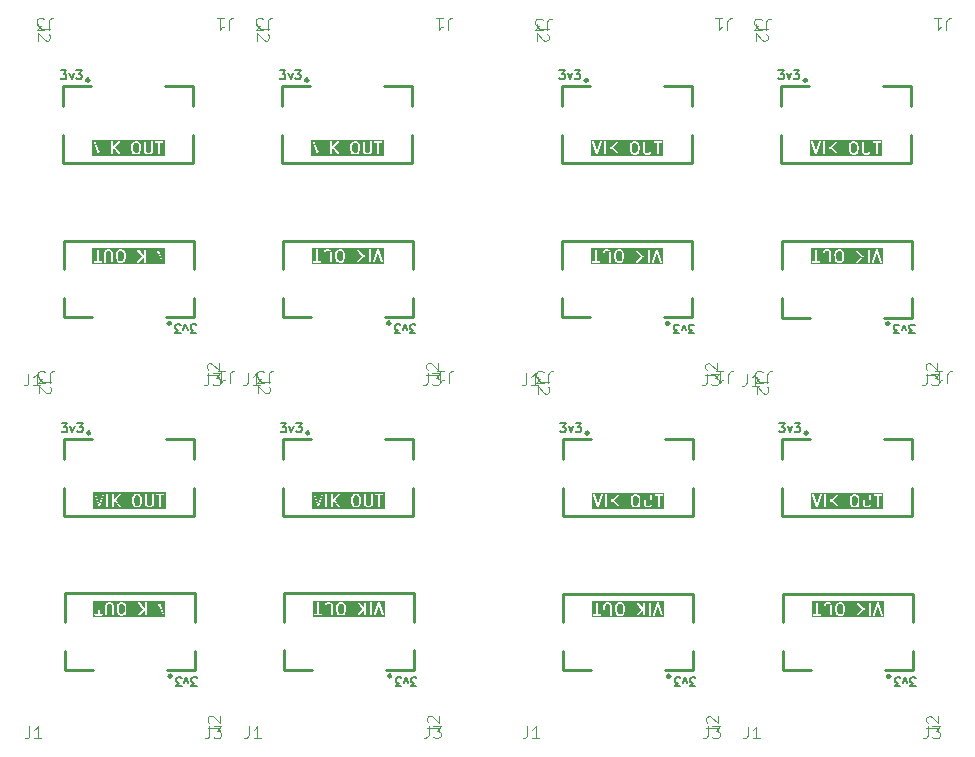
<source format=gbr>
%TF.GenerationSoftware,KiCad,Pcbnew,8.0.3*%
%TF.CreationDate,2024-06-16T14:02:55-05:00*%
%TF.ProjectId,EZ-VIK_panelized_panelized_panelized_panelized,455a2d56-494b-45f7-9061-6e656c697a65,rev?*%
%TF.SameCoordinates,Original*%
%TF.FileFunction,Legend,Top*%
%TF.FilePolarity,Positive*%
%FSLAX46Y46*%
G04 Gerber Fmt 4.6, Leading zero omitted, Abs format (unit mm)*
G04 Created by KiCad (PCBNEW 8.0.3) date 2024-06-16 14:02:55*
%MOMM*%
%LPD*%
G01*
G04 APERTURE LIST*
%ADD10C,0.100000*%
%ADD11C,0.150000*%
%ADD12C,0.254000*%
%ADD13R,1.680000X1.680000*%
%ADD14C,3.000000*%
%ADD15R,0.280000X1.250000*%
%ADD16R,1.800000X2.000000*%
G04 APERTURE END LIST*
D10*
X220363819Y-104071435D02*
X221078104Y-104071435D01*
X221078104Y-104071435D02*
X221220961Y-104119054D01*
X221220961Y-104119054D02*
X221316200Y-104214292D01*
X221316200Y-104214292D02*
X221363819Y-104357149D01*
X221363819Y-104357149D02*
X221363819Y-104452387D01*
X220459057Y-103642863D02*
X220411438Y-103595244D01*
X220411438Y-103595244D02*
X220363819Y-103500006D01*
X220363819Y-103500006D02*
X220363819Y-103261911D01*
X220363819Y-103261911D02*
X220411438Y-103166673D01*
X220411438Y-103166673D02*
X220459057Y-103119054D01*
X220459057Y-103119054D02*
X220554295Y-103071435D01*
X220554295Y-103071435D02*
X220649533Y-103071435D01*
X220649533Y-103071435D02*
X220792390Y-103119054D01*
X220792390Y-103119054D02*
X221363819Y-103690482D01*
X221363819Y-103690482D02*
X221363819Y-103071435D01*
X146046811Y-45003991D02*
X146046811Y-44289706D01*
X146046811Y-44289706D02*
X146094430Y-44146849D01*
X146094430Y-44146849D02*
X146189668Y-44051611D01*
X146189668Y-44051611D02*
X146332525Y-44003991D01*
X146332525Y-44003991D02*
X146427763Y-44003991D01*
X145665858Y-45003991D02*
X145046811Y-45003991D01*
X145046811Y-45003991D02*
X145380144Y-44623039D01*
X145380144Y-44623039D02*
X145237287Y-44623039D01*
X145237287Y-44623039D02*
X145142049Y-44575420D01*
X145142049Y-44575420D02*
X145094430Y-44527801D01*
X145094430Y-44527801D02*
X145046811Y-44432563D01*
X145046811Y-44432563D02*
X145046811Y-44194468D01*
X145046811Y-44194468D02*
X145094430Y-44099230D01*
X145094430Y-44099230D02*
X145142049Y-44051611D01*
X145142049Y-44051611D02*
X145237287Y-44003991D01*
X145237287Y-44003991D02*
X145523001Y-44003991D01*
X145523001Y-44003991D02*
X145618239Y-44051611D01*
X145618239Y-44051611D02*
X145665858Y-44099230D01*
X186554988Y-103943297D02*
X186554988Y-104657582D01*
X186554988Y-104657582D02*
X186507369Y-104800439D01*
X186507369Y-104800439D02*
X186412131Y-104895678D01*
X186412131Y-104895678D02*
X186269274Y-104943297D01*
X186269274Y-104943297D02*
X186174036Y-104943297D01*
X187554988Y-104943297D02*
X186983560Y-104943297D01*
X187269274Y-104943297D02*
X187269274Y-103943297D01*
X187269274Y-103943297D02*
X187174036Y-104086154D01*
X187174036Y-104086154D02*
X187078798Y-104181392D01*
X187078798Y-104181392D02*
X186983560Y-104229011D01*
X164783758Y-74762177D02*
X164069473Y-74762177D01*
X164069473Y-74762177D02*
X163926616Y-74714558D01*
X163926616Y-74714558D02*
X163831378Y-74619320D01*
X163831378Y-74619320D02*
X163783758Y-74476463D01*
X163783758Y-74476463D02*
X163783758Y-74381225D01*
X164688520Y-75190749D02*
X164736139Y-75238368D01*
X164736139Y-75238368D02*
X164783758Y-75333606D01*
X164783758Y-75333606D02*
X164783758Y-75571701D01*
X164783758Y-75571701D02*
X164736139Y-75666939D01*
X164736139Y-75666939D02*
X164688520Y-75714558D01*
X164688520Y-75714558D02*
X164593282Y-75762177D01*
X164593282Y-75762177D02*
X164498044Y-75762177D01*
X164498044Y-75762177D02*
X164355187Y-75714558D01*
X164355187Y-75714558D02*
X163783758Y-75143130D01*
X163783758Y-75143130D02*
X163783758Y-75762177D01*
X188365580Y-44901266D02*
X187651295Y-44901266D01*
X187651295Y-44901266D02*
X187508438Y-44853647D01*
X187508438Y-44853647D02*
X187413200Y-44758409D01*
X187413200Y-44758409D02*
X187365580Y-44615552D01*
X187365580Y-44615552D02*
X187365580Y-44520314D01*
X188270342Y-45329838D02*
X188317961Y-45377457D01*
X188317961Y-45377457D02*
X188365580Y-45472695D01*
X188365580Y-45472695D02*
X188365580Y-45710790D01*
X188365580Y-45710790D02*
X188317961Y-45806028D01*
X188317961Y-45806028D02*
X188270342Y-45853647D01*
X188270342Y-45853647D02*
X188175104Y-45901266D01*
X188175104Y-45901266D02*
X188079866Y-45901266D01*
X188079866Y-45901266D02*
X187937009Y-45853647D01*
X187937009Y-45853647D02*
X187365580Y-45282219D01*
X187365580Y-45282219D02*
X187365580Y-45901266D01*
X178144166Y-74058119D02*
X178144166Y-74772404D01*
X178144166Y-74772404D02*
X178096547Y-74915261D01*
X178096547Y-74915261D02*
X178001309Y-75010500D01*
X178001309Y-75010500D02*
X177858452Y-75058119D01*
X177858452Y-75058119D02*
X177763214Y-75058119D01*
X178525119Y-74058119D02*
X179144166Y-74058119D01*
X179144166Y-74058119D02*
X178810833Y-74439071D01*
X178810833Y-74439071D02*
X178953690Y-74439071D01*
X178953690Y-74439071D02*
X179048928Y-74486690D01*
X179048928Y-74486690D02*
X179096547Y-74534309D01*
X179096547Y-74534309D02*
X179144166Y-74629547D01*
X179144166Y-74629547D02*
X179144166Y-74867642D01*
X179144166Y-74867642D02*
X179096547Y-74962880D01*
X179096547Y-74962880D02*
X179048928Y-75010500D01*
X179048928Y-75010500D02*
X178953690Y-75058119D01*
X178953690Y-75058119D02*
X178667976Y-75058119D01*
X178667976Y-75058119D02*
X178572738Y-75010500D01*
X178572738Y-75010500D02*
X178525119Y-74962880D01*
X159525219Y-104056622D02*
X160239504Y-104056622D01*
X160239504Y-104056622D02*
X160382361Y-104104241D01*
X160382361Y-104104241D02*
X160477600Y-104199479D01*
X160477600Y-104199479D02*
X160525219Y-104342336D01*
X160525219Y-104342336D02*
X160525219Y-104437574D01*
X159620457Y-103628050D02*
X159572838Y-103580431D01*
X159572838Y-103580431D02*
X159525219Y-103485193D01*
X159525219Y-103485193D02*
X159525219Y-103247098D01*
X159525219Y-103247098D02*
X159572838Y-103151860D01*
X159572838Y-103151860D02*
X159620457Y-103104241D01*
X159620457Y-103104241D02*
X159715695Y-103056622D01*
X159715695Y-103056622D02*
X159810933Y-103056622D01*
X159810933Y-103056622D02*
X159953790Y-103104241D01*
X159953790Y-103104241D02*
X160525219Y-103675669D01*
X160525219Y-103675669D02*
X160525219Y-103056622D01*
X179907311Y-74868091D02*
X179907311Y-74153806D01*
X179907311Y-74153806D02*
X179954930Y-74010949D01*
X179954930Y-74010949D02*
X180050168Y-73915711D01*
X180050168Y-73915711D02*
X180193025Y-73868091D01*
X180193025Y-73868091D02*
X180288263Y-73868091D01*
X178907311Y-73868091D02*
X179478739Y-73868091D01*
X179193025Y-73868091D02*
X179193025Y-74868091D01*
X179193025Y-74868091D02*
X179288263Y-74725234D01*
X179288263Y-74725234D02*
X179383501Y-74629996D01*
X179383501Y-74629996D02*
X179478739Y-74582377D01*
X206907580Y-44901266D02*
X206193295Y-44901266D01*
X206193295Y-44901266D02*
X206050438Y-44853647D01*
X206050438Y-44853647D02*
X205955200Y-44758409D01*
X205955200Y-44758409D02*
X205907580Y-44615552D01*
X205907580Y-44615552D02*
X205907580Y-44520314D01*
X206812342Y-45329838D02*
X206859961Y-45377457D01*
X206859961Y-45377457D02*
X206907580Y-45472695D01*
X206907580Y-45472695D02*
X206907580Y-45710790D01*
X206907580Y-45710790D02*
X206859961Y-45806028D01*
X206859961Y-45806028D02*
X206812342Y-45853647D01*
X206812342Y-45853647D02*
X206717104Y-45901266D01*
X206717104Y-45901266D02*
X206621866Y-45901266D01*
X206621866Y-45901266D02*
X206479009Y-45853647D01*
X206479009Y-45853647D02*
X205907580Y-45282219D01*
X205907580Y-45282219D02*
X205907580Y-45901266D01*
X162904166Y-74068119D02*
X162904166Y-74782404D01*
X162904166Y-74782404D02*
X162856547Y-74925261D01*
X162856547Y-74925261D02*
X162761309Y-75020500D01*
X162761309Y-75020500D02*
X162618452Y-75068119D01*
X162618452Y-75068119D02*
X162523214Y-75068119D01*
X163904166Y-75068119D02*
X163332738Y-75068119D01*
X163618452Y-75068119D02*
X163618452Y-74068119D01*
X163618452Y-74068119D02*
X163523214Y-74210976D01*
X163523214Y-74210976D02*
X163427976Y-74306214D01*
X163427976Y-74306214D02*
X163332738Y-74353833D01*
X203489133Y-45007180D02*
X203489133Y-44292895D01*
X203489133Y-44292895D02*
X203536752Y-44150038D01*
X203536752Y-44150038D02*
X203631990Y-44054800D01*
X203631990Y-44054800D02*
X203774847Y-44007180D01*
X203774847Y-44007180D02*
X203870085Y-44007180D01*
X202489133Y-44007180D02*
X203060561Y-44007180D01*
X202774847Y-44007180D02*
X202774847Y-45007180D01*
X202774847Y-45007180D02*
X202870085Y-44864323D01*
X202870085Y-44864323D02*
X202965323Y-44769085D01*
X202965323Y-44769085D02*
X203060561Y-44721466D01*
D11*
G36*
X152371133Y-93599421D02*
G01*
X152444925Y-93671803D01*
X152485618Y-93829974D01*
X152486921Y-94144728D01*
X152446807Y-94309976D01*
X152376340Y-94381816D01*
X152306894Y-94417578D01*
X152151725Y-94418668D01*
X152083402Y-94385517D01*
X152009610Y-94313136D01*
X151968917Y-94154964D01*
X151967614Y-93840210D01*
X152007728Y-93674962D01*
X152078195Y-93603122D01*
X152147642Y-93567359D01*
X152302809Y-93566269D01*
X152371133Y-93599421D01*
G37*
G36*
X155936599Y-94678580D02*
G01*
X149804503Y-94678580D01*
X149804503Y-94477837D01*
X149915614Y-94477837D01*
X149915614Y-94507101D01*
X149926813Y-94534137D01*
X149947505Y-94554829D01*
X149974541Y-94566028D01*
X149989173Y-94567469D01*
X150575233Y-94566028D01*
X150602269Y-94554829D01*
X150622961Y-94534137D01*
X150634160Y-94507101D01*
X150634160Y-94477837D01*
X150622961Y-94450801D01*
X150602269Y-94430109D01*
X150575233Y-94418910D01*
X150560601Y-94417469D01*
X150349781Y-94417987D01*
X150348737Y-93682946D01*
X150818935Y-93682946D01*
X150820376Y-94507101D01*
X150831575Y-94534137D01*
X150852267Y-94554829D01*
X150879303Y-94566028D01*
X150908567Y-94566028D01*
X150935603Y-94554829D01*
X150956295Y-94534137D01*
X150967494Y-94507101D01*
X150968935Y-94492469D01*
X150967554Y-93703013D01*
X151000987Y-93634111D01*
X151031231Y-93602785D01*
X151100023Y-93567359D01*
X151255190Y-93566269D01*
X151323720Y-93599521D01*
X151355048Y-93629766D01*
X151390390Y-93698397D01*
X151391804Y-94507101D01*
X151403003Y-94534137D01*
X151423695Y-94554829D01*
X151450731Y-94566028D01*
X151479995Y-94566028D01*
X151507031Y-94554829D01*
X151527723Y-94534137D01*
X151538922Y-94507101D01*
X151540363Y-94492469D01*
X151539197Y-93825803D01*
X151818935Y-93825803D01*
X151820295Y-94154239D01*
X151819024Y-94162782D01*
X151820368Y-94171874D01*
X151820376Y-94173768D01*
X151820798Y-94174789D01*
X151821174Y-94177326D01*
X151867995Y-94359317D01*
X151867995Y-94364243D01*
X151871339Y-94372317D01*
X151873740Y-94381648D01*
X151877060Y-94386129D01*
X151879194Y-94391280D01*
X151888521Y-94402645D01*
X151984288Y-94496582D01*
X151990808Y-94504100D01*
X151994001Y-94506110D01*
X151995124Y-94507211D01*
X151996956Y-94507969D01*
X152003251Y-94511932D01*
X152089140Y-94553607D01*
X152090362Y-94554829D01*
X152099221Y-94558498D01*
X152112220Y-94564806D01*
X152114909Y-94564997D01*
X152117398Y-94566028D01*
X152132030Y-94567469D01*
X152311117Y-94566210D01*
X152313125Y-94566880D01*
X152323797Y-94566121D01*
X152337138Y-94566028D01*
X152339627Y-94564996D01*
X152342315Y-94564806D01*
X152356047Y-94559551D01*
X152450603Y-94510858D01*
X152459412Y-94507210D01*
X152462314Y-94504827D01*
X152463728Y-94504100D01*
X152465027Y-94502601D01*
X152470777Y-94497883D01*
X152559374Y-94407559D01*
X152563374Y-94405160D01*
X152568457Y-94398299D01*
X152575343Y-94391280D01*
X152577477Y-94386126D01*
X152580796Y-94381648D01*
X152585743Y-94367802D01*
X152630983Y-94181436D01*
X152634160Y-94173768D01*
X152635057Y-94164653D01*
X152635512Y-94162782D01*
X152635349Y-94161689D01*
X152635601Y-94159136D01*
X152634240Y-93830699D01*
X152635512Y-93822157D01*
X152634167Y-93813064D01*
X152634160Y-93811171D01*
X152633737Y-93810149D01*
X152633362Y-93807613D01*
X152586541Y-93625621D01*
X152586541Y-93620696D01*
X152583195Y-93612619D01*
X152580796Y-93603291D01*
X152577477Y-93598812D01*
X152575343Y-93593659D01*
X152566015Y-93582294D01*
X152478601Y-93496551D01*
X153628570Y-93496551D01*
X153635833Y-93524899D01*
X153643459Y-93537469D01*
X154034201Y-94056319D01*
X153641099Y-94450801D01*
X153629900Y-94477838D01*
X153629900Y-94507100D01*
X153641099Y-94534137D01*
X153661791Y-94554829D01*
X153688828Y-94566028D01*
X153718090Y-94566028D01*
X153745127Y-94554829D01*
X153756492Y-94545502D01*
X154182518Y-94117980D01*
X154187871Y-94113966D01*
X154189850Y-94110622D01*
X154200749Y-94099685D01*
X154201328Y-94507101D01*
X154212527Y-94534137D01*
X154233219Y-94554829D01*
X154260255Y-94566028D01*
X154289519Y-94566028D01*
X154316555Y-94554829D01*
X154337247Y-94534137D01*
X154348446Y-94507101D01*
X154349887Y-94492469D01*
X154348467Y-93492469D01*
X154676077Y-93492469D01*
X154677518Y-94507101D01*
X154688717Y-94534137D01*
X154709409Y-94554829D01*
X154736445Y-94566028D01*
X154765709Y-94566028D01*
X154792745Y-94554829D01*
X154813437Y-94534137D01*
X154824636Y-94507101D01*
X154826077Y-94492469D01*
X154826064Y-94483089D01*
X155010000Y-94483089D01*
X155012075Y-94512279D01*
X155025161Y-94538452D01*
X155047268Y-94557626D01*
X155075031Y-94566880D01*
X155104221Y-94564805D01*
X155130394Y-94551719D01*
X155149568Y-94529612D01*
X155155562Y-94516186D01*
X155417311Y-93727392D01*
X155685920Y-94529611D01*
X155705094Y-94551718D01*
X155731267Y-94564805D01*
X155760457Y-94566880D01*
X155788219Y-94557626D01*
X155810327Y-94538452D01*
X155823413Y-94512278D01*
X155825488Y-94483088D01*
X155822228Y-94468752D01*
X155490450Y-93477873D01*
X155490080Y-93472660D01*
X155485916Y-93464333D01*
X155482901Y-93455326D01*
X155479389Y-93451277D01*
X155476994Y-93446486D01*
X155469890Y-93440324D01*
X155463727Y-93433219D01*
X155458933Y-93430822D01*
X155454886Y-93427312D01*
X155445964Y-93424338D01*
X155437554Y-93420133D01*
X155432209Y-93419753D01*
X155427124Y-93418058D01*
X155417744Y-93418724D01*
X155408364Y-93418058D01*
X155403278Y-93419753D01*
X155397934Y-93420133D01*
X155389526Y-93424337D01*
X155380601Y-93427312D01*
X155376550Y-93430825D01*
X155371761Y-93433220D01*
X155365602Y-93440320D01*
X155358494Y-93446486D01*
X155356097Y-93451279D01*
X155352587Y-93455327D01*
X155346593Y-93468752D01*
X155010000Y-94483089D01*
X154826064Y-94483089D01*
X154824636Y-93477837D01*
X154813437Y-93450801D01*
X154792745Y-93430109D01*
X154765709Y-93418910D01*
X154736445Y-93418910D01*
X154709409Y-93430109D01*
X154688717Y-93450801D01*
X154677518Y-93477837D01*
X154676077Y-93492469D01*
X154348467Y-93492469D01*
X154348446Y-93477837D01*
X154337247Y-93450801D01*
X154316555Y-93430109D01*
X154289519Y-93418910D01*
X154260255Y-93418910D01*
X154233219Y-93430109D01*
X154212527Y-93450801D01*
X154201328Y-93477837D01*
X154199887Y-93492469D01*
X154200450Y-93889486D01*
X154140145Y-93950003D01*
X153753527Y-93436628D01*
X153728346Y-93421719D01*
X153699377Y-93417580D01*
X153671029Y-93424843D01*
X153647618Y-93442401D01*
X153632709Y-93467582D01*
X153628570Y-93496551D01*
X152478601Y-93496551D01*
X152470253Y-93488363D01*
X152463729Y-93480840D01*
X152460531Y-93478827D01*
X152459412Y-93477729D01*
X152457584Y-93476972D01*
X152451286Y-93473007D01*
X152365395Y-93431330D01*
X152364174Y-93430109D01*
X152355314Y-93426438D01*
X152342316Y-93420132D01*
X152339626Y-93419940D01*
X152337138Y-93418910D01*
X152322506Y-93417469D01*
X152143417Y-93418727D01*
X152141410Y-93418058D01*
X152130737Y-93418816D01*
X152117398Y-93418910D01*
X152114909Y-93419940D01*
X152112220Y-93420132D01*
X152098489Y-93425387D01*
X152003946Y-93474073D01*
X151995124Y-93477728D01*
X151992215Y-93480115D01*
X151990808Y-93480840D01*
X151989512Y-93482333D01*
X151983759Y-93487056D01*
X151895163Y-93577377D01*
X151891162Y-93579779D01*
X151886075Y-93586642D01*
X151879194Y-93593659D01*
X151877060Y-93598809D01*
X151873740Y-93603291D01*
X151868793Y-93617137D01*
X151823552Y-93803502D01*
X151820376Y-93811171D01*
X151819478Y-93820285D01*
X151819024Y-93822157D01*
X151819186Y-93823249D01*
X151818935Y-93825803D01*
X151539197Y-93825803D01*
X151538968Y-93694743D01*
X151539774Y-93692326D01*
X151538943Y-93680638D01*
X151538922Y-93668314D01*
X151537891Y-93665825D01*
X151537700Y-93663136D01*
X151532445Y-93649405D01*
X151483753Y-93554850D01*
X151480104Y-93546040D01*
X151477721Y-93543137D01*
X151476994Y-93541724D01*
X151475495Y-93540424D01*
X151470777Y-93534675D01*
X151421742Y-93487334D01*
X151416110Y-93480840D01*
X151412964Y-93478859D01*
X151411793Y-93477729D01*
X151409965Y-93476972D01*
X151403667Y-93473007D01*
X151317776Y-93431330D01*
X151316555Y-93430109D01*
X151307695Y-93426438D01*
X151294697Y-93420132D01*
X151292007Y-93419940D01*
X151289519Y-93418910D01*
X151274887Y-93417469D01*
X151095798Y-93418727D01*
X151093791Y-93418058D01*
X151083118Y-93418816D01*
X151069779Y-93418910D01*
X151067290Y-93419940D01*
X151064601Y-93420132D01*
X151050870Y-93425387D01*
X150956322Y-93474076D01*
X150947505Y-93477729D01*
X150944599Y-93480113D01*
X150943189Y-93480840D01*
X150941892Y-93482335D01*
X150936140Y-93487056D01*
X150888798Y-93536091D01*
X150882304Y-93541724D01*
X150880324Y-93544869D01*
X150879194Y-93546040D01*
X150878436Y-93547867D01*
X150874472Y-93554167D01*
X150832797Y-93640055D01*
X150831575Y-93641278D01*
X150827902Y-93650143D01*
X150821598Y-93663137D01*
X150821407Y-93665824D01*
X150820376Y-93668314D01*
X150818935Y-93682946D01*
X150348737Y-93682946D01*
X150348446Y-93477837D01*
X150337247Y-93450801D01*
X150316555Y-93430109D01*
X150289519Y-93418910D01*
X150260255Y-93418910D01*
X150233219Y-93430109D01*
X150212527Y-93450801D01*
X150201328Y-93477837D01*
X150199887Y-93492469D01*
X150201201Y-94418352D01*
X149974541Y-94418910D01*
X149947505Y-94430109D01*
X149926813Y-94450801D01*
X149915614Y-94477837D01*
X149804503Y-94477837D01*
X149804503Y-93306358D01*
X155936599Y-93306358D01*
X155936599Y-94678580D01*
G37*
X158599173Y-100541874D02*
X158134887Y-100541874D01*
X158134887Y-100541874D02*
X158384887Y-100256160D01*
X158384887Y-100256160D02*
X158277744Y-100256160D01*
X158277744Y-100256160D02*
X158206316Y-100220446D01*
X158206316Y-100220446D02*
X158170601Y-100184731D01*
X158170601Y-100184731D02*
X158134887Y-100113303D01*
X158134887Y-100113303D02*
X158134887Y-99934731D01*
X158134887Y-99934731D02*
X158170601Y-99863303D01*
X158170601Y-99863303D02*
X158206316Y-99827589D01*
X158206316Y-99827589D02*
X158277744Y-99791874D01*
X158277744Y-99791874D02*
X158492030Y-99791874D01*
X158492030Y-99791874D02*
X158563458Y-99827589D01*
X158563458Y-99827589D02*
X158599173Y-99863303D01*
X157884887Y-100291874D02*
X157706315Y-99791874D01*
X157706315Y-99791874D02*
X157527744Y-100291874D01*
X157313458Y-100541874D02*
X156849172Y-100541874D01*
X156849172Y-100541874D02*
X157099172Y-100256160D01*
X157099172Y-100256160D02*
X156992029Y-100256160D01*
X156992029Y-100256160D02*
X156920601Y-100220446D01*
X156920601Y-100220446D02*
X156884886Y-100184731D01*
X156884886Y-100184731D02*
X156849172Y-100113303D01*
X156849172Y-100113303D02*
X156849172Y-99934731D01*
X156849172Y-99934731D02*
X156884886Y-99863303D01*
X156884886Y-99863303D02*
X156920601Y-99827589D01*
X156920601Y-99827589D02*
X156992029Y-99791874D01*
X156992029Y-99791874D02*
X157206315Y-99791874D01*
X157206315Y-99791874D02*
X157277743Y-99827589D01*
X157277743Y-99827589D02*
X157313458Y-99863303D01*
D10*
X178222666Y-103932219D02*
X178222666Y-104646504D01*
X178222666Y-104646504D02*
X178175047Y-104789361D01*
X178175047Y-104789361D02*
X178079809Y-104884600D01*
X178079809Y-104884600D02*
X177936952Y-104932219D01*
X177936952Y-104932219D02*
X177841714Y-104932219D01*
X178603619Y-103932219D02*
X179222666Y-103932219D01*
X179222666Y-103932219D02*
X178889333Y-104313171D01*
X178889333Y-104313171D02*
X179032190Y-104313171D01*
X179032190Y-104313171D02*
X179127428Y-104360790D01*
X179127428Y-104360790D02*
X179175047Y-104408409D01*
X179175047Y-104408409D02*
X179222666Y-104503647D01*
X179222666Y-104503647D02*
X179222666Y-104741742D01*
X179222666Y-104741742D02*
X179175047Y-104836980D01*
X179175047Y-104836980D02*
X179127428Y-104884600D01*
X179127428Y-104884600D02*
X179032190Y-104932219D01*
X179032190Y-104932219D02*
X178746476Y-104932219D01*
X178746476Y-104932219D02*
X178651238Y-104884600D01*
X178651238Y-104884600D02*
X178603619Y-104836980D01*
X164588811Y-45003991D02*
X164588811Y-44289706D01*
X164588811Y-44289706D02*
X164636430Y-44146849D01*
X164636430Y-44146849D02*
X164731668Y-44051611D01*
X164731668Y-44051611D02*
X164874525Y-44003991D01*
X164874525Y-44003991D02*
X164969763Y-44003991D01*
X164207858Y-45003991D02*
X163588811Y-45003991D01*
X163588811Y-45003991D02*
X163922144Y-44623039D01*
X163922144Y-44623039D02*
X163779287Y-44623039D01*
X163779287Y-44623039D02*
X163684049Y-44575420D01*
X163684049Y-44575420D02*
X163636430Y-44527801D01*
X163636430Y-44527801D02*
X163588811Y-44432563D01*
X163588811Y-44432563D02*
X163588811Y-44194468D01*
X163588811Y-44194468D02*
X163636430Y-44099230D01*
X163636430Y-44099230D02*
X163684049Y-44051611D01*
X163684049Y-44051611D02*
X163779287Y-44003991D01*
X163779287Y-44003991D02*
X164065001Y-44003991D01*
X164065001Y-44003991D02*
X164160239Y-44051611D01*
X164160239Y-44051611D02*
X164207858Y-44099230D01*
D11*
X200722995Y-70680963D02*
X200258709Y-70680963D01*
X200258709Y-70680963D02*
X200508709Y-70395249D01*
X200508709Y-70395249D02*
X200401566Y-70395249D01*
X200401566Y-70395249D02*
X200330138Y-70359535D01*
X200330138Y-70359535D02*
X200294423Y-70323820D01*
X200294423Y-70323820D02*
X200258709Y-70252392D01*
X200258709Y-70252392D02*
X200258709Y-70073820D01*
X200258709Y-70073820D02*
X200294423Y-70002392D01*
X200294423Y-70002392D02*
X200330138Y-69966678D01*
X200330138Y-69966678D02*
X200401566Y-69930963D01*
X200401566Y-69930963D02*
X200615852Y-69930963D01*
X200615852Y-69930963D02*
X200687280Y-69966678D01*
X200687280Y-69966678D02*
X200722995Y-70002392D01*
X200008709Y-70430963D02*
X199830137Y-69930963D01*
X199830137Y-69930963D02*
X199651566Y-70430963D01*
X199437280Y-70680963D02*
X198972994Y-70680963D01*
X198972994Y-70680963D02*
X199222994Y-70395249D01*
X199222994Y-70395249D02*
X199115851Y-70395249D01*
X199115851Y-70395249D02*
X199044423Y-70359535D01*
X199044423Y-70359535D02*
X199008708Y-70323820D01*
X199008708Y-70323820D02*
X198972994Y-70252392D01*
X198972994Y-70252392D02*
X198972994Y-70073820D01*
X198972994Y-70073820D02*
X199008708Y-70002392D01*
X199008708Y-70002392D02*
X199044423Y-69966678D01*
X199044423Y-69966678D02*
X199115851Y-69930963D01*
X199115851Y-69930963D02*
X199330137Y-69930963D01*
X199330137Y-69930963D02*
X199401565Y-69966678D01*
X199401565Y-69966678D02*
X199437280Y-70002392D01*
G36*
X194494955Y-63738510D02*
G01*
X194568747Y-63810892D01*
X194609440Y-63969063D01*
X194610743Y-64283817D01*
X194570629Y-64449065D01*
X194500162Y-64520905D01*
X194430716Y-64556667D01*
X194275547Y-64557757D01*
X194207224Y-64524606D01*
X194133432Y-64452225D01*
X194092739Y-64294053D01*
X194091436Y-63979299D01*
X194131550Y-63814051D01*
X194202017Y-63742211D01*
X194271464Y-63706448D01*
X194426631Y-63705358D01*
X194494955Y-63738510D01*
G37*
G36*
X198060421Y-64817669D02*
G01*
X191928325Y-64817669D01*
X191928325Y-64616926D01*
X192039436Y-64616926D01*
X192039436Y-64646190D01*
X192050635Y-64673226D01*
X192071327Y-64693918D01*
X192098363Y-64705117D01*
X192112995Y-64706558D01*
X192699055Y-64705117D01*
X192726091Y-64693918D01*
X192746783Y-64673226D01*
X192757982Y-64646190D01*
X192757982Y-64616926D01*
X192746783Y-64589890D01*
X192726091Y-64569198D01*
X192699055Y-64557999D01*
X192684423Y-64556558D01*
X192473603Y-64557076D01*
X192472559Y-63822035D01*
X192942757Y-63822035D01*
X192944198Y-64646190D01*
X192955397Y-64673226D01*
X192976089Y-64693918D01*
X193003125Y-64705117D01*
X193032389Y-64705117D01*
X193059425Y-64693918D01*
X193080117Y-64673226D01*
X193091316Y-64646190D01*
X193092757Y-64631558D01*
X193091376Y-63842102D01*
X193124809Y-63773200D01*
X193155053Y-63741874D01*
X193223845Y-63706448D01*
X193379012Y-63705358D01*
X193447542Y-63738610D01*
X193478870Y-63768855D01*
X193514212Y-63837486D01*
X193515626Y-64646190D01*
X193526825Y-64673226D01*
X193547517Y-64693918D01*
X193574553Y-64705117D01*
X193603817Y-64705117D01*
X193630853Y-64693918D01*
X193651545Y-64673226D01*
X193662744Y-64646190D01*
X193664185Y-64631558D01*
X193663019Y-63964892D01*
X193942757Y-63964892D01*
X193944117Y-64293328D01*
X193942846Y-64301871D01*
X193944190Y-64310963D01*
X193944198Y-64312857D01*
X193944620Y-64313878D01*
X193944996Y-64316415D01*
X193991817Y-64498406D01*
X193991817Y-64503332D01*
X193995161Y-64511406D01*
X193997562Y-64520737D01*
X194000882Y-64525218D01*
X194003016Y-64530369D01*
X194012343Y-64541734D01*
X194108110Y-64635671D01*
X194114630Y-64643189D01*
X194117823Y-64645199D01*
X194118946Y-64646300D01*
X194120778Y-64647058D01*
X194127073Y-64651021D01*
X194212962Y-64692696D01*
X194214184Y-64693918D01*
X194223043Y-64697587D01*
X194236042Y-64703895D01*
X194238731Y-64704086D01*
X194241220Y-64705117D01*
X194255852Y-64706558D01*
X194434939Y-64705299D01*
X194436947Y-64705969D01*
X194447619Y-64705210D01*
X194460960Y-64705117D01*
X194463449Y-64704085D01*
X194466137Y-64703895D01*
X194479869Y-64698640D01*
X194574425Y-64649947D01*
X194583234Y-64646299D01*
X194586136Y-64643916D01*
X194587550Y-64643189D01*
X194588849Y-64641690D01*
X194594599Y-64636972D01*
X194683196Y-64546648D01*
X194687196Y-64544249D01*
X194692279Y-64537388D01*
X194699165Y-64530369D01*
X194701299Y-64525215D01*
X194704618Y-64520737D01*
X194709565Y-64506891D01*
X194754805Y-64320525D01*
X194757982Y-64312857D01*
X194758879Y-64303742D01*
X194759334Y-64301871D01*
X194759171Y-64300778D01*
X194759423Y-64298225D01*
X194758062Y-63969788D01*
X194759334Y-63961246D01*
X194757989Y-63952153D01*
X194757982Y-63950260D01*
X194757559Y-63949238D01*
X194757184Y-63946702D01*
X194710363Y-63764710D01*
X194710363Y-63759785D01*
X194707017Y-63751708D01*
X194704618Y-63742380D01*
X194701299Y-63737901D01*
X194699165Y-63732748D01*
X194689837Y-63721383D01*
X194602423Y-63635640D01*
X195752392Y-63635640D01*
X195759655Y-63663988D01*
X195767281Y-63676558D01*
X196158023Y-64195408D01*
X195764921Y-64589890D01*
X195753722Y-64616927D01*
X195753722Y-64646189D01*
X195764921Y-64673226D01*
X195785613Y-64693918D01*
X195812650Y-64705117D01*
X195841912Y-64705117D01*
X195868949Y-64693918D01*
X195880314Y-64684591D01*
X196306340Y-64257069D01*
X196311693Y-64253055D01*
X196313672Y-64249711D01*
X196324571Y-64238774D01*
X196325150Y-64646190D01*
X196336349Y-64673226D01*
X196357041Y-64693918D01*
X196384077Y-64705117D01*
X196413341Y-64705117D01*
X196440377Y-64693918D01*
X196461069Y-64673226D01*
X196472268Y-64646190D01*
X196473709Y-64631558D01*
X196472289Y-63631558D01*
X196799899Y-63631558D01*
X196801340Y-64646190D01*
X196812539Y-64673226D01*
X196833231Y-64693918D01*
X196860267Y-64705117D01*
X196889531Y-64705117D01*
X196916567Y-64693918D01*
X196937259Y-64673226D01*
X196948458Y-64646190D01*
X196949899Y-64631558D01*
X196949886Y-64622178D01*
X197133822Y-64622178D01*
X197135897Y-64651368D01*
X197148983Y-64677541D01*
X197171090Y-64696715D01*
X197198853Y-64705969D01*
X197228043Y-64703894D01*
X197254216Y-64690808D01*
X197273390Y-64668701D01*
X197279384Y-64655275D01*
X197541133Y-63866481D01*
X197809742Y-64668700D01*
X197828916Y-64690807D01*
X197855089Y-64703894D01*
X197884279Y-64705969D01*
X197912041Y-64696715D01*
X197934149Y-64677541D01*
X197947235Y-64651367D01*
X197949310Y-64622177D01*
X197946050Y-64607841D01*
X197614272Y-63616962D01*
X197613902Y-63611749D01*
X197609738Y-63603422D01*
X197606723Y-63594415D01*
X197603211Y-63590366D01*
X197600816Y-63585575D01*
X197593712Y-63579413D01*
X197587549Y-63572308D01*
X197582755Y-63569911D01*
X197578708Y-63566401D01*
X197569786Y-63563427D01*
X197561376Y-63559222D01*
X197556031Y-63558842D01*
X197550946Y-63557147D01*
X197541566Y-63557813D01*
X197532186Y-63557147D01*
X197527100Y-63558842D01*
X197521756Y-63559222D01*
X197513348Y-63563426D01*
X197504423Y-63566401D01*
X197500372Y-63569914D01*
X197495583Y-63572309D01*
X197489424Y-63579409D01*
X197482316Y-63585575D01*
X197479919Y-63590368D01*
X197476409Y-63594416D01*
X197470415Y-63607841D01*
X197133822Y-64622178D01*
X196949886Y-64622178D01*
X196948458Y-63616926D01*
X196937259Y-63589890D01*
X196916567Y-63569198D01*
X196889531Y-63557999D01*
X196860267Y-63557999D01*
X196833231Y-63569198D01*
X196812539Y-63589890D01*
X196801340Y-63616926D01*
X196799899Y-63631558D01*
X196472289Y-63631558D01*
X196472268Y-63616926D01*
X196461069Y-63589890D01*
X196440377Y-63569198D01*
X196413341Y-63557999D01*
X196384077Y-63557999D01*
X196357041Y-63569198D01*
X196336349Y-63589890D01*
X196325150Y-63616926D01*
X196323709Y-63631558D01*
X196324272Y-64028575D01*
X196263967Y-64089092D01*
X195877349Y-63575717D01*
X195852168Y-63560808D01*
X195823199Y-63556669D01*
X195794851Y-63563932D01*
X195771440Y-63581490D01*
X195756531Y-63606671D01*
X195752392Y-63635640D01*
X194602423Y-63635640D01*
X194594075Y-63627452D01*
X194587551Y-63619929D01*
X194584353Y-63617916D01*
X194583234Y-63616818D01*
X194581406Y-63616061D01*
X194575108Y-63612096D01*
X194489217Y-63570419D01*
X194487996Y-63569198D01*
X194479136Y-63565527D01*
X194466138Y-63559221D01*
X194463448Y-63559029D01*
X194460960Y-63557999D01*
X194446328Y-63556558D01*
X194267239Y-63557816D01*
X194265232Y-63557147D01*
X194254559Y-63557905D01*
X194241220Y-63557999D01*
X194238731Y-63559029D01*
X194236042Y-63559221D01*
X194222311Y-63564476D01*
X194127768Y-63613162D01*
X194118946Y-63616817D01*
X194116037Y-63619204D01*
X194114630Y-63619929D01*
X194113334Y-63621422D01*
X194107581Y-63626145D01*
X194018985Y-63716466D01*
X194014984Y-63718868D01*
X194009897Y-63725731D01*
X194003016Y-63732748D01*
X194000882Y-63737898D01*
X193997562Y-63742380D01*
X193992615Y-63756226D01*
X193947374Y-63942591D01*
X193944198Y-63950260D01*
X193943300Y-63959374D01*
X193942846Y-63961246D01*
X193943008Y-63962338D01*
X193942757Y-63964892D01*
X193663019Y-63964892D01*
X193662790Y-63833832D01*
X193663596Y-63831415D01*
X193662765Y-63819727D01*
X193662744Y-63807403D01*
X193661713Y-63804914D01*
X193661522Y-63802225D01*
X193656267Y-63788494D01*
X193607575Y-63693939D01*
X193603926Y-63685129D01*
X193601543Y-63682226D01*
X193600816Y-63680813D01*
X193599317Y-63679513D01*
X193594599Y-63673764D01*
X193545564Y-63626423D01*
X193539932Y-63619929D01*
X193536786Y-63617948D01*
X193535615Y-63616818D01*
X193533787Y-63616061D01*
X193527489Y-63612096D01*
X193441598Y-63570419D01*
X193440377Y-63569198D01*
X193431517Y-63565527D01*
X193418519Y-63559221D01*
X193415829Y-63559029D01*
X193413341Y-63557999D01*
X193398709Y-63556558D01*
X193219620Y-63557816D01*
X193217613Y-63557147D01*
X193206940Y-63557905D01*
X193193601Y-63557999D01*
X193191112Y-63559029D01*
X193188423Y-63559221D01*
X193174692Y-63564476D01*
X193080144Y-63613165D01*
X193071327Y-63616818D01*
X193068421Y-63619202D01*
X193067011Y-63619929D01*
X193065714Y-63621424D01*
X193059962Y-63626145D01*
X193012620Y-63675180D01*
X193006126Y-63680813D01*
X193004146Y-63683958D01*
X193003016Y-63685129D01*
X193002258Y-63686956D01*
X192998294Y-63693256D01*
X192956619Y-63779144D01*
X192955397Y-63780367D01*
X192951724Y-63789232D01*
X192945420Y-63802226D01*
X192945229Y-63804913D01*
X192944198Y-63807403D01*
X192942757Y-63822035D01*
X192472559Y-63822035D01*
X192472268Y-63616926D01*
X192461069Y-63589890D01*
X192440377Y-63569198D01*
X192413341Y-63557999D01*
X192384077Y-63557999D01*
X192357041Y-63569198D01*
X192336349Y-63589890D01*
X192325150Y-63616926D01*
X192323709Y-63631558D01*
X192325023Y-64557441D01*
X192098363Y-64557999D01*
X192071327Y-64569198D01*
X192050635Y-64589890D01*
X192039436Y-64616926D01*
X191928325Y-64616926D01*
X191928325Y-63445447D01*
X198060421Y-63445447D01*
X198060421Y-64817669D01*
G37*
D10*
X203567633Y-74881280D02*
X203567633Y-74166995D01*
X203567633Y-74166995D02*
X203615252Y-74024138D01*
X203615252Y-74024138D02*
X203710490Y-73928900D01*
X203710490Y-73928900D02*
X203853347Y-73881280D01*
X203853347Y-73881280D02*
X203948585Y-73881280D01*
X202567633Y-73881280D02*
X203139061Y-73881280D01*
X202853347Y-73881280D02*
X202853347Y-74881280D01*
X202853347Y-74881280D02*
X202948585Y-74738423D01*
X202948585Y-74738423D02*
X203043823Y-74643185D01*
X203043823Y-74643185D02*
X203139061Y-74595566D01*
D11*
G36*
X214349396Y-54572370D02*
G01*
X214423188Y-54644752D01*
X214463881Y-54802923D01*
X214465184Y-55117677D01*
X214425070Y-55282925D01*
X214354603Y-55354766D01*
X214285157Y-55390528D01*
X214129988Y-55391618D01*
X214061666Y-55358467D01*
X213987873Y-55286085D01*
X213947180Y-55127913D01*
X213945877Y-54813159D01*
X213985991Y-54647911D01*
X214056459Y-54576070D01*
X214125904Y-54540309D01*
X214281073Y-54539219D01*
X214349396Y-54572370D01*
G37*
G36*
X216628296Y-55651530D02*
G01*
X210496200Y-55651530D01*
X210496200Y-54474799D01*
X210607311Y-54474799D01*
X210610571Y-54489136D01*
X210942348Y-55480013D01*
X210942719Y-55485229D01*
X210946883Y-55493559D01*
X210949898Y-55502561D01*
X210953408Y-55506608D01*
X210955805Y-55511402D01*
X210962913Y-55517567D01*
X210969072Y-55524668D01*
X210973861Y-55527062D01*
X210977912Y-55530576D01*
X210986837Y-55533550D01*
X210995245Y-55537755D01*
X211000589Y-55538134D01*
X211005675Y-55539830D01*
X211015055Y-55539163D01*
X211024435Y-55539830D01*
X211029520Y-55538134D01*
X211034865Y-55537755D01*
X211043275Y-55533549D01*
X211052197Y-55530576D01*
X211056244Y-55527065D01*
X211061038Y-55524669D01*
X211067201Y-55517563D01*
X211074305Y-55511402D01*
X211076700Y-55506610D01*
X211080212Y-55502562D01*
X211086206Y-55489136D01*
X211422799Y-54474800D01*
X211422132Y-54465419D01*
X211606722Y-54465419D01*
X211608163Y-55480051D01*
X211619362Y-55507087D01*
X211640054Y-55527779D01*
X211667090Y-55538978D01*
X211696354Y-55538978D01*
X211723390Y-55527779D01*
X211744082Y-55507087D01*
X211755281Y-55480051D01*
X211756722Y-55465419D01*
X211755302Y-54465419D01*
X212082912Y-54465419D01*
X212084353Y-55480051D01*
X212095552Y-55507087D01*
X212116244Y-55527779D01*
X212143280Y-55538978D01*
X212172544Y-55538978D01*
X212199580Y-55527779D01*
X212220272Y-55507087D01*
X212231471Y-55480051D01*
X212232912Y-55465419D01*
X212232348Y-55068401D01*
X212292653Y-55007884D01*
X212679272Y-55521260D01*
X212704453Y-55536170D01*
X212733422Y-55540308D01*
X212761770Y-55533046D01*
X212785181Y-55515487D01*
X212800090Y-55490306D01*
X212804229Y-55461338D01*
X212796967Y-55432989D01*
X212789340Y-55420419D01*
X212398597Y-54901568D01*
X212501054Y-54798752D01*
X213797198Y-54798752D01*
X213798558Y-55127188D01*
X213797287Y-55135731D01*
X213798631Y-55144823D01*
X213798639Y-55146717D01*
X213799061Y-55147738D01*
X213799437Y-55150275D01*
X213846258Y-55332266D01*
X213846258Y-55337192D01*
X213849602Y-55345267D01*
X213852003Y-55354597D01*
X213855322Y-55359076D01*
X213857456Y-55364228D01*
X213866784Y-55375594D01*
X213962551Y-55469532D01*
X213969071Y-55477050D01*
X213972264Y-55479060D01*
X213973387Y-55480161D01*
X213975219Y-55480919D01*
X213981514Y-55484882D01*
X214067403Y-55526557D01*
X214068625Y-55527779D01*
X214077484Y-55531448D01*
X214090483Y-55537756D01*
X214093172Y-55537947D01*
X214095661Y-55538978D01*
X214110293Y-55540419D01*
X214289380Y-55539160D01*
X214291388Y-55539830D01*
X214302060Y-55539071D01*
X214315401Y-55538978D01*
X214317890Y-55537946D01*
X214320578Y-55537756D01*
X214334310Y-55532501D01*
X214428864Y-55483809D01*
X214437675Y-55480160D01*
X214440577Y-55477777D01*
X214441991Y-55477050D01*
X214443290Y-55475551D01*
X214449040Y-55470833D01*
X214537635Y-55380509D01*
X214541637Y-55378109D01*
X214546722Y-55371245D01*
X214553606Y-55364228D01*
X214555739Y-55359076D01*
X214559059Y-55354597D01*
X214564006Y-55340751D01*
X214609246Y-55154385D01*
X214612423Y-55146717D01*
X214613320Y-55137602D01*
X214613775Y-55135731D01*
X214613612Y-55134638D01*
X214613864Y-55132085D01*
X214612503Y-54803648D01*
X214613775Y-54795106D01*
X214612430Y-54786013D01*
X214612423Y-54784120D01*
X214612000Y-54783098D01*
X214611625Y-54780562D01*
X214564804Y-54598570D01*
X214564804Y-54593645D01*
X214561458Y-54585568D01*
X214559059Y-54576240D01*
X214555740Y-54571761D01*
X214553606Y-54566608D01*
X214544278Y-54555243D01*
X214452703Y-54465419D01*
X214892436Y-54465419D01*
X214893830Y-55263143D01*
X214893025Y-55265561D01*
X214893855Y-55277248D01*
X214893877Y-55289574D01*
X214894908Y-55292063D01*
X214895099Y-55294751D01*
X214900354Y-55308483D01*
X214949044Y-55403035D01*
X214952694Y-55411847D01*
X214955077Y-55414751D01*
X214955805Y-55416164D01*
X214957303Y-55417463D01*
X214962021Y-55423212D01*
X215011056Y-55470553D01*
X215016690Y-55477050D01*
X215019835Y-55479029D01*
X215021006Y-55480160D01*
X215022833Y-55480917D01*
X215029133Y-55484882D01*
X215115022Y-55526557D01*
X215116244Y-55527779D01*
X215125103Y-55531448D01*
X215138102Y-55537756D01*
X215140791Y-55537947D01*
X215143280Y-55538978D01*
X215157912Y-55540419D01*
X215336999Y-55539160D01*
X215339007Y-55539830D01*
X215349679Y-55539071D01*
X215363020Y-55538978D01*
X215365509Y-55537946D01*
X215368197Y-55537756D01*
X215381929Y-55532501D01*
X215476483Y-55483809D01*
X215485294Y-55480160D01*
X215488196Y-55477777D01*
X215489610Y-55477050D01*
X215490910Y-55475550D01*
X215496660Y-55470832D01*
X215544001Y-55421795D01*
X215550495Y-55416164D01*
X215552474Y-55413018D01*
X215553606Y-55411847D01*
X215554363Y-55410017D01*
X215558327Y-55403721D01*
X215600002Y-55317831D01*
X215601224Y-55316610D01*
X215604893Y-55307750D01*
X215611201Y-55294752D01*
X215611392Y-55292062D01*
X215612423Y-55289574D01*
X215613864Y-55274942D01*
X215612423Y-54450787D01*
X215798639Y-54450787D01*
X215798639Y-54480051D01*
X215809838Y-54507087D01*
X215830530Y-54527779D01*
X215857566Y-54538978D01*
X215872198Y-54540419D01*
X216083017Y-54539900D01*
X216084353Y-55480051D01*
X216095552Y-55507087D01*
X216116244Y-55527779D01*
X216143280Y-55538978D01*
X216172544Y-55538978D01*
X216199580Y-55527779D01*
X216220272Y-55507087D01*
X216231471Y-55480051D01*
X216232912Y-55465419D01*
X216231597Y-54539535D01*
X216458258Y-54538978D01*
X216485294Y-54527779D01*
X216505986Y-54507087D01*
X216517185Y-54480051D01*
X216517185Y-54450787D01*
X216505986Y-54423751D01*
X216485294Y-54403059D01*
X216458258Y-54391860D01*
X216443626Y-54390419D01*
X215857566Y-54391860D01*
X215830530Y-54403059D01*
X215809838Y-54423751D01*
X215798639Y-54450787D01*
X215612423Y-54450787D01*
X215601224Y-54423751D01*
X215580532Y-54403059D01*
X215553496Y-54391860D01*
X215524232Y-54391860D01*
X215497196Y-54403059D01*
X215476504Y-54423751D01*
X215465305Y-54450787D01*
X215463864Y-54465419D01*
X215465244Y-55254874D01*
X215431812Y-55323775D01*
X215401566Y-55355104D01*
X215332776Y-55390528D01*
X215177607Y-55391618D01*
X215109078Y-55358367D01*
X215077751Y-55328121D01*
X215042408Y-55259490D01*
X215040995Y-54450787D01*
X215029796Y-54423751D01*
X215009104Y-54403059D01*
X214982068Y-54391860D01*
X214952804Y-54391860D01*
X214925768Y-54403059D01*
X214905076Y-54423751D01*
X214893877Y-54450787D01*
X214892436Y-54465419D01*
X214452703Y-54465419D01*
X214448515Y-54461311D01*
X214441991Y-54453788D01*
X214438794Y-54451775D01*
X214437675Y-54450678D01*
X214435847Y-54449920D01*
X214429548Y-54445956D01*
X214343659Y-54404281D01*
X214342437Y-54403059D01*
X214333571Y-54399386D01*
X214320578Y-54393082D01*
X214317890Y-54392891D01*
X214315401Y-54391860D01*
X214300769Y-54390419D01*
X214121680Y-54391677D01*
X214119673Y-54391008D01*
X214109000Y-54391766D01*
X214095661Y-54391860D01*
X214093172Y-54392890D01*
X214090483Y-54393082D01*
X214076752Y-54398337D01*
X213982202Y-54447025D01*
X213973387Y-54450677D01*
X213970481Y-54453061D01*
X213969071Y-54453788D01*
X213967772Y-54455284D01*
X213962022Y-54460005D01*
X213873426Y-54550326D01*
X213869425Y-54552728D01*
X213864338Y-54559591D01*
X213857457Y-54566608D01*
X213855323Y-54571758D01*
X213852003Y-54576240D01*
X213847056Y-54590086D01*
X213801815Y-54776451D01*
X213798639Y-54784120D01*
X213797741Y-54793234D01*
X213797287Y-54795106D01*
X213797449Y-54796198D01*
X213797198Y-54798752D01*
X212501054Y-54798752D01*
X212791700Y-54507087D01*
X212802899Y-54480051D01*
X212802899Y-54450788D01*
X212791700Y-54423751D01*
X212771008Y-54403059D01*
X212743971Y-54391860D01*
X212714708Y-54391860D01*
X212687672Y-54403059D01*
X212676307Y-54412386D01*
X212250279Y-54839908D01*
X212244928Y-54843922D01*
X212242948Y-54847265D01*
X212232049Y-54858202D01*
X212231471Y-54450787D01*
X212220272Y-54423751D01*
X212199580Y-54403059D01*
X212172544Y-54391860D01*
X212143280Y-54391860D01*
X212116244Y-54403059D01*
X212095552Y-54423751D01*
X212084353Y-54450787D01*
X212082912Y-54465419D01*
X211755302Y-54465419D01*
X211755281Y-54450787D01*
X211744082Y-54423751D01*
X211723390Y-54403059D01*
X211696354Y-54391860D01*
X211667090Y-54391860D01*
X211640054Y-54403059D01*
X211619362Y-54423751D01*
X211608163Y-54450787D01*
X211606722Y-54465419D01*
X211422132Y-54465419D01*
X211420724Y-54445610D01*
X211407638Y-54419436D01*
X211385530Y-54400262D01*
X211357768Y-54391008D01*
X211328578Y-54393083D01*
X211302405Y-54406170D01*
X211283231Y-54428277D01*
X211277237Y-54441702D01*
X211015487Y-55230495D01*
X210746879Y-54428276D01*
X210727705Y-54406169D01*
X210701532Y-54393083D01*
X210672342Y-54391008D01*
X210644579Y-54400262D01*
X210622472Y-54419436D01*
X210609386Y-54445609D01*
X210607311Y-54474799D01*
X210496200Y-54474799D01*
X210496200Y-54279308D01*
X216628296Y-54279308D01*
X216628296Y-55651530D01*
G37*
X207833626Y-48416014D02*
X208297912Y-48416014D01*
X208297912Y-48416014D02*
X208047912Y-48701728D01*
X208047912Y-48701728D02*
X208155055Y-48701728D01*
X208155055Y-48701728D02*
X208226484Y-48737442D01*
X208226484Y-48737442D02*
X208262198Y-48773157D01*
X208262198Y-48773157D02*
X208297912Y-48844585D01*
X208297912Y-48844585D02*
X208297912Y-49023157D01*
X208297912Y-49023157D02*
X208262198Y-49094585D01*
X208262198Y-49094585D02*
X208226484Y-49130300D01*
X208226484Y-49130300D02*
X208155055Y-49166014D01*
X208155055Y-49166014D02*
X207940769Y-49166014D01*
X207940769Y-49166014D02*
X207869341Y-49130300D01*
X207869341Y-49130300D02*
X207833626Y-49094585D01*
X208547912Y-48666014D02*
X208726484Y-49166014D01*
X208726484Y-49166014D02*
X208905055Y-48666014D01*
X209119341Y-48416014D02*
X209583627Y-48416014D01*
X209583627Y-48416014D02*
X209333627Y-48701728D01*
X209333627Y-48701728D02*
X209440770Y-48701728D01*
X209440770Y-48701728D02*
X209512199Y-48737442D01*
X209512199Y-48737442D02*
X209547913Y-48773157D01*
X209547913Y-48773157D02*
X209583627Y-48844585D01*
X209583627Y-48844585D02*
X209583627Y-49023157D01*
X209583627Y-49023157D02*
X209547913Y-49094585D01*
X209547913Y-49094585D02*
X209512199Y-49130300D01*
X209512199Y-49130300D02*
X209440770Y-49166014D01*
X209440770Y-49166014D02*
X209226484Y-49166014D01*
X209226484Y-49166014D02*
X209155056Y-49130300D01*
X209155056Y-49130300D02*
X209119341Y-49094585D01*
D10*
X146163258Y-44888077D02*
X145448973Y-44888077D01*
X145448973Y-44888077D02*
X145306116Y-44840458D01*
X145306116Y-44840458D02*
X145210878Y-44745220D01*
X145210878Y-44745220D02*
X145163258Y-44602363D01*
X145163258Y-44602363D02*
X145163258Y-44507125D01*
X146068020Y-45316649D02*
X146115639Y-45364268D01*
X146115639Y-45364268D02*
X146163258Y-45459506D01*
X146163258Y-45459506D02*
X146163258Y-45697601D01*
X146163258Y-45697601D02*
X146115639Y-45792839D01*
X146115639Y-45792839D02*
X146068020Y-45840458D01*
X146068020Y-45840458D02*
X145972782Y-45888077D01*
X145972782Y-45888077D02*
X145877544Y-45888077D01*
X145877544Y-45888077D02*
X145734687Y-45840458D01*
X145734687Y-45840458D02*
X145163258Y-45269030D01*
X145163258Y-45269030D02*
X145163258Y-45888077D01*
D11*
G36*
X152292633Y-63725321D02*
G01*
X152366425Y-63797703D01*
X152407118Y-63955874D01*
X152408421Y-64270628D01*
X152368307Y-64435876D01*
X152297840Y-64507716D01*
X152228394Y-64543478D01*
X152073225Y-64544568D01*
X152004902Y-64511417D01*
X151931110Y-64439036D01*
X151890417Y-64280864D01*
X151889114Y-63966110D01*
X151929228Y-63800862D01*
X151999695Y-63729022D01*
X152069142Y-63693259D01*
X152224309Y-63692169D01*
X152292633Y-63725321D01*
G37*
G36*
X155858099Y-64804480D02*
G01*
X149726003Y-64804480D01*
X149726003Y-64603737D01*
X149837114Y-64603737D01*
X149837114Y-64633001D01*
X149848313Y-64660037D01*
X149869005Y-64680729D01*
X149896041Y-64691928D01*
X149910673Y-64693369D01*
X150496733Y-64691928D01*
X150523769Y-64680729D01*
X150544461Y-64660037D01*
X150555660Y-64633001D01*
X150555660Y-64603737D01*
X150544461Y-64576701D01*
X150523769Y-64556009D01*
X150496733Y-64544810D01*
X150482101Y-64543369D01*
X150271281Y-64543887D01*
X150270237Y-63808846D01*
X150740435Y-63808846D01*
X150741876Y-64633001D01*
X150753075Y-64660037D01*
X150773767Y-64680729D01*
X150800803Y-64691928D01*
X150830067Y-64691928D01*
X150857103Y-64680729D01*
X150877795Y-64660037D01*
X150888994Y-64633001D01*
X150890435Y-64618369D01*
X150889054Y-63828913D01*
X150922487Y-63760011D01*
X150952731Y-63728685D01*
X151021523Y-63693259D01*
X151176690Y-63692169D01*
X151245220Y-63725421D01*
X151276548Y-63755666D01*
X151311890Y-63824297D01*
X151313304Y-64633001D01*
X151324503Y-64660037D01*
X151345195Y-64680729D01*
X151372231Y-64691928D01*
X151401495Y-64691928D01*
X151428531Y-64680729D01*
X151449223Y-64660037D01*
X151460422Y-64633001D01*
X151461863Y-64618369D01*
X151460697Y-63951703D01*
X151740435Y-63951703D01*
X151741795Y-64280139D01*
X151740524Y-64288682D01*
X151741868Y-64297774D01*
X151741876Y-64299668D01*
X151742298Y-64300689D01*
X151742674Y-64303226D01*
X151789495Y-64485217D01*
X151789495Y-64490143D01*
X151792839Y-64498217D01*
X151795240Y-64507548D01*
X151798560Y-64512029D01*
X151800694Y-64517180D01*
X151810021Y-64528545D01*
X151905788Y-64622482D01*
X151912308Y-64630000D01*
X151915501Y-64632010D01*
X151916624Y-64633111D01*
X151918456Y-64633869D01*
X151924751Y-64637832D01*
X152010640Y-64679507D01*
X152011862Y-64680729D01*
X152020721Y-64684398D01*
X152033720Y-64690706D01*
X152036409Y-64690897D01*
X152038898Y-64691928D01*
X152053530Y-64693369D01*
X152232617Y-64692110D01*
X152234625Y-64692780D01*
X152245297Y-64692021D01*
X152258638Y-64691928D01*
X152261127Y-64690896D01*
X152263815Y-64690706D01*
X152277547Y-64685451D01*
X152372103Y-64636758D01*
X152380912Y-64633110D01*
X152383814Y-64630727D01*
X152385228Y-64630000D01*
X152386527Y-64628501D01*
X152392277Y-64623783D01*
X152480874Y-64533459D01*
X152484874Y-64531060D01*
X152489957Y-64524199D01*
X152496843Y-64517180D01*
X152498977Y-64512026D01*
X152502296Y-64507548D01*
X152507243Y-64493702D01*
X152552483Y-64307336D01*
X152555660Y-64299668D01*
X152556557Y-64290553D01*
X152557012Y-64288682D01*
X152556849Y-64287589D01*
X152557101Y-64285036D01*
X152555740Y-63956599D01*
X152557012Y-63948057D01*
X152555667Y-63938964D01*
X152555660Y-63937071D01*
X152555237Y-63936049D01*
X152554862Y-63933513D01*
X152508041Y-63751521D01*
X152508041Y-63746596D01*
X152504695Y-63738519D01*
X152502296Y-63729191D01*
X152498977Y-63724712D01*
X152496843Y-63719559D01*
X152487515Y-63708194D01*
X152400101Y-63622451D01*
X153550070Y-63622451D01*
X153557333Y-63650799D01*
X153564959Y-63663369D01*
X153955701Y-64182219D01*
X153562599Y-64576701D01*
X153551400Y-64603738D01*
X153551400Y-64633000D01*
X153562599Y-64660037D01*
X153583291Y-64680729D01*
X153610328Y-64691928D01*
X153639590Y-64691928D01*
X153666627Y-64680729D01*
X153677992Y-64671402D01*
X154104018Y-64243880D01*
X154109371Y-64239866D01*
X154111350Y-64236522D01*
X154122249Y-64225585D01*
X154122828Y-64633001D01*
X154134027Y-64660037D01*
X154154719Y-64680729D01*
X154181755Y-64691928D01*
X154211019Y-64691928D01*
X154238055Y-64680729D01*
X154258747Y-64660037D01*
X154269946Y-64633001D01*
X154271387Y-64618369D01*
X154269967Y-63618369D01*
X154597577Y-63618369D01*
X154599018Y-64633001D01*
X154610217Y-64660037D01*
X154630909Y-64680729D01*
X154657945Y-64691928D01*
X154687209Y-64691928D01*
X154714245Y-64680729D01*
X154734937Y-64660037D01*
X154746136Y-64633001D01*
X154747577Y-64618369D01*
X154747564Y-64608989D01*
X154931500Y-64608989D01*
X154933575Y-64638179D01*
X154946661Y-64664352D01*
X154968768Y-64683526D01*
X154996531Y-64692780D01*
X155025721Y-64690705D01*
X155051894Y-64677619D01*
X155071068Y-64655512D01*
X155077062Y-64642086D01*
X155338811Y-63853292D01*
X155607420Y-64655511D01*
X155626594Y-64677618D01*
X155652767Y-64690705D01*
X155681957Y-64692780D01*
X155709719Y-64683526D01*
X155731827Y-64664352D01*
X155744913Y-64638178D01*
X155746988Y-64608988D01*
X155743728Y-64594652D01*
X155411950Y-63603773D01*
X155411580Y-63598560D01*
X155407416Y-63590233D01*
X155404401Y-63581226D01*
X155400889Y-63577177D01*
X155398494Y-63572386D01*
X155391390Y-63566224D01*
X155385227Y-63559119D01*
X155380433Y-63556722D01*
X155376386Y-63553212D01*
X155367464Y-63550238D01*
X155359054Y-63546033D01*
X155353709Y-63545653D01*
X155348624Y-63543958D01*
X155339244Y-63544624D01*
X155329864Y-63543958D01*
X155324778Y-63545653D01*
X155319434Y-63546033D01*
X155311026Y-63550237D01*
X155302101Y-63553212D01*
X155298050Y-63556725D01*
X155293261Y-63559120D01*
X155287102Y-63566220D01*
X155279994Y-63572386D01*
X155277597Y-63577179D01*
X155274087Y-63581227D01*
X155268093Y-63594652D01*
X154931500Y-64608989D01*
X154747564Y-64608989D01*
X154746136Y-63603737D01*
X154734937Y-63576701D01*
X154714245Y-63556009D01*
X154687209Y-63544810D01*
X154657945Y-63544810D01*
X154630909Y-63556009D01*
X154610217Y-63576701D01*
X154599018Y-63603737D01*
X154597577Y-63618369D01*
X154269967Y-63618369D01*
X154269946Y-63603737D01*
X154258747Y-63576701D01*
X154238055Y-63556009D01*
X154211019Y-63544810D01*
X154181755Y-63544810D01*
X154154719Y-63556009D01*
X154134027Y-63576701D01*
X154122828Y-63603737D01*
X154121387Y-63618369D01*
X154121950Y-64015386D01*
X154061645Y-64075903D01*
X153675027Y-63562528D01*
X153649846Y-63547619D01*
X153620877Y-63543480D01*
X153592529Y-63550743D01*
X153569118Y-63568301D01*
X153554209Y-63593482D01*
X153550070Y-63622451D01*
X152400101Y-63622451D01*
X152391753Y-63614263D01*
X152385229Y-63606740D01*
X152382031Y-63604727D01*
X152380912Y-63603629D01*
X152379084Y-63602872D01*
X152372786Y-63598907D01*
X152286895Y-63557230D01*
X152285674Y-63556009D01*
X152276814Y-63552338D01*
X152263816Y-63546032D01*
X152261126Y-63545840D01*
X152258638Y-63544810D01*
X152244006Y-63543369D01*
X152064917Y-63544627D01*
X152062910Y-63543958D01*
X152052237Y-63544716D01*
X152038898Y-63544810D01*
X152036409Y-63545840D01*
X152033720Y-63546032D01*
X152019989Y-63551287D01*
X151925446Y-63599973D01*
X151916624Y-63603628D01*
X151913715Y-63606015D01*
X151912308Y-63606740D01*
X151911012Y-63608233D01*
X151905259Y-63612956D01*
X151816663Y-63703277D01*
X151812662Y-63705679D01*
X151807575Y-63712542D01*
X151800694Y-63719559D01*
X151798560Y-63724709D01*
X151795240Y-63729191D01*
X151790293Y-63743037D01*
X151745052Y-63929402D01*
X151741876Y-63937071D01*
X151740978Y-63946185D01*
X151740524Y-63948057D01*
X151740686Y-63949149D01*
X151740435Y-63951703D01*
X151460697Y-63951703D01*
X151460468Y-63820643D01*
X151461274Y-63818226D01*
X151460443Y-63806538D01*
X151460422Y-63794214D01*
X151459391Y-63791725D01*
X151459200Y-63789036D01*
X151453945Y-63775305D01*
X151405253Y-63680750D01*
X151401604Y-63671940D01*
X151399221Y-63669037D01*
X151398494Y-63667624D01*
X151396995Y-63666324D01*
X151392277Y-63660575D01*
X151343242Y-63613234D01*
X151337610Y-63606740D01*
X151334464Y-63604759D01*
X151333293Y-63603629D01*
X151331465Y-63602872D01*
X151325167Y-63598907D01*
X151239276Y-63557230D01*
X151238055Y-63556009D01*
X151229195Y-63552338D01*
X151216197Y-63546032D01*
X151213507Y-63545840D01*
X151211019Y-63544810D01*
X151196387Y-63543369D01*
X151017298Y-63544627D01*
X151015291Y-63543958D01*
X151004618Y-63544716D01*
X150991279Y-63544810D01*
X150988790Y-63545840D01*
X150986101Y-63546032D01*
X150972370Y-63551287D01*
X150877822Y-63599976D01*
X150869005Y-63603629D01*
X150866099Y-63606013D01*
X150864689Y-63606740D01*
X150863392Y-63608235D01*
X150857640Y-63612956D01*
X150810298Y-63661991D01*
X150803804Y-63667624D01*
X150801824Y-63670769D01*
X150800694Y-63671940D01*
X150799936Y-63673767D01*
X150795972Y-63680067D01*
X150754297Y-63765955D01*
X150753075Y-63767178D01*
X150749402Y-63776043D01*
X150743098Y-63789037D01*
X150742907Y-63791724D01*
X150741876Y-63794214D01*
X150740435Y-63808846D01*
X150270237Y-63808846D01*
X150269946Y-63603737D01*
X150258747Y-63576701D01*
X150238055Y-63556009D01*
X150211019Y-63544810D01*
X150181755Y-63544810D01*
X150154719Y-63556009D01*
X150134027Y-63576701D01*
X150122828Y-63603737D01*
X150121387Y-63618369D01*
X150122701Y-64544252D01*
X149896041Y-64544810D01*
X149869005Y-64556009D01*
X149848313Y-64576701D01*
X149837114Y-64603737D01*
X149726003Y-64603737D01*
X149726003Y-63432258D01*
X155858099Y-63432258D01*
X155858099Y-64804480D01*
G37*
X158520673Y-70667774D02*
X158056387Y-70667774D01*
X158056387Y-70667774D02*
X158306387Y-70382060D01*
X158306387Y-70382060D02*
X158199244Y-70382060D01*
X158199244Y-70382060D02*
X158127816Y-70346346D01*
X158127816Y-70346346D02*
X158092101Y-70310631D01*
X158092101Y-70310631D02*
X158056387Y-70239203D01*
X158056387Y-70239203D02*
X158056387Y-70060631D01*
X158056387Y-70060631D02*
X158092101Y-69989203D01*
X158092101Y-69989203D02*
X158127816Y-69953489D01*
X158127816Y-69953489D02*
X158199244Y-69917774D01*
X158199244Y-69917774D02*
X158413530Y-69917774D01*
X158413530Y-69917774D02*
X158484958Y-69953489D01*
X158484958Y-69953489D02*
X158520673Y-69989203D01*
X157806387Y-70417774D02*
X157627815Y-69917774D01*
X157627815Y-69917774D02*
X157449244Y-70417774D01*
X157234958Y-70667774D02*
X156770672Y-70667774D01*
X156770672Y-70667774D02*
X157020672Y-70382060D01*
X157020672Y-70382060D02*
X156913529Y-70382060D01*
X156913529Y-70382060D02*
X156842101Y-70346346D01*
X156842101Y-70346346D02*
X156806386Y-70310631D01*
X156806386Y-70310631D02*
X156770672Y-70239203D01*
X156770672Y-70239203D02*
X156770672Y-70060631D01*
X156770672Y-70060631D02*
X156806386Y-69989203D01*
X156806386Y-69989203D02*
X156842101Y-69953489D01*
X156842101Y-69953489D02*
X156913529Y-69917774D01*
X156913529Y-69917774D02*
X157127815Y-69917774D01*
X157127815Y-69917774D02*
X157199243Y-69953489D01*
X157199243Y-69953489D02*
X157234958Y-69989203D01*
D10*
X206791133Y-45017180D02*
X206791133Y-44302895D01*
X206791133Y-44302895D02*
X206838752Y-44160038D01*
X206838752Y-44160038D02*
X206933990Y-44064800D01*
X206933990Y-44064800D02*
X207076847Y-44017180D01*
X207076847Y-44017180D02*
X207172085Y-44017180D01*
X206410180Y-45017180D02*
X205791133Y-45017180D01*
X205791133Y-45017180D02*
X206124466Y-44636228D01*
X206124466Y-44636228D02*
X205981609Y-44636228D01*
X205981609Y-44636228D02*
X205886371Y-44588609D01*
X205886371Y-44588609D02*
X205838752Y-44540990D01*
X205838752Y-44540990D02*
X205791133Y-44445752D01*
X205791133Y-44445752D02*
X205791133Y-44207657D01*
X205791133Y-44207657D02*
X205838752Y-44112419D01*
X205838752Y-44112419D02*
X205886371Y-44064800D01*
X205886371Y-44064800D02*
X205981609Y-44017180D01*
X205981609Y-44017180D02*
X206267323Y-44017180D01*
X206267323Y-44017180D02*
X206362561Y-44064800D01*
X206362561Y-44064800D02*
X206410180Y-44112419D01*
X178106219Y-104048133D02*
X178820504Y-104048133D01*
X178820504Y-104048133D02*
X178963361Y-104095752D01*
X178963361Y-104095752D02*
X179058600Y-104190990D01*
X179058600Y-104190990D02*
X179106219Y-104333847D01*
X179106219Y-104333847D02*
X179106219Y-104429085D01*
X178201457Y-103619561D02*
X178153838Y-103571942D01*
X178153838Y-103571942D02*
X178106219Y-103476704D01*
X178106219Y-103476704D02*
X178106219Y-103238609D01*
X178106219Y-103238609D02*
X178153838Y-103143371D01*
X178153838Y-103143371D02*
X178201457Y-103095752D01*
X178201457Y-103095752D02*
X178296695Y-103048133D01*
X178296695Y-103048133D02*
X178391933Y-103048133D01*
X178391933Y-103048133D02*
X178534790Y-103095752D01*
X178534790Y-103095752D02*
X179106219Y-103667180D01*
X179106219Y-103667180D02*
X179106219Y-103048133D01*
X201843988Y-103953897D02*
X201843988Y-104668182D01*
X201843988Y-104668182D02*
X201796369Y-104811039D01*
X201796369Y-104811039D02*
X201701131Y-104906278D01*
X201701131Y-104906278D02*
X201558274Y-104953897D01*
X201558274Y-104953897D02*
X201463036Y-104953897D01*
X202224941Y-103953897D02*
X202843988Y-103953897D01*
X202843988Y-103953897D02*
X202510655Y-104334849D01*
X202510655Y-104334849D02*
X202653512Y-104334849D01*
X202653512Y-104334849D02*
X202748750Y-104382468D01*
X202748750Y-104382468D02*
X202796369Y-104430087D01*
X202796369Y-104430087D02*
X202843988Y-104525325D01*
X202843988Y-104525325D02*
X202843988Y-104763420D01*
X202843988Y-104763420D02*
X202796369Y-104858658D01*
X202796369Y-104858658D02*
X202748750Y-104906278D01*
X202748750Y-104906278D02*
X202653512Y-104953897D01*
X202653512Y-104953897D02*
X202367798Y-104953897D01*
X202367798Y-104953897D02*
X202272560Y-104906278D01*
X202272560Y-104906278D02*
X202224941Y-104858658D01*
X159641666Y-103940708D02*
X159641666Y-104654993D01*
X159641666Y-104654993D02*
X159594047Y-104797850D01*
X159594047Y-104797850D02*
X159498809Y-104893089D01*
X159498809Y-104893089D02*
X159355952Y-104940708D01*
X159355952Y-104940708D02*
X159260714Y-104940708D01*
X160022619Y-103940708D02*
X160641666Y-103940708D01*
X160641666Y-103940708D02*
X160308333Y-104321660D01*
X160308333Y-104321660D02*
X160451190Y-104321660D01*
X160451190Y-104321660D02*
X160546428Y-104369279D01*
X160546428Y-104369279D02*
X160594047Y-104416898D01*
X160594047Y-104416898D02*
X160641666Y-104512136D01*
X160641666Y-104512136D02*
X160641666Y-104750231D01*
X160641666Y-104750231D02*
X160594047Y-104845469D01*
X160594047Y-104845469D02*
X160546428Y-104893089D01*
X160546428Y-104893089D02*
X160451190Y-104940708D01*
X160451190Y-104940708D02*
X160165476Y-104940708D01*
X160165476Y-104940708D02*
X160070238Y-104893089D01*
X160070238Y-104893089D02*
X160022619Y-104845469D01*
X188327633Y-74891280D02*
X188327633Y-74176995D01*
X188327633Y-74176995D02*
X188375252Y-74034138D01*
X188375252Y-74034138D02*
X188470490Y-73938900D01*
X188470490Y-73938900D02*
X188613347Y-73891280D01*
X188613347Y-73891280D02*
X188708585Y-73891280D01*
X187946680Y-74891280D02*
X187327633Y-74891280D01*
X187327633Y-74891280D02*
X187660966Y-74510328D01*
X187660966Y-74510328D02*
X187518109Y-74510328D01*
X187518109Y-74510328D02*
X187422871Y-74462709D01*
X187422871Y-74462709D02*
X187375252Y-74415090D01*
X187375252Y-74415090D02*
X187327633Y-74319852D01*
X187327633Y-74319852D02*
X187327633Y-74081757D01*
X187327633Y-74081757D02*
X187375252Y-73986519D01*
X187375252Y-73986519D02*
X187422871Y-73938900D01*
X187422871Y-73938900D02*
X187518109Y-73891280D01*
X187518109Y-73891280D02*
X187803823Y-73891280D01*
X187803823Y-73891280D02*
X187899061Y-73938900D01*
X187899061Y-73938900D02*
X187946680Y-73986519D01*
X220285319Y-74197335D02*
X220999604Y-74197335D01*
X220999604Y-74197335D02*
X221142461Y-74244954D01*
X221142461Y-74244954D02*
X221237700Y-74340192D01*
X221237700Y-74340192D02*
X221285319Y-74483049D01*
X221285319Y-74483049D02*
X221285319Y-74578287D01*
X220380557Y-73768763D02*
X220332938Y-73721144D01*
X220332938Y-73721144D02*
X220285319Y-73625906D01*
X220285319Y-73625906D02*
X220285319Y-73387811D01*
X220285319Y-73387811D02*
X220332938Y-73292573D01*
X220332938Y-73292573D02*
X220380557Y-73244954D01*
X220380557Y-73244954D02*
X220475795Y-73197335D01*
X220475795Y-73197335D02*
X220571033Y-73197335D01*
X220571033Y-73197335D02*
X220713890Y-73244954D01*
X220713890Y-73244954D02*
X221285319Y-73816382D01*
X221285319Y-73816382D02*
X221285319Y-73197335D01*
X164667311Y-74878091D02*
X164667311Y-74163806D01*
X164667311Y-74163806D02*
X164714930Y-74020949D01*
X164714930Y-74020949D02*
X164810168Y-73925711D01*
X164810168Y-73925711D02*
X164953025Y-73878091D01*
X164953025Y-73878091D02*
X165048263Y-73878091D01*
X164286358Y-74878091D02*
X163667311Y-74878091D01*
X163667311Y-74878091D02*
X164000644Y-74497139D01*
X164000644Y-74497139D02*
X163857787Y-74497139D01*
X163857787Y-74497139D02*
X163762549Y-74449520D01*
X163762549Y-74449520D02*
X163714930Y-74401901D01*
X163714930Y-74401901D02*
X163667311Y-74306663D01*
X163667311Y-74306663D02*
X163667311Y-74068568D01*
X163667311Y-74068568D02*
X163714930Y-73973330D01*
X163714930Y-73973330D02*
X163762549Y-73925711D01*
X163762549Y-73925711D02*
X163857787Y-73878091D01*
X163857787Y-73878091D02*
X164143501Y-73878091D01*
X164143501Y-73878091D02*
X164238739Y-73925711D01*
X164238739Y-73925711D02*
X164286358Y-73973330D01*
D11*
G36*
X194573455Y-93612610D02*
G01*
X194647247Y-93684992D01*
X194687940Y-93843163D01*
X194689243Y-94157917D01*
X194649129Y-94323165D01*
X194578662Y-94395005D01*
X194509216Y-94430767D01*
X194354047Y-94431857D01*
X194285724Y-94398706D01*
X194211932Y-94326325D01*
X194171239Y-94168153D01*
X194169936Y-93853399D01*
X194210050Y-93688151D01*
X194280517Y-93616311D01*
X194349964Y-93580548D01*
X194505131Y-93579458D01*
X194573455Y-93612610D01*
G37*
G36*
X198138921Y-94691769D02*
G01*
X192006825Y-94691769D01*
X192006825Y-94491026D01*
X192117936Y-94491026D01*
X192117936Y-94520290D01*
X192129135Y-94547326D01*
X192149827Y-94568018D01*
X192176863Y-94579217D01*
X192191495Y-94580658D01*
X192777555Y-94579217D01*
X192804591Y-94568018D01*
X192825283Y-94547326D01*
X192836482Y-94520290D01*
X192836482Y-94491026D01*
X192825283Y-94463990D01*
X192804591Y-94443298D01*
X192777555Y-94432099D01*
X192762923Y-94430658D01*
X192552103Y-94431176D01*
X192551059Y-93696135D01*
X193021257Y-93696135D01*
X193022698Y-94520290D01*
X193033897Y-94547326D01*
X193054589Y-94568018D01*
X193081625Y-94579217D01*
X193110889Y-94579217D01*
X193137925Y-94568018D01*
X193158617Y-94547326D01*
X193169816Y-94520290D01*
X193171257Y-94505658D01*
X193169876Y-93716202D01*
X193203309Y-93647300D01*
X193233553Y-93615974D01*
X193302345Y-93580548D01*
X193457512Y-93579458D01*
X193526042Y-93612710D01*
X193557370Y-93642955D01*
X193592712Y-93711586D01*
X193594126Y-94520290D01*
X193605325Y-94547326D01*
X193626017Y-94568018D01*
X193653053Y-94579217D01*
X193682317Y-94579217D01*
X193709353Y-94568018D01*
X193730045Y-94547326D01*
X193741244Y-94520290D01*
X193742685Y-94505658D01*
X193741519Y-93838992D01*
X194021257Y-93838992D01*
X194022617Y-94167428D01*
X194021346Y-94175971D01*
X194022690Y-94185063D01*
X194022698Y-94186957D01*
X194023120Y-94187978D01*
X194023496Y-94190515D01*
X194070317Y-94372506D01*
X194070317Y-94377432D01*
X194073661Y-94385506D01*
X194076062Y-94394837D01*
X194079382Y-94399318D01*
X194081516Y-94404469D01*
X194090843Y-94415834D01*
X194186610Y-94509771D01*
X194193130Y-94517289D01*
X194196323Y-94519299D01*
X194197446Y-94520400D01*
X194199278Y-94521158D01*
X194205573Y-94525121D01*
X194291462Y-94566796D01*
X194292684Y-94568018D01*
X194301543Y-94571687D01*
X194314542Y-94577995D01*
X194317231Y-94578186D01*
X194319720Y-94579217D01*
X194334352Y-94580658D01*
X194513439Y-94579399D01*
X194515447Y-94580069D01*
X194526119Y-94579310D01*
X194539460Y-94579217D01*
X194541949Y-94578185D01*
X194544637Y-94577995D01*
X194558369Y-94572740D01*
X194652925Y-94524047D01*
X194661734Y-94520399D01*
X194664636Y-94518016D01*
X194666050Y-94517289D01*
X194667349Y-94515790D01*
X194673099Y-94511072D01*
X194761696Y-94420748D01*
X194765696Y-94418349D01*
X194770779Y-94411488D01*
X194777665Y-94404469D01*
X194779799Y-94399315D01*
X194783118Y-94394837D01*
X194788065Y-94380991D01*
X194833305Y-94194625D01*
X194836482Y-94186957D01*
X194837379Y-94177842D01*
X194837834Y-94175971D01*
X194837671Y-94174878D01*
X194837923Y-94172325D01*
X194836562Y-93843888D01*
X194837834Y-93835346D01*
X194836489Y-93826253D01*
X194836482Y-93824360D01*
X194836059Y-93823338D01*
X194835684Y-93820802D01*
X194788863Y-93638810D01*
X194788863Y-93633885D01*
X194785517Y-93625808D01*
X194783118Y-93616480D01*
X194779799Y-93612001D01*
X194777665Y-93606848D01*
X194768337Y-93595483D01*
X194680923Y-93509740D01*
X195830892Y-93509740D01*
X195838155Y-93538088D01*
X195845781Y-93550658D01*
X196236523Y-94069508D01*
X195843421Y-94463990D01*
X195832222Y-94491027D01*
X195832222Y-94520289D01*
X195843421Y-94547326D01*
X195864113Y-94568018D01*
X195891150Y-94579217D01*
X195920412Y-94579217D01*
X195947449Y-94568018D01*
X195958814Y-94558691D01*
X196384840Y-94131169D01*
X196390193Y-94127155D01*
X196392172Y-94123811D01*
X196403071Y-94112874D01*
X196403650Y-94520290D01*
X196414849Y-94547326D01*
X196435541Y-94568018D01*
X196462577Y-94579217D01*
X196491841Y-94579217D01*
X196518877Y-94568018D01*
X196539569Y-94547326D01*
X196550768Y-94520290D01*
X196552209Y-94505658D01*
X196550789Y-93505658D01*
X196878399Y-93505658D01*
X196879840Y-94520290D01*
X196891039Y-94547326D01*
X196911731Y-94568018D01*
X196938767Y-94579217D01*
X196968031Y-94579217D01*
X196995067Y-94568018D01*
X197015759Y-94547326D01*
X197026958Y-94520290D01*
X197028399Y-94505658D01*
X197028386Y-94496278D01*
X197212322Y-94496278D01*
X197214397Y-94525468D01*
X197227483Y-94551641D01*
X197249590Y-94570815D01*
X197277353Y-94580069D01*
X197306543Y-94577994D01*
X197332716Y-94564908D01*
X197351890Y-94542801D01*
X197357884Y-94529375D01*
X197619633Y-93740581D01*
X197888242Y-94542800D01*
X197907416Y-94564907D01*
X197933589Y-94577994D01*
X197962779Y-94580069D01*
X197990541Y-94570815D01*
X198012649Y-94551641D01*
X198025735Y-94525467D01*
X198027810Y-94496277D01*
X198024550Y-94481941D01*
X197692772Y-93491062D01*
X197692402Y-93485849D01*
X197688238Y-93477522D01*
X197685223Y-93468515D01*
X197681711Y-93464466D01*
X197679316Y-93459675D01*
X197672212Y-93453513D01*
X197666049Y-93446408D01*
X197661255Y-93444011D01*
X197657208Y-93440501D01*
X197648286Y-93437527D01*
X197639876Y-93433322D01*
X197634531Y-93432942D01*
X197629446Y-93431247D01*
X197620066Y-93431913D01*
X197610686Y-93431247D01*
X197605600Y-93432942D01*
X197600256Y-93433322D01*
X197591848Y-93437526D01*
X197582923Y-93440501D01*
X197578872Y-93444014D01*
X197574083Y-93446409D01*
X197567924Y-93453509D01*
X197560816Y-93459675D01*
X197558419Y-93464468D01*
X197554909Y-93468516D01*
X197548915Y-93481941D01*
X197212322Y-94496278D01*
X197028386Y-94496278D01*
X197026958Y-93491026D01*
X197015759Y-93463990D01*
X196995067Y-93443298D01*
X196968031Y-93432099D01*
X196938767Y-93432099D01*
X196911731Y-93443298D01*
X196891039Y-93463990D01*
X196879840Y-93491026D01*
X196878399Y-93505658D01*
X196550789Y-93505658D01*
X196550768Y-93491026D01*
X196539569Y-93463990D01*
X196518877Y-93443298D01*
X196491841Y-93432099D01*
X196462577Y-93432099D01*
X196435541Y-93443298D01*
X196414849Y-93463990D01*
X196403650Y-93491026D01*
X196402209Y-93505658D01*
X196402772Y-93902675D01*
X196342467Y-93963192D01*
X195955849Y-93449817D01*
X195930668Y-93434908D01*
X195901699Y-93430769D01*
X195873351Y-93438032D01*
X195849940Y-93455590D01*
X195835031Y-93480771D01*
X195830892Y-93509740D01*
X194680923Y-93509740D01*
X194672575Y-93501552D01*
X194666051Y-93494029D01*
X194662853Y-93492016D01*
X194661734Y-93490918D01*
X194659906Y-93490161D01*
X194653608Y-93486196D01*
X194567717Y-93444519D01*
X194566496Y-93443298D01*
X194557636Y-93439627D01*
X194544638Y-93433321D01*
X194541948Y-93433129D01*
X194539460Y-93432099D01*
X194524828Y-93430658D01*
X194345739Y-93431916D01*
X194343732Y-93431247D01*
X194333059Y-93432005D01*
X194319720Y-93432099D01*
X194317231Y-93433129D01*
X194314542Y-93433321D01*
X194300811Y-93438576D01*
X194206268Y-93487262D01*
X194197446Y-93490917D01*
X194194537Y-93493304D01*
X194193130Y-93494029D01*
X194191834Y-93495522D01*
X194186081Y-93500245D01*
X194097485Y-93590566D01*
X194093484Y-93592968D01*
X194088397Y-93599831D01*
X194081516Y-93606848D01*
X194079382Y-93611998D01*
X194076062Y-93616480D01*
X194071115Y-93630326D01*
X194025874Y-93816691D01*
X194022698Y-93824360D01*
X194021800Y-93833474D01*
X194021346Y-93835346D01*
X194021508Y-93836438D01*
X194021257Y-93838992D01*
X193741519Y-93838992D01*
X193741290Y-93707932D01*
X193742096Y-93705515D01*
X193741265Y-93693827D01*
X193741244Y-93681503D01*
X193740213Y-93679014D01*
X193740022Y-93676325D01*
X193734767Y-93662594D01*
X193686075Y-93568039D01*
X193682426Y-93559229D01*
X193680043Y-93556326D01*
X193679316Y-93554913D01*
X193677817Y-93553613D01*
X193673099Y-93547864D01*
X193624064Y-93500523D01*
X193618432Y-93494029D01*
X193615286Y-93492048D01*
X193614115Y-93490918D01*
X193612287Y-93490161D01*
X193605989Y-93486196D01*
X193520098Y-93444519D01*
X193518877Y-93443298D01*
X193510017Y-93439627D01*
X193497019Y-93433321D01*
X193494329Y-93433129D01*
X193491841Y-93432099D01*
X193477209Y-93430658D01*
X193298120Y-93431916D01*
X193296113Y-93431247D01*
X193285440Y-93432005D01*
X193272101Y-93432099D01*
X193269612Y-93433129D01*
X193266923Y-93433321D01*
X193253192Y-93438576D01*
X193158644Y-93487265D01*
X193149827Y-93490918D01*
X193146921Y-93493302D01*
X193145511Y-93494029D01*
X193144214Y-93495524D01*
X193138462Y-93500245D01*
X193091120Y-93549280D01*
X193084626Y-93554913D01*
X193082646Y-93558058D01*
X193081516Y-93559229D01*
X193080758Y-93561056D01*
X193076794Y-93567356D01*
X193035119Y-93653244D01*
X193033897Y-93654467D01*
X193030224Y-93663332D01*
X193023920Y-93676326D01*
X193023729Y-93679013D01*
X193022698Y-93681503D01*
X193021257Y-93696135D01*
X192551059Y-93696135D01*
X192550768Y-93491026D01*
X192539569Y-93463990D01*
X192518877Y-93443298D01*
X192491841Y-93432099D01*
X192462577Y-93432099D01*
X192435541Y-93443298D01*
X192414849Y-93463990D01*
X192403650Y-93491026D01*
X192402209Y-93505658D01*
X192403523Y-94431541D01*
X192176863Y-94432099D01*
X192149827Y-94443298D01*
X192129135Y-94463990D01*
X192117936Y-94491026D01*
X192006825Y-94491026D01*
X192006825Y-93319547D01*
X198138921Y-93319547D01*
X198138921Y-94691769D01*
G37*
X200801495Y-100555063D02*
X200337209Y-100555063D01*
X200337209Y-100555063D02*
X200587209Y-100269349D01*
X200587209Y-100269349D02*
X200480066Y-100269349D01*
X200480066Y-100269349D02*
X200408638Y-100233635D01*
X200408638Y-100233635D02*
X200372923Y-100197920D01*
X200372923Y-100197920D02*
X200337209Y-100126492D01*
X200337209Y-100126492D02*
X200337209Y-99947920D01*
X200337209Y-99947920D02*
X200372923Y-99876492D01*
X200372923Y-99876492D02*
X200408638Y-99840778D01*
X200408638Y-99840778D02*
X200480066Y-99805063D01*
X200480066Y-99805063D02*
X200694352Y-99805063D01*
X200694352Y-99805063D02*
X200765780Y-99840778D01*
X200765780Y-99840778D02*
X200801495Y-99876492D01*
X200087209Y-100305063D02*
X199908637Y-99805063D01*
X199908637Y-99805063D02*
X199730066Y-100305063D01*
X199515780Y-100555063D02*
X199051494Y-100555063D01*
X199051494Y-100555063D02*
X199301494Y-100269349D01*
X199301494Y-100269349D02*
X199194351Y-100269349D01*
X199194351Y-100269349D02*
X199122923Y-100233635D01*
X199122923Y-100233635D02*
X199087208Y-100197920D01*
X199087208Y-100197920D02*
X199051494Y-100126492D01*
X199051494Y-100126492D02*
X199051494Y-99947920D01*
X199051494Y-99947920D02*
X199087208Y-99876492D01*
X199087208Y-99876492D02*
X199122923Y-99840778D01*
X199122923Y-99840778D02*
X199194351Y-99805063D01*
X199194351Y-99805063D02*
X199408637Y-99805063D01*
X199408637Y-99805063D02*
X199480065Y-99840778D01*
X199480065Y-99840778D02*
X199515780Y-99876492D01*
D10*
X220480266Y-103955521D02*
X220480266Y-104669806D01*
X220480266Y-104669806D02*
X220432647Y-104812663D01*
X220432647Y-104812663D02*
X220337409Y-104907902D01*
X220337409Y-104907902D02*
X220194552Y-104955521D01*
X220194552Y-104955521D02*
X220099314Y-104955521D01*
X220861219Y-103955521D02*
X221480266Y-103955521D01*
X221480266Y-103955521D02*
X221146933Y-104336473D01*
X221146933Y-104336473D02*
X221289790Y-104336473D01*
X221289790Y-104336473D02*
X221385028Y-104384092D01*
X221385028Y-104384092D02*
X221432647Y-104431711D01*
X221432647Y-104431711D02*
X221480266Y-104526949D01*
X221480266Y-104526949D02*
X221480266Y-104765044D01*
X221480266Y-104765044D02*
X221432647Y-104860282D01*
X221432647Y-104860282D02*
X221385028Y-104907902D01*
X221385028Y-104907902D02*
X221289790Y-104955521D01*
X221289790Y-104955521D02*
X221004076Y-104955521D01*
X221004076Y-104955521D02*
X220908838Y-104907902D01*
X220908838Y-104907902D02*
X220861219Y-104860282D01*
X146241758Y-74762177D02*
X145527473Y-74762177D01*
X145527473Y-74762177D02*
X145384616Y-74714558D01*
X145384616Y-74714558D02*
X145289378Y-74619320D01*
X145289378Y-74619320D02*
X145241758Y-74476463D01*
X145241758Y-74476463D02*
X145241758Y-74381225D01*
X146146520Y-75190749D02*
X146194139Y-75238368D01*
X146194139Y-75238368D02*
X146241758Y-75333606D01*
X146241758Y-75333606D02*
X146241758Y-75571701D01*
X146241758Y-75571701D02*
X146194139Y-75666939D01*
X146194139Y-75666939D02*
X146146520Y-75714558D01*
X146146520Y-75714558D02*
X146051282Y-75762177D01*
X146051282Y-75762177D02*
X145956044Y-75762177D01*
X145956044Y-75762177D02*
X145813187Y-75714558D01*
X145813187Y-75714558D02*
X145241758Y-75143130D01*
X145241758Y-75143130D02*
X145241758Y-75762177D01*
X146125311Y-74878091D02*
X146125311Y-74163806D01*
X146125311Y-74163806D02*
X146172930Y-74020949D01*
X146172930Y-74020949D02*
X146268168Y-73925711D01*
X146268168Y-73925711D02*
X146411025Y-73878091D01*
X146411025Y-73878091D02*
X146506263Y-73878091D01*
X145744358Y-74878091D02*
X145125311Y-74878091D01*
X145125311Y-74878091D02*
X145458644Y-74497139D01*
X145458644Y-74497139D02*
X145315787Y-74497139D01*
X145315787Y-74497139D02*
X145220549Y-74449520D01*
X145220549Y-74449520D02*
X145172930Y-74401901D01*
X145172930Y-74401901D02*
X145125311Y-74306663D01*
X145125311Y-74306663D02*
X145125311Y-74068568D01*
X145125311Y-74068568D02*
X145172930Y-73973330D01*
X145172930Y-73973330D02*
X145220549Y-73925711D01*
X145220549Y-73925711D02*
X145315787Y-73878091D01*
X145315787Y-73878091D02*
X145601501Y-73878091D01*
X145601501Y-73878091D02*
X145696739Y-73925711D01*
X145696739Y-73925711D02*
X145744358Y-73973330D01*
D11*
X219437773Y-100556687D02*
X218973487Y-100556687D01*
X218973487Y-100556687D02*
X219223487Y-100270973D01*
X219223487Y-100270973D02*
X219116344Y-100270973D01*
X219116344Y-100270973D02*
X219044916Y-100235259D01*
X219044916Y-100235259D02*
X219009201Y-100199544D01*
X219009201Y-100199544D02*
X218973487Y-100128116D01*
X218973487Y-100128116D02*
X218973487Y-99949544D01*
X218973487Y-99949544D02*
X219009201Y-99878116D01*
X219009201Y-99878116D02*
X219044916Y-99842402D01*
X219044916Y-99842402D02*
X219116344Y-99806687D01*
X219116344Y-99806687D02*
X219330630Y-99806687D01*
X219330630Y-99806687D02*
X219402058Y-99842402D01*
X219402058Y-99842402D02*
X219437773Y-99878116D01*
X218723487Y-100306687D02*
X218544915Y-99806687D01*
X218544915Y-99806687D02*
X218366344Y-100306687D01*
X218152058Y-100556687D02*
X217687772Y-100556687D01*
X217687772Y-100556687D02*
X217937772Y-100270973D01*
X217937772Y-100270973D02*
X217830629Y-100270973D01*
X217830629Y-100270973D02*
X217759201Y-100235259D01*
X217759201Y-100235259D02*
X217723486Y-100199544D01*
X217723486Y-100199544D02*
X217687772Y-100128116D01*
X217687772Y-100128116D02*
X217687772Y-99949544D01*
X217687772Y-99949544D02*
X217723486Y-99878116D01*
X217723486Y-99878116D02*
X217759201Y-99842402D01*
X217759201Y-99842402D02*
X217830629Y-99806687D01*
X217830629Y-99806687D02*
X218044915Y-99806687D01*
X218044915Y-99806687D02*
X218116343Y-99842402D01*
X218116343Y-99842402D02*
X218152058Y-99878116D01*
G36*
X213209733Y-93614234D02*
G01*
X213283525Y-93686616D01*
X213324218Y-93844787D01*
X213325521Y-94159541D01*
X213285407Y-94324789D01*
X213214940Y-94396629D01*
X213145494Y-94432391D01*
X212990325Y-94433481D01*
X212922002Y-94400330D01*
X212848210Y-94327949D01*
X212807517Y-94169777D01*
X212806214Y-93855023D01*
X212846328Y-93689775D01*
X212916795Y-93617935D01*
X212986242Y-93582172D01*
X213141409Y-93581082D01*
X213209733Y-93614234D01*
G37*
G36*
X216775199Y-94693393D02*
G01*
X210643103Y-94693393D01*
X210643103Y-94492650D01*
X210754214Y-94492650D01*
X210754214Y-94521914D01*
X210765413Y-94548950D01*
X210786105Y-94569642D01*
X210813141Y-94580841D01*
X210827773Y-94582282D01*
X211413833Y-94580841D01*
X211440869Y-94569642D01*
X211461561Y-94548950D01*
X211472760Y-94521914D01*
X211472760Y-94492650D01*
X211461561Y-94465614D01*
X211440869Y-94444922D01*
X211413833Y-94433723D01*
X211399201Y-94432282D01*
X211188381Y-94432800D01*
X211187337Y-93697759D01*
X211657535Y-93697759D01*
X211658976Y-94521914D01*
X211670175Y-94548950D01*
X211690867Y-94569642D01*
X211717903Y-94580841D01*
X211747167Y-94580841D01*
X211774203Y-94569642D01*
X211794895Y-94548950D01*
X211806094Y-94521914D01*
X211807535Y-94507282D01*
X211806154Y-93717826D01*
X211839587Y-93648924D01*
X211869831Y-93617598D01*
X211938623Y-93582172D01*
X212093790Y-93581082D01*
X212162320Y-93614334D01*
X212193648Y-93644579D01*
X212228990Y-93713210D01*
X212230404Y-94521914D01*
X212241603Y-94548950D01*
X212262295Y-94569642D01*
X212289331Y-94580841D01*
X212318595Y-94580841D01*
X212345631Y-94569642D01*
X212366323Y-94548950D01*
X212377522Y-94521914D01*
X212378963Y-94507282D01*
X212377797Y-93840616D01*
X212657535Y-93840616D01*
X212658895Y-94169052D01*
X212657624Y-94177595D01*
X212658968Y-94186687D01*
X212658976Y-94188581D01*
X212659398Y-94189602D01*
X212659774Y-94192139D01*
X212706595Y-94374130D01*
X212706595Y-94379056D01*
X212709939Y-94387130D01*
X212712340Y-94396461D01*
X212715660Y-94400942D01*
X212717794Y-94406093D01*
X212727121Y-94417458D01*
X212822888Y-94511395D01*
X212829408Y-94518913D01*
X212832601Y-94520923D01*
X212833724Y-94522024D01*
X212835556Y-94522782D01*
X212841851Y-94526745D01*
X212927740Y-94568420D01*
X212928962Y-94569642D01*
X212937821Y-94573311D01*
X212950820Y-94579619D01*
X212953509Y-94579810D01*
X212955998Y-94580841D01*
X212970630Y-94582282D01*
X213149717Y-94581023D01*
X213151725Y-94581693D01*
X213162397Y-94580934D01*
X213175738Y-94580841D01*
X213178227Y-94579809D01*
X213180915Y-94579619D01*
X213194647Y-94574364D01*
X213289203Y-94525671D01*
X213298012Y-94522023D01*
X213300914Y-94519640D01*
X213302328Y-94518913D01*
X213303627Y-94517414D01*
X213309377Y-94512696D01*
X213397974Y-94422372D01*
X213401974Y-94419973D01*
X213407057Y-94413112D01*
X213413943Y-94406093D01*
X213416077Y-94400939D01*
X213419396Y-94396461D01*
X213424343Y-94382615D01*
X213469583Y-94196249D01*
X213472760Y-94188581D01*
X213473657Y-94179466D01*
X213474112Y-94177595D01*
X213473949Y-94176502D01*
X213474201Y-94173949D01*
X213472840Y-93845512D01*
X213474112Y-93836970D01*
X213472767Y-93827877D01*
X213472760Y-93825984D01*
X213472337Y-93824962D01*
X213471962Y-93822426D01*
X213425141Y-93640434D01*
X213425141Y-93635509D01*
X213421795Y-93627432D01*
X213419396Y-93618104D01*
X213416077Y-93613625D01*
X213413943Y-93608472D01*
X213404615Y-93597107D01*
X213317201Y-93511364D01*
X214467170Y-93511364D01*
X214474433Y-93539712D01*
X214482059Y-93552282D01*
X214872801Y-94071132D01*
X214479699Y-94465614D01*
X214468500Y-94492651D01*
X214468500Y-94521913D01*
X214479699Y-94548950D01*
X214500391Y-94569642D01*
X214527428Y-94580841D01*
X214556690Y-94580841D01*
X214583727Y-94569642D01*
X214595092Y-94560315D01*
X215021118Y-94132793D01*
X215026471Y-94128779D01*
X215028450Y-94125435D01*
X215039349Y-94114498D01*
X215039928Y-94521914D01*
X215051127Y-94548950D01*
X215071819Y-94569642D01*
X215098855Y-94580841D01*
X215128119Y-94580841D01*
X215155155Y-94569642D01*
X215175847Y-94548950D01*
X215187046Y-94521914D01*
X215188487Y-94507282D01*
X215187067Y-93507282D01*
X215514677Y-93507282D01*
X215516118Y-94521914D01*
X215527317Y-94548950D01*
X215548009Y-94569642D01*
X215575045Y-94580841D01*
X215604309Y-94580841D01*
X215631345Y-94569642D01*
X215652037Y-94548950D01*
X215663236Y-94521914D01*
X215664677Y-94507282D01*
X215664664Y-94497902D01*
X215848600Y-94497902D01*
X215850675Y-94527092D01*
X215863761Y-94553265D01*
X215885868Y-94572439D01*
X215913631Y-94581693D01*
X215942821Y-94579618D01*
X215968994Y-94566532D01*
X215988168Y-94544425D01*
X215994162Y-94530999D01*
X216255911Y-93742205D01*
X216524520Y-94544424D01*
X216543694Y-94566531D01*
X216569867Y-94579618D01*
X216599057Y-94581693D01*
X216626819Y-94572439D01*
X216648927Y-94553265D01*
X216662013Y-94527091D01*
X216664088Y-94497901D01*
X216660828Y-94483565D01*
X216329050Y-93492686D01*
X216328680Y-93487473D01*
X216324516Y-93479146D01*
X216321501Y-93470139D01*
X216317989Y-93466090D01*
X216315594Y-93461299D01*
X216308490Y-93455137D01*
X216302327Y-93448032D01*
X216297533Y-93445635D01*
X216293486Y-93442125D01*
X216284564Y-93439151D01*
X216276154Y-93434946D01*
X216270809Y-93434566D01*
X216265724Y-93432871D01*
X216256344Y-93433537D01*
X216246964Y-93432871D01*
X216241878Y-93434566D01*
X216236534Y-93434946D01*
X216228126Y-93439150D01*
X216219201Y-93442125D01*
X216215150Y-93445638D01*
X216210361Y-93448033D01*
X216204202Y-93455133D01*
X216197094Y-93461299D01*
X216194697Y-93466092D01*
X216191187Y-93470140D01*
X216185193Y-93483565D01*
X215848600Y-94497902D01*
X215664664Y-94497902D01*
X215663236Y-93492650D01*
X215652037Y-93465614D01*
X215631345Y-93444922D01*
X215604309Y-93433723D01*
X215575045Y-93433723D01*
X215548009Y-93444922D01*
X215527317Y-93465614D01*
X215516118Y-93492650D01*
X215514677Y-93507282D01*
X215187067Y-93507282D01*
X215187046Y-93492650D01*
X215175847Y-93465614D01*
X215155155Y-93444922D01*
X215128119Y-93433723D01*
X215098855Y-93433723D01*
X215071819Y-93444922D01*
X215051127Y-93465614D01*
X215039928Y-93492650D01*
X215038487Y-93507282D01*
X215039050Y-93904299D01*
X214978745Y-93964816D01*
X214592127Y-93451441D01*
X214566946Y-93436532D01*
X214537977Y-93432393D01*
X214509629Y-93439656D01*
X214486218Y-93457214D01*
X214471309Y-93482395D01*
X214467170Y-93511364D01*
X213317201Y-93511364D01*
X213308853Y-93503176D01*
X213302329Y-93495653D01*
X213299131Y-93493640D01*
X213298012Y-93492542D01*
X213296184Y-93491785D01*
X213289886Y-93487820D01*
X213203995Y-93446143D01*
X213202774Y-93444922D01*
X213193914Y-93441251D01*
X213180916Y-93434945D01*
X213178226Y-93434753D01*
X213175738Y-93433723D01*
X213161106Y-93432282D01*
X212982017Y-93433540D01*
X212980010Y-93432871D01*
X212969337Y-93433629D01*
X212955998Y-93433723D01*
X212953509Y-93434753D01*
X212950820Y-93434945D01*
X212937089Y-93440200D01*
X212842546Y-93488886D01*
X212833724Y-93492541D01*
X212830815Y-93494928D01*
X212829408Y-93495653D01*
X212828112Y-93497146D01*
X212822359Y-93501869D01*
X212733763Y-93592190D01*
X212729762Y-93594592D01*
X212724675Y-93601455D01*
X212717794Y-93608472D01*
X212715660Y-93613622D01*
X212712340Y-93618104D01*
X212707393Y-93631950D01*
X212662152Y-93818315D01*
X212658976Y-93825984D01*
X212658078Y-93835098D01*
X212657624Y-93836970D01*
X212657786Y-93838062D01*
X212657535Y-93840616D01*
X212377797Y-93840616D01*
X212377568Y-93709556D01*
X212378374Y-93707139D01*
X212377543Y-93695451D01*
X212377522Y-93683127D01*
X212376491Y-93680638D01*
X212376300Y-93677949D01*
X212371045Y-93664218D01*
X212322353Y-93569663D01*
X212318704Y-93560853D01*
X212316321Y-93557950D01*
X212315594Y-93556537D01*
X212314095Y-93555237D01*
X212309377Y-93549488D01*
X212260342Y-93502147D01*
X212254710Y-93495653D01*
X212251564Y-93493672D01*
X212250393Y-93492542D01*
X212248565Y-93491785D01*
X212242267Y-93487820D01*
X212156376Y-93446143D01*
X212155155Y-93444922D01*
X212146295Y-93441251D01*
X212133297Y-93434945D01*
X212130607Y-93434753D01*
X212128119Y-93433723D01*
X212113487Y-93432282D01*
X211934398Y-93433540D01*
X211932391Y-93432871D01*
X211921718Y-93433629D01*
X211908379Y-93433723D01*
X211905890Y-93434753D01*
X211903201Y-93434945D01*
X211889470Y-93440200D01*
X211794922Y-93488889D01*
X211786105Y-93492542D01*
X211783199Y-93494926D01*
X211781789Y-93495653D01*
X211780492Y-93497148D01*
X211774740Y-93501869D01*
X211727398Y-93550904D01*
X211720904Y-93556537D01*
X211718924Y-93559682D01*
X211717794Y-93560853D01*
X211717036Y-93562680D01*
X211713072Y-93568980D01*
X211671397Y-93654868D01*
X211670175Y-93656091D01*
X211666502Y-93664956D01*
X211660198Y-93677950D01*
X211660007Y-93680637D01*
X211658976Y-93683127D01*
X211657535Y-93697759D01*
X211187337Y-93697759D01*
X211187046Y-93492650D01*
X211175847Y-93465614D01*
X211155155Y-93444922D01*
X211128119Y-93433723D01*
X211098855Y-93433723D01*
X211071819Y-93444922D01*
X211051127Y-93465614D01*
X211039928Y-93492650D01*
X211038487Y-93507282D01*
X211039801Y-94433165D01*
X210813141Y-94433723D01*
X210786105Y-94444922D01*
X210765413Y-94465614D01*
X210754214Y-94492650D01*
X210643103Y-94492650D01*
X210643103Y-93321171D01*
X216775199Y-93321171D01*
X216775199Y-94693393D01*
G37*
D10*
X144323166Y-74076608D02*
X144323166Y-74790893D01*
X144323166Y-74790893D02*
X144275547Y-74933750D01*
X144275547Y-74933750D02*
X144180309Y-75028989D01*
X144180309Y-75028989D02*
X144037452Y-75076608D01*
X144037452Y-75076608D02*
X143942214Y-75076608D01*
X145323166Y-75076608D02*
X144751738Y-75076608D01*
X145037452Y-75076608D02*
X145037452Y-74076608D01*
X145037452Y-74076608D02*
X144942214Y-74219465D01*
X144942214Y-74219465D02*
X144846976Y-74314703D01*
X144846976Y-74314703D02*
X144751738Y-74362322D01*
X220401766Y-74081421D02*
X220401766Y-74795706D01*
X220401766Y-74795706D02*
X220354147Y-74938563D01*
X220354147Y-74938563D02*
X220258909Y-75033802D01*
X220258909Y-75033802D02*
X220116052Y-75081421D01*
X220116052Y-75081421D02*
X220020814Y-75081421D01*
X220782719Y-74081421D02*
X221401766Y-74081421D01*
X221401766Y-74081421D02*
X221068433Y-74462373D01*
X221068433Y-74462373D02*
X221211290Y-74462373D01*
X221211290Y-74462373D02*
X221306528Y-74509992D01*
X221306528Y-74509992D02*
X221354147Y-74557611D01*
X221354147Y-74557611D02*
X221401766Y-74652849D01*
X221401766Y-74652849D02*
X221401766Y-74890944D01*
X221401766Y-74890944D02*
X221354147Y-74986182D01*
X221354147Y-74986182D02*
X221306528Y-75033802D01*
X221306528Y-75033802D02*
X221211290Y-75081421D01*
X221211290Y-75081421D02*
X220925576Y-75081421D01*
X220925576Y-75081421D02*
X220830338Y-75033802D01*
X220830338Y-75033802D02*
X220782719Y-74986182D01*
X161286811Y-44993991D02*
X161286811Y-44279706D01*
X161286811Y-44279706D02*
X161334430Y-44136849D01*
X161334430Y-44136849D02*
X161429668Y-44041611D01*
X161429668Y-44041611D02*
X161572525Y-43993991D01*
X161572525Y-43993991D02*
X161667763Y-43993991D01*
X160286811Y-43993991D02*
X160858239Y-43993991D01*
X160572525Y-43993991D02*
X160572525Y-44993991D01*
X160572525Y-44993991D02*
X160667763Y-44851134D01*
X160667763Y-44851134D02*
X160763001Y-44755896D01*
X160763001Y-44755896D02*
X160858239Y-44708277D01*
X201727541Y-104069811D02*
X202441826Y-104069811D01*
X202441826Y-104069811D02*
X202584683Y-104117430D01*
X202584683Y-104117430D02*
X202679922Y-104212668D01*
X202679922Y-104212668D02*
X202727541Y-104355525D01*
X202727541Y-104355525D02*
X202727541Y-104450763D01*
X201822779Y-103641239D02*
X201775160Y-103593620D01*
X201775160Y-103593620D02*
X201727541Y-103498382D01*
X201727541Y-103498382D02*
X201727541Y-103260287D01*
X201727541Y-103260287D02*
X201775160Y-103165049D01*
X201775160Y-103165049D02*
X201822779Y-103117430D01*
X201822779Y-103117430D02*
X201918017Y-103069811D01*
X201918017Y-103069811D02*
X202013255Y-103069811D01*
X202013255Y-103069811D02*
X202156112Y-103117430D01*
X202156112Y-103117430D02*
X202727541Y-103688858D01*
X202727541Y-103688858D02*
X202727541Y-103069811D01*
D11*
X177101673Y-70659285D02*
X176637387Y-70659285D01*
X176637387Y-70659285D02*
X176887387Y-70373571D01*
X176887387Y-70373571D02*
X176780244Y-70373571D01*
X176780244Y-70373571D02*
X176708816Y-70337857D01*
X176708816Y-70337857D02*
X176673101Y-70302142D01*
X176673101Y-70302142D02*
X176637387Y-70230714D01*
X176637387Y-70230714D02*
X176637387Y-70052142D01*
X176637387Y-70052142D02*
X176673101Y-69980714D01*
X176673101Y-69980714D02*
X176708816Y-69945000D01*
X176708816Y-69945000D02*
X176780244Y-69909285D01*
X176780244Y-69909285D02*
X176994530Y-69909285D01*
X176994530Y-69909285D02*
X177065958Y-69945000D01*
X177065958Y-69945000D02*
X177101673Y-69980714D01*
X176387387Y-70409285D02*
X176208815Y-69909285D01*
X176208815Y-69909285D02*
X176030244Y-70409285D01*
X175815958Y-70659285D02*
X175351672Y-70659285D01*
X175351672Y-70659285D02*
X175601672Y-70373571D01*
X175601672Y-70373571D02*
X175494529Y-70373571D01*
X175494529Y-70373571D02*
X175423101Y-70337857D01*
X175423101Y-70337857D02*
X175387386Y-70302142D01*
X175387386Y-70302142D02*
X175351672Y-70230714D01*
X175351672Y-70230714D02*
X175351672Y-70052142D01*
X175351672Y-70052142D02*
X175387386Y-69980714D01*
X175387386Y-69980714D02*
X175423101Y-69945000D01*
X175423101Y-69945000D02*
X175494529Y-69909285D01*
X175494529Y-69909285D02*
X175708815Y-69909285D01*
X175708815Y-69909285D02*
X175780243Y-69945000D01*
X175780243Y-69945000D02*
X175815958Y-69980714D01*
G36*
X170873633Y-63716832D02*
G01*
X170947425Y-63789214D01*
X170988118Y-63947385D01*
X170989421Y-64262139D01*
X170949307Y-64427387D01*
X170878840Y-64499227D01*
X170809394Y-64534989D01*
X170654225Y-64536079D01*
X170585902Y-64502928D01*
X170512110Y-64430547D01*
X170471417Y-64272375D01*
X170470114Y-63957621D01*
X170510228Y-63792373D01*
X170580695Y-63720533D01*
X170650142Y-63684770D01*
X170805309Y-63683680D01*
X170873633Y-63716832D01*
G37*
G36*
X174439099Y-64795991D02*
G01*
X168307003Y-64795991D01*
X168307003Y-64595248D01*
X168418114Y-64595248D01*
X168418114Y-64624512D01*
X168429313Y-64651548D01*
X168450005Y-64672240D01*
X168477041Y-64683439D01*
X168491673Y-64684880D01*
X169077733Y-64683439D01*
X169104769Y-64672240D01*
X169125461Y-64651548D01*
X169136660Y-64624512D01*
X169136660Y-64595248D01*
X169125461Y-64568212D01*
X169104769Y-64547520D01*
X169077733Y-64536321D01*
X169063101Y-64534880D01*
X168852281Y-64535398D01*
X168851237Y-63800357D01*
X169321435Y-63800357D01*
X169322876Y-64624512D01*
X169334075Y-64651548D01*
X169354767Y-64672240D01*
X169381803Y-64683439D01*
X169411067Y-64683439D01*
X169438103Y-64672240D01*
X169458795Y-64651548D01*
X169469994Y-64624512D01*
X169471435Y-64609880D01*
X169470054Y-63820424D01*
X169503487Y-63751522D01*
X169533731Y-63720196D01*
X169602523Y-63684770D01*
X169757690Y-63683680D01*
X169826220Y-63716932D01*
X169857548Y-63747177D01*
X169892890Y-63815808D01*
X169894304Y-64624512D01*
X169905503Y-64651548D01*
X169926195Y-64672240D01*
X169953231Y-64683439D01*
X169982495Y-64683439D01*
X170009531Y-64672240D01*
X170030223Y-64651548D01*
X170041422Y-64624512D01*
X170042863Y-64609880D01*
X170041697Y-63943214D01*
X170321435Y-63943214D01*
X170322795Y-64271650D01*
X170321524Y-64280193D01*
X170322868Y-64289285D01*
X170322876Y-64291179D01*
X170323298Y-64292200D01*
X170323674Y-64294737D01*
X170370495Y-64476728D01*
X170370495Y-64481654D01*
X170373839Y-64489728D01*
X170376240Y-64499059D01*
X170379560Y-64503540D01*
X170381694Y-64508691D01*
X170391021Y-64520056D01*
X170486788Y-64613993D01*
X170493308Y-64621511D01*
X170496501Y-64623521D01*
X170497624Y-64624622D01*
X170499456Y-64625380D01*
X170505751Y-64629343D01*
X170591640Y-64671018D01*
X170592862Y-64672240D01*
X170601721Y-64675909D01*
X170614720Y-64682217D01*
X170617409Y-64682408D01*
X170619898Y-64683439D01*
X170634530Y-64684880D01*
X170813617Y-64683621D01*
X170815625Y-64684291D01*
X170826297Y-64683532D01*
X170839638Y-64683439D01*
X170842127Y-64682407D01*
X170844815Y-64682217D01*
X170858547Y-64676962D01*
X170953103Y-64628269D01*
X170961912Y-64624621D01*
X170964814Y-64622238D01*
X170966228Y-64621511D01*
X170967527Y-64620012D01*
X170973277Y-64615294D01*
X171061874Y-64524970D01*
X171065874Y-64522571D01*
X171070957Y-64515710D01*
X171077843Y-64508691D01*
X171079977Y-64503537D01*
X171083296Y-64499059D01*
X171088243Y-64485213D01*
X171133483Y-64298847D01*
X171136660Y-64291179D01*
X171137557Y-64282064D01*
X171138012Y-64280193D01*
X171137849Y-64279100D01*
X171138101Y-64276547D01*
X171136740Y-63948110D01*
X171138012Y-63939568D01*
X171136667Y-63930475D01*
X171136660Y-63928582D01*
X171136237Y-63927560D01*
X171135862Y-63925024D01*
X171089041Y-63743032D01*
X171089041Y-63738107D01*
X171085695Y-63730030D01*
X171083296Y-63720702D01*
X171079977Y-63716223D01*
X171077843Y-63711070D01*
X171068515Y-63699705D01*
X170981101Y-63613962D01*
X172131070Y-63613962D01*
X172138333Y-63642310D01*
X172145959Y-63654880D01*
X172536701Y-64173730D01*
X172143599Y-64568212D01*
X172132400Y-64595249D01*
X172132400Y-64624511D01*
X172143599Y-64651548D01*
X172164291Y-64672240D01*
X172191328Y-64683439D01*
X172220590Y-64683439D01*
X172247627Y-64672240D01*
X172258992Y-64662913D01*
X172685018Y-64235391D01*
X172690371Y-64231377D01*
X172692350Y-64228033D01*
X172703249Y-64217096D01*
X172703828Y-64624512D01*
X172715027Y-64651548D01*
X172735719Y-64672240D01*
X172762755Y-64683439D01*
X172792019Y-64683439D01*
X172819055Y-64672240D01*
X172839747Y-64651548D01*
X172850946Y-64624512D01*
X172852387Y-64609880D01*
X172850967Y-63609880D01*
X173178577Y-63609880D01*
X173180018Y-64624512D01*
X173191217Y-64651548D01*
X173211909Y-64672240D01*
X173238945Y-64683439D01*
X173268209Y-64683439D01*
X173295245Y-64672240D01*
X173315937Y-64651548D01*
X173327136Y-64624512D01*
X173328577Y-64609880D01*
X173328564Y-64600500D01*
X173512500Y-64600500D01*
X173514575Y-64629690D01*
X173527661Y-64655863D01*
X173549768Y-64675037D01*
X173577531Y-64684291D01*
X173606721Y-64682216D01*
X173632894Y-64669130D01*
X173652068Y-64647023D01*
X173658062Y-64633597D01*
X173919811Y-63844803D01*
X174188420Y-64647022D01*
X174207594Y-64669129D01*
X174233767Y-64682216D01*
X174262957Y-64684291D01*
X174290719Y-64675037D01*
X174312827Y-64655863D01*
X174325913Y-64629689D01*
X174327988Y-64600499D01*
X174324728Y-64586163D01*
X173992950Y-63595284D01*
X173992580Y-63590071D01*
X173988416Y-63581744D01*
X173985401Y-63572737D01*
X173981889Y-63568688D01*
X173979494Y-63563897D01*
X173972390Y-63557735D01*
X173966227Y-63550630D01*
X173961433Y-63548233D01*
X173957386Y-63544723D01*
X173948464Y-63541749D01*
X173940054Y-63537544D01*
X173934709Y-63537164D01*
X173929624Y-63535469D01*
X173920244Y-63536135D01*
X173910864Y-63535469D01*
X173905778Y-63537164D01*
X173900434Y-63537544D01*
X173892026Y-63541748D01*
X173883101Y-63544723D01*
X173879050Y-63548236D01*
X173874261Y-63550631D01*
X173868102Y-63557731D01*
X173860994Y-63563897D01*
X173858597Y-63568690D01*
X173855087Y-63572738D01*
X173849093Y-63586163D01*
X173512500Y-64600500D01*
X173328564Y-64600500D01*
X173327136Y-63595248D01*
X173315937Y-63568212D01*
X173295245Y-63547520D01*
X173268209Y-63536321D01*
X173238945Y-63536321D01*
X173211909Y-63547520D01*
X173191217Y-63568212D01*
X173180018Y-63595248D01*
X173178577Y-63609880D01*
X172850967Y-63609880D01*
X172850946Y-63595248D01*
X172839747Y-63568212D01*
X172819055Y-63547520D01*
X172792019Y-63536321D01*
X172762755Y-63536321D01*
X172735719Y-63547520D01*
X172715027Y-63568212D01*
X172703828Y-63595248D01*
X172702387Y-63609880D01*
X172702950Y-64006897D01*
X172642645Y-64067414D01*
X172256027Y-63554039D01*
X172230846Y-63539130D01*
X172201877Y-63534991D01*
X172173529Y-63542254D01*
X172150118Y-63559812D01*
X172135209Y-63584993D01*
X172131070Y-63613962D01*
X170981101Y-63613962D01*
X170972753Y-63605774D01*
X170966229Y-63598251D01*
X170963031Y-63596238D01*
X170961912Y-63595140D01*
X170960084Y-63594383D01*
X170953786Y-63590418D01*
X170867895Y-63548741D01*
X170866674Y-63547520D01*
X170857814Y-63543849D01*
X170844816Y-63537543D01*
X170842126Y-63537351D01*
X170839638Y-63536321D01*
X170825006Y-63534880D01*
X170645917Y-63536138D01*
X170643910Y-63535469D01*
X170633237Y-63536227D01*
X170619898Y-63536321D01*
X170617409Y-63537351D01*
X170614720Y-63537543D01*
X170600989Y-63542798D01*
X170506446Y-63591484D01*
X170497624Y-63595139D01*
X170494715Y-63597526D01*
X170493308Y-63598251D01*
X170492012Y-63599744D01*
X170486259Y-63604467D01*
X170397663Y-63694788D01*
X170393662Y-63697190D01*
X170388575Y-63704053D01*
X170381694Y-63711070D01*
X170379560Y-63716220D01*
X170376240Y-63720702D01*
X170371293Y-63734548D01*
X170326052Y-63920913D01*
X170322876Y-63928582D01*
X170321978Y-63937696D01*
X170321524Y-63939568D01*
X170321686Y-63940660D01*
X170321435Y-63943214D01*
X170041697Y-63943214D01*
X170041468Y-63812154D01*
X170042274Y-63809737D01*
X170041443Y-63798049D01*
X170041422Y-63785725D01*
X170040391Y-63783236D01*
X170040200Y-63780547D01*
X170034945Y-63766816D01*
X169986253Y-63672261D01*
X169982604Y-63663451D01*
X169980221Y-63660548D01*
X169979494Y-63659135D01*
X169977995Y-63657835D01*
X169973277Y-63652086D01*
X169924242Y-63604745D01*
X169918610Y-63598251D01*
X169915464Y-63596270D01*
X169914293Y-63595140D01*
X169912465Y-63594383D01*
X169906167Y-63590418D01*
X169820276Y-63548741D01*
X169819055Y-63547520D01*
X169810195Y-63543849D01*
X169797197Y-63537543D01*
X169794507Y-63537351D01*
X169792019Y-63536321D01*
X169777387Y-63534880D01*
X169598298Y-63536138D01*
X169596291Y-63535469D01*
X169585618Y-63536227D01*
X169572279Y-63536321D01*
X169569790Y-63537351D01*
X169567101Y-63537543D01*
X169553370Y-63542798D01*
X169458822Y-63591487D01*
X169450005Y-63595140D01*
X169447099Y-63597524D01*
X169445689Y-63598251D01*
X169444392Y-63599746D01*
X169438640Y-63604467D01*
X169391298Y-63653502D01*
X169384804Y-63659135D01*
X169382824Y-63662280D01*
X169381694Y-63663451D01*
X169380936Y-63665278D01*
X169376972Y-63671578D01*
X169335297Y-63757466D01*
X169334075Y-63758689D01*
X169330402Y-63767554D01*
X169324098Y-63780548D01*
X169323907Y-63783235D01*
X169322876Y-63785725D01*
X169321435Y-63800357D01*
X168851237Y-63800357D01*
X168850946Y-63595248D01*
X168839747Y-63568212D01*
X168819055Y-63547520D01*
X168792019Y-63536321D01*
X168762755Y-63536321D01*
X168735719Y-63547520D01*
X168715027Y-63568212D01*
X168703828Y-63595248D01*
X168702387Y-63609880D01*
X168703701Y-64535763D01*
X168477041Y-64536321D01*
X168450005Y-64547520D01*
X168429313Y-64568212D01*
X168418114Y-64595248D01*
X168307003Y-64595248D01*
X168307003Y-63423769D01*
X174439099Y-63423769D01*
X174439099Y-64795991D01*
G37*
D10*
X159563166Y-74066608D02*
X159563166Y-74780893D01*
X159563166Y-74780893D02*
X159515547Y-74923750D01*
X159515547Y-74923750D02*
X159420309Y-75018989D01*
X159420309Y-75018989D02*
X159277452Y-75066608D01*
X159277452Y-75066608D02*
X159182214Y-75066608D01*
X159944119Y-74066608D02*
X160563166Y-74066608D01*
X160563166Y-74066608D02*
X160229833Y-74447560D01*
X160229833Y-74447560D02*
X160372690Y-74447560D01*
X160372690Y-74447560D02*
X160467928Y-74495179D01*
X160467928Y-74495179D02*
X160515547Y-74542798D01*
X160515547Y-74542798D02*
X160563166Y-74638036D01*
X160563166Y-74638036D02*
X160563166Y-74876131D01*
X160563166Y-74876131D02*
X160515547Y-74971369D01*
X160515547Y-74971369D02*
X160467928Y-75018989D01*
X160467928Y-75018989D02*
X160372690Y-75066608D01*
X160372690Y-75066608D02*
X160086976Y-75066608D01*
X160086976Y-75066608D02*
X159991738Y-75018989D01*
X159991738Y-75018989D02*
X159944119Y-74971369D01*
X188444080Y-74775366D02*
X187729795Y-74775366D01*
X187729795Y-74775366D02*
X187586938Y-74727747D01*
X187586938Y-74727747D02*
X187491700Y-74632509D01*
X187491700Y-74632509D02*
X187444080Y-74489652D01*
X187444080Y-74489652D02*
X187444080Y-74394414D01*
X188348842Y-75203938D02*
X188396461Y-75251557D01*
X188396461Y-75251557D02*
X188444080Y-75346795D01*
X188444080Y-75346795D02*
X188444080Y-75584890D01*
X188444080Y-75584890D02*
X188396461Y-75680128D01*
X188396461Y-75680128D02*
X188348842Y-75727747D01*
X188348842Y-75727747D02*
X188253604Y-75775366D01*
X188253604Y-75775366D02*
X188158366Y-75775366D01*
X188158366Y-75775366D02*
X188015509Y-75727747D01*
X188015509Y-75727747D02*
X187444080Y-75156319D01*
X187444080Y-75156319D02*
X187444080Y-75775366D01*
X205240266Y-103965521D02*
X205240266Y-104679806D01*
X205240266Y-104679806D02*
X205192647Y-104822663D01*
X205192647Y-104822663D02*
X205097409Y-104917902D01*
X205097409Y-104917902D02*
X204954552Y-104965521D01*
X204954552Y-104965521D02*
X204859314Y-104965521D01*
X206240266Y-104965521D02*
X205668838Y-104965521D01*
X205954552Y-104965521D02*
X205954552Y-103965521D01*
X205954552Y-103965521D02*
X205859314Y-104108378D01*
X205859314Y-104108378D02*
X205764076Y-104203616D01*
X205764076Y-104203616D02*
X205668838Y-104251235D01*
X205161766Y-74091421D02*
X205161766Y-74805706D01*
X205161766Y-74805706D02*
X205114147Y-74948563D01*
X205114147Y-74948563D02*
X205018909Y-75043802D01*
X205018909Y-75043802D02*
X204876052Y-75091421D01*
X204876052Y-75091421D02*
X204780814Y-75091421D01*
X206161766Y-75091421D02*
X205590338Y-75091421D01*
X205876052Y-75091421D02*
X205876052Y-74091421D01*
X205876052Y-74091421D02*
X205780814Y-74234278D01*
X205780814Y-74234278D02*
X205685576Y-74329516D01*
X205685576Y-74329516D02*
X205590338Y-74377135D01*
X188249133Y-45017180D02*
X188249133Y-44302895D01*
X188249133Y-44302895D02*
X188296752Y-44160038D01*
X188296752Y-44160038D02*
X188391990Y-44064800D01*
X188391990Y-44064800D02*
X188534847Y-44017180D01*
X188534847Y-44017180D02*
X188630085Y-44017180D01*
X187868180Y-45017180D02*
X187249133Y-45017180D01*
X187249133Y-45017180D02*
X187582466Y-44636228D01*
X187582466Y-44636228D02*
X187439609Y-44636228D01*
X187439609Y-44636228D02*
X187344371Y-44588609D01*
X187344371Y-44588609D02*
X187296752Y-44540990D01*
X187296752Y-44540990D02*
X187249133Y-44445752D01*
X187249133Y-44445752D02*
X187249133Y-44207657D01*
X187249133Y-44207657D02*
X187296752Y-44112419D01*
X187296752Y-44112419D02*
X187344371Y-44064800D01*
X187344371Y-44064800D02*
X187439609Y-44017180D01*
X187439609Y-44017180D02*
X187725323Y-44017180D01*
X187725323Y-44017180D02*
X187820561Y-44064800D01*
X187820561Y-44064800D02*
X187868180Y-44112419D01*
X201765488Y-74079797D02*
X201765488Y-74794082D01*
X201765488Y-74794082D02*
X201717869Y-74936939D01*
X201717869Y-74936939D02*
X201622631Y-75032178D01*
X201622631Y-75032178D02*
X201479774Y-75079797D01*
X201479774Y-75079797D02*
X201384536Y-75079797D01*
X202146441Y-74079797D02*
X202765488Y-74079797D01*
X202765488Y-74079797D02*
X202432155Y-74460749D01*
X202432155Y-74460749D02*
X202575012Y-74460749D01*
X202575012Y-74460749D02*
X202670250Y-74508368D01*
X202670250Y-74508368D02*
X202717869Y-74555987D01*
X202717869Y-74555987D02*
X202765488Y-74651225D01*
X202765488Y-74651225D02*
X202765488Y-74889320D01*
X202765488Y-74889320D02*
X202717869Y-74984558D01*
X202717869Y-74984558D02*
X202670250Y-75032178D01*
X202670250Y-75032178D02*
X202575012Y-75079797D01*
X202575012Y-75079797D02*
X202289298Y-75079797D01*
X202289298Y-75079797D02*
X202194060Y-75032178D01*
X202194060Y-75032178D02*
X202146441Y-74984558D01*
D11*
G36*
X213131233Y-63740134D02*
G01*
X213205025Y-63812516D01*
X213245718Y-63970687D01*
X213247021Y-64285441D01*
X213206907Y-64450689D01*
X213136440Y-64522529D01*
X213066994Y-64558291D01*
X212911825Y-64559381D01*
X212843502Y-64526230D01*
X212769710Y-64453849D01*
X212729017Y-64295677D01*
X212727714Y-63980923D01*
X212767828Y-63815675D01*
X212838295Y-63743835D01*
X212907742Y-63708072D01*
X213062909Y-63706982D01*
X213131233Y-63740134D01*
G37*
G36*
X216696699Y-64819293D02*
G01*
X210564603Y-64819293D01*
X210564603Y-64618550D01*
X210675714Y-64618550D01*
X210675714Y-64647814D01*
X210686913Y-64674850D01*
X210707605Y-64695542D01*
X210734641Y-64706741D01*
X210749273Y-64708182D01*
X211335333Y-64706741D01*
X211362369Y-64695542D01*
X211383061Y-64674850D01*
X211394260Y-64647814D01*
X211394260Y-64618550D01*
X211383061Y-64591514D01*
X211362369Y-64570822D01*
X211335333Y-64559623D01*
X211320701Y-64558182D01*
X211109881Y-64558700D01*
X211108837Y-63823659D01*
X211579035Y-63823659D01*
X211580476Y-64647814D01*
X211591675Y-64674850D01*
X211612367Y-64695542D01*
X211639403Y-64706741D01*
X211668667Y-64706741D01*
X211695703Y-64695542D01*
X211716395Y-64674850D01*
X211727594Y-64647814D01*
X211729035Y-64633182D01*
X211727654Y-63843726D01*
X211761087Y-63774824D01*
X211791331Y-63743498D01*
X211860123Y-63708072D01*
X212015290Y-63706982D01*
X212083820Y-63740234D01*
X212115148Y-63770479D01*
X212150490Y-63839110D01*
X212151904Y-64647814D01*
X212163103Y-64674850D01*
X212183795Y-64695542D01*
X212210831Y-64706741D01*
X212240095Y-64706741D01*
X212267131Y-64695542D01*
X212287823Y-64674850D01*
X212299022Y-64647814D01*
X212300463Y-64633182D01*
X212299297Y-63966516D01*
X212579035Y-63966516D01*
X212580395Y-64294952D01*
X212579124Y-64303495D01*
X212580468Y-64312587D01*
X212580476Y-64314481D01*
X212580898Y-64315502D01*
X212581274Y-64318039D01*
X212628095Y-64500030D01*
X212628095Y-64504956D01*
X212631439Y-64513030D01*
X212633840Y-64522361D01*
X212637160Y-64526842D01*
X212639294Y-64531993D01*
X212648621Y-64543358D01*
X212744388Y-64637295D01*
X212750908Y-64644813D01*
X212754101Y-64646823D01*
X212755224Y-64647924D01*
X212757056Y-64648682D01*
X212763351Y-64652645D01*
X212849240Y-64694320D01*
X212850462Y-64695542D01*
X212859321Y-64699211D01*
X212872320Y-64705519D01*
X212875009Y-64705710D01*
X212877498Y-64706741D01*
X212892130Y-64708182D01*
X213071217Y-64706923D01*
X213073225Y-64707593D01*
X213083897Y-64706834D01*
X213097238Y-64706741D01*
X213099727Y-64705709D01*
X213102415Y-64705519D01*
X213116147Y-64700264D01*
X213210703Y-64651571D01*
X213219512Y-64647923D01*
X213222414Y-64645540D01*
X213223828Y-64644813D01*
X213225127Y-64643314D01*
X213230877Y-64638596D01*
X213319474Y-64548272D01*
X213323474Y-64545873D01*
X213328557Y-64539012D01*
X213335443Y-64531993D01*
X213337577Y-64526839D01*
X213340896Y-64522361D01*
X213345843Y-64508515D01*
X213391083Y-64322149D01*
X213394260Y-64314481D01*
X213395157Y-64305366D01*
X213395612Y-64303495D01*
X213395449Y-64302402D01*
X213395701Y-64299849D01*
X213394340Y-63971412D01*
X213395612Y-63962870D01*
X213394267Y-63953777D01*
X213394260Y-63951884D01*
X213393837Y-63950862D01*
X213393462Y-63948326D01*
X213346641Y-63766334D01*
X213346641Y-63761409D01*
X213343295Y-63753332D01*
X213340896Y-63744004D01*
X213337577Y-63739525D01*
X213335443Y-63734372D01*
X213326115Y-63723007D01*
X213238701Y-63637264D01*
X214388670Y-63637264D01*
X214395933Y-63665612D01*
X214403559Y-63678182D01*
X214794301Y-64197032D01*
X214401199Y-64591514D01*
X214390000Y-64618551D01*
X214390000Y-64647813D01*
X214401199Y-64674850D01*
X214421891Y-64695542D01*
X214448928Y-64706741D01*
X214478190Y-64706741D01*
X214505227Y-64695542D01*
X214516592Y-64686215D01*
X214942618Y-64258693D01*
X214947971Y-64254679D01*
X214949950Y-64251335D01*
X214960849Y-64240398D01*
X214961428Y-64647814D01*
X214972627Y-64674850D01*
X214993319Y-64695542D01*
X215020355Y-64706741D01*
X215049619Y-64706741D01*
X215076655Y-64695542D01*
X215097347Y-64674850D01*
X215108546Y-64647814D01*
X215109987Y-64633182D01*
X215108567Y-63633182D01*
X215436177Y-63633182D01*
X215437618Y-64647814D01*
X215448817Y-64674850D01*
X215469509Y-64695542D01*
X215496545Y-64706741D01*
X215525809Y-64706741D01*
X215552845Y-64695542D01*
X215573537Y-64674850D01*
X215584736Y-64647814D01*
X215586177Y-64633182D01*
X215586164Y-64623802D01*
X215770100Y-64623802D01*
X215772175Y-64652992D01*
X215785261Y-64679165D01*
X215807368Y-64698339D01*
X215835131Y-64707593D01*
X215864321Y-64705518D01*
X215890494Y-64692432D01*
X215909668Y-64670325D01*
X215915662Y-64656899D01*
X216177411Y-63868105D01*
X216446020Y-64670324D01*
X216465194Y-64692431D01*
X216491367Y-64705518D01*
X216520557Y-64707593D01*
X216548319Y-64698339D01*
X216570427Y-64679165D01*
X216583513Y-64652991D01*
X216585588Y-64623801D01*
X216582328Y-64609465D01*
X216250550Y-63618586D01*
X216250180Y-63613373D01*
X216246016Y-63605046D01*
X216243001Y-63596039D01*
X216239489Y-63591990D01*
X216237094Y-63587199D01*
X216229990Y-63581037D01*
X216223827Y-63573932D01*
X216219033Y-63571535D01*
X216214986Y-63568025D01*
X216206064Y-63565051D01*
X216197654Y-63560846D01*
X216192309Y-63560466D01*
X216187224Y-63558771D01*
X216177844Y-63559437D01*
X216168464Y-63558771D01*
X216163378Y-63560466D01*
X216158034Y-63560846D01*
X216149626Y-63565050D01*
X216140701Y-63568025D01*
X216136650Y-63571538D01*
X216131861Y-63573933D01*
X216125702Y-63581033D01*
X216118594Y-63587199D01*
X216116197Y-63591992D01*
X216112687Y-63596040D01*
X216106693Y-63609465D01*
X215770100Y-64623802D01*
X215586164Y-64623802D01*
X215584736Y-63618550D01*
X215573537Y-63591514D01*
X215552845Y-63570822D01*
X215525809Y-63559623D01*
X215496545Y-63559623D01*
X215469509Y-63570822D01*
X215448817Y-63591514D01*
X215437618Y-63618550D01*
X215436177Y-63633182D01*
X215108567Y-63633182D01*
X215108546Y-63618550D01*
X215097347Y-63591514D01*
X215076655Y-63570822D01*
X215049619Y-63559623D01*
X215020355Y-63559623D01*
X214993319Y-63570822D01*
X214972627Y-63591514D01*
X214961428Y-63618550D01*
X214959987Y-63633182D01*
X214960550Y-64030199D01*
X214900245Y-64090716D01*
X214513627Y-63577341D01*
X214488446Y-63562432D01*
X214459477Y-63558293D01*
X214431129Y-63565556D01*
X214407718Y-63583114D01*
X214392809Y-63608295D01*
X214388670Y-63637264D01*
X213238701Y-63637264D01*
X213230353Y-63629076D01*
X213223829Y-63621553D01*
X213220631Y-63619540D01*
X213219512Y-63618442D01*
X213217684Y-63617685D01*
X213211386Y-63613720D01*
X213125495Y-63572043D01*
X213124274Y-63570822D01*
X213115414Y-63567151D01*
X213102416Y-63560845D01*
X213099726Y-63560653D01*
X213097238Y-63559623D01*
X213082606Y-63558182D01*
X212903517Y-63559440D01*
X212901510Y-63558771D01*
X212890837Y-63559529D01*
X212877498Y-63559623D01*
X212875009Y-63560653D01*
X212872320Y-63560845D01*
X212858589Y-63566100D01*
X212764046Y-63614786D01*
X212755224Y-63618441D01*
X212752315Y-63620828D01*
X212750908Y-63621553D01*
X212749612Y-63623046D01*
X212743859Y-63627769D01*
X212655263Y-63718090D01*
X212651262Y-63720492D01*
X212646175Y-63727355D01*
X212639294Y-63734372D01*
X212637160Y-63739522D01*
X212633840Y-63744004D01*
X212628893Y-63757850D01*
X212583652Y-63944215D01*
X212580476Y-63951884D01*
X212579578Y-63960998D01*
X212579124Y-63962870D01*
X212579286Y-63963962D01*
X212579035Y-63966516D01*
X212299297Y-63966516D01*
X212299068Y-63835456D01*
X212299874Y-63833039D01*
X212299043Y-63821351D01*
X212299022Y-63809027D01*
X212297991Y-63806538D01*
X212297800Y-63803849D01*
X212292545Y-63790118D01*
X212243853Y-63695563D01*
X212240204Y-63686753D01*
X212237821Y-63683850D01*
X212237094Y-63682437D01*
X212235595Y-63681137D01*
X212230877Y-63675388D01*
X212181842Y-63628047D01*
X212176210Y-63621553D01*
X212173064Y-63619572D01*
X212171893Y-63618442D01*
X212170065Y-63617685D01*
X212163767Y-63613720D01*
X212077876Y-63572043D01*
X212076655Y-63570822D01*
X212067795Y-63567151D01*
X212054797Y-63560845D01*
X212052107Y-63560653D01*
X212049619Y-63559623D01*
X212034987Y-63558182D01*
X211855898Y-63559440D01*
X211853891Y-63558771D01*
X211843218Y-63559529D01*
X211829879Y-63559623D01*
X211827390Y-63560653D01*
X211824701Y-63560845D01*
X211810970Y-63566100D01*
X211716422Y-63614789D01*
X211707605Y-63618442D01*
X211704699Y-63620826D01*
X211703289Y-63621553D01*
X211701992Y-63623048D01*
X211696240Y-63627769D01*
X211648898Y-63676804D01*
X211642404Y-63682437D01*
X211640424Y-63685582D01*
X211639294Y-63686753D01*
X211638536Y-63688580D01*
X211634572Y-63694880D01*
X211592897Y-63780768D01*
X211591675Y-63781991D01*
X211588002Y-63790856D01*
X211581698Y-63803850D01*
X211581507Y-63806537D01*
X211580476Y-63809027D01*
X211579035Y-63823659D01*
X211108837Y-63823659D01*
X211108546Y-63618550D01*
X211097347Y-63591514D01*
X211076655Y-63570822D01*
X211049619Y-63559623D01*
X211020355Y-63559623D01*
X210993319Y-63570822D01*
X210972627Y-63591514D01*
X210961428Y-63618550D01*
X210959987Y-63633182D01*
X210961301Y-64559065D01*
X210734641Y-64559623D01*
X210707605Y-64570822D01*
X210686913Y-64591514D01*
X210675714Y-64618550D01*
X210564603Y-64618550D01*
X210564603Y-63447071D01*
X216696699Y-63447071D01*
X216696699Y-64819293D01*
G37*
X219359273Y-70682587D02*
X218894987Y-70682587D01*
X218894987Y-70682587D02*
X219144987Y-70396873D01*
X219144987Y-70396873D02*
X219037844Y-70396873D01*
X219037844Y-70396873D02*
X218966416Y-70361159D01*
X218966416Y-70361159D02*
X218930701Y-70325444D01*
X218930701Y-70325444D02*
X218894987Y-70254016D01*
X218894987Y-70254016D02*
X218894987Y-70075444D01*
X218894987Y-70075444D02*
X218930701Y-70004016D01*
X218930701Y-70004016D02*
X218966416Y-69968302D01*
X218966416Y-69968302D02*
X219037844Y-69932587D01*
X219037844Y-69932587D02*
X219252130Y-69932587D01*
X219252130Y-69932587D02*
X219323558Y-69968302D01*
X219323558Y-69968302D02*
X219359273Y-70004016D01*
X218644987Y-70432587D02*
X218466415Y-69932587D01*
X218466415Y-69932587D02*
X218287844Y-70432587D01*
X218073558Y-70682587D02*
X217609272Y-70682587D01*
X217609272Y-70682587D02*
X217859272Y-70396873D01*
X217859272Y-70396873D02*
X217752129Y-70396873D01*
X217752129Y-70396873D02*
X217680701Y-70361159D01*
X217680701Y-70361159D02*
X217644986Y-70325444D01*
X217644986Y-70325444D02*
X217609272Y-70254016D01*
X217609272Y-70254016D02*
X217609272Y-70075444D01*
X217609272Y-70075444D02*
X217644986Y-70004016D01*
X217644986Y-70004016D02*
X217680701Y-69968302D01*
X217680701Y-69968302D02*
X217752129Y-69932587D01*
X217752129Y-69932587D02*
X217966415Y-69932587D01*
X217966415Y-69932587D02*
X218037843Y-69968302D01*
X218037843Y-69968302D02*
X218073558Y-70004016D01*
G36*
X172225574Y-84433281D02*
G01*
X172299366Y-84505663D01*
X172340059Y-84663834D01*
X172341362Y-84978588D01*
X172301248Y-85143836D01*
X172230781Y-85215677D01*
X172161335Y-85251439D01*
X172006166Y-85252529D01*
X171937844Y-85219378D01*
X171864051Y-85146996D01*
X171823358Y-84988824D01*
X171822055Y-84674070D01*
X171862169Y-84508822D01*
X171932637Y-84436981D01*
X172002082Y-84401220D01*
X172157251Y-84400130D01*
X172225574Y-84433281D01*
G37*
G36*
X174504474Y-85512441D02*
G01*
X168372378Y-85512441D01*
X168372378Y-84335710D01*
X168483489Y-84335710D01*
X168486749Y-84350047D01*
X168818526Y-85340924D01*
X168818897Y-85346140D01*
X168823061Y-85354470D01*
X168826076Y-85363472D01*
X168829586Y-85367519D01*
X168831983Y-85372313D01*
X168839091Y-85378478D01*
X168845250Y-85385579D01*
X168850039Y-85387973D01*
X168854090Y-85391487D01*
X168863015Y-85394461D01*
X168871423Y-85398666D01*
X168876767Y-85399045D01*
X168881853Y-85400741D01*
X168891233Y-85400074D01*
X168900613Y-85400741D01*
X168905698Y-85399045D01*
X168911043Y-85398666D01*
X168919453Y-85394460D01*
X168928375Y-85391487D01*
X168932422Y-85387976D01*
X168937216Y-85385580D01*
X168943379Y-85378474D01*
X168950483Y-85372313D01*
X168952878Y-85367521D01*
X168956390Y-85363473D01*
X168962384Y-85350047D01*
X169298977Y-84335711D01*
X169298310Y-84326330D01*
X169482900Y-84326330D01*
X169484341Y-85340962D01*
X169495540Y-85367998D01*
X169516232Y-85388690D01*
X169543268Y-85399889D01*
X169572532Y-85399889D01*
X169599568Y-85388690D01*
X169620260Y-85367998D01*
X169631459Y-85340962D01*
X169632900Y-85326330D01*
X169631480Y-84326330D01*
X169959090Y-84326330D01*
X169960531Y-85340962D01*
X169971730Y-85367998D01*
X169992422Y-85388690D01*
X170019458Y-85399889D01*
X170048722Y-85399889D01*
X170075758Y-85388690D01*
X170096450Y-85367998D01*
X170107649Y-85340962D01*
X170109090Y-85326330D01*
X170108526Y-84929312D01*
X170168831Y-84868795D01*
X170555450Y-85382171D01*
X170580631Y-85397081D01*
X170609600Y-85401219D01*
X170637948Y-85393957D01*
X170661359Y-85376398D01*
X170676268Y-85351217D01*
X170680407Y-85322249D01*
X170673145Y-85293900D01*
X170665518Y-85281330D01*
X170274775Y-84762479D01*
X170377232Y-84659663D01*
X171673376Y-84659663D01*
X171674736Y-84988099D01*
X171673465Y-84996642D01*
X171674809Y-85005734D01*
X171674817Y-85007628D01*
X171675239Y-85008649D01*
X171675615Y-85011186D01*
X171722436Y-85193177D01*
X171722436Y-85198103D01*
X171725780Y-85206178D01*
X171728181Y-85215508D01*
X171731500Y-85219987D01*
X171733634Y-85225139D01*
X171742962Y-85236505D01*
X171838729Y-85330443D01*
X171845249Y-85337961D01*
X171848442Y-85339971D01*
X171849565Y-85341072D01*
X171851397Y-85341830D01*
X171857692Y-85345793D01*
X171943581Y-85387468D01*
X171944803Y-85388690D01*
X171953662Y-85392359D01*
X171966661Y-85398667D01*
X171969350Y-85398858D01*
X171971839Y-85399889D01*
X171986471Y-85401330D01*
X172165558Y-85400071D01*
X172167566Y-85400741D01*
X172178238Y-85399982D01*
X172191579Y-85399889D01*
X172194068Y-85398857D01*
X172196756Y-85398667D01*
X172210488Y-85393412D01*
X172305042Y-85344720D01*
X172313853Y-85341071D01*
X172316755Y-85338688D01*
X172318169Y-85337961D01*
X172319468Y-85336462D01*
X172325218Y-85331744D01*
X172413813Y-85241420D01*
X172417815Y-85239020D01*
X172422900Y-85232156D01*
X172429784Y-85225139D01*
X172431917Y-85219987D01*
X172435237Y-85215508D01*
X172440184Y-85201662D01*
X172485424Y-85015296D01*
X172488601Y-85007628D01*
X172489498Y-84998513D01*
X172489953Y-84996642D01*
X172489790Y-84995549D01*
X172490042Y-84992996D01*
X172488681Y-84664559D01*
X172489953Y-84656017D01*
X172488608Y-84646924D01*
X172488601Y-84645031D01*
X172488178Y-84644009D01*
X172487803Y-84641473D01*
X172440982Y-84459481D01*
X172440982Y-84454556D01*
X172437636Y-84446479D01*
X172435237Y-84437151D01*
X172431918Y-84432672D01*
X172429784Y-84427519D01*
X172420456Y-84416154D01*
X172328881Y-84326330D01*
X172768614Y-84326330D01*
X172770008Y-85124054D01*
X172769203Y-85126472D01*
X172770033Y-85138159D01*
X172770055Y-85150485D01*
X172771086Y-85152974D01*
X172771277Y-85155662D01*
X172776532Y-85169394D01*
X172825222Y-85263946D01*
X172828872Y-85272758D01*
X172831255Y-85275662D01*
X172831983Y-85277075D01*
X172833481Y-85278374D01*
X172838199Y-85284123D01*
X172887234Y-85331464D01*
X172892868Y-85337961D01*
X172896013Y-85339940D01*
X172897184Y-85341071D01*
X172899011Y-85341828D01*
X172905311Y-85345793D01*
X172991200Y-85387468D01*
X172992422Y-85388690D01*
X173001281Y-85392359D01*
X173014280Y-85398667D01*
X173016969Y-85398858D01*
X173019458Y-85399889D01*
X173034090Y-85401330D01*
X173213177Y-85400071D01*
X173215185Y-85400741D01*
X173225857Y-85399982D01*
X173239198Y-85399889D01*
X173241687Y-85398857D01*
X173244375Y-85398667D01*
X173258107Y-85393412D01*
X173352661Y-85344720D01*
X173361472Y-85341071D01*
X173364374Y-85338688D01*
X173365788Y-85337961D01*
X173367088Y-85336461D01*
X173372838Y-85331743D01*
X173420179Y-85282706D01*
X173426673Y-85277075D01*
X173428652Y-85273929D01*
X173429784Y-85272758D01*
X173430541Y-85270928D01*
X173434505Y-85264632D01*
X173476180Y-85178742D01*
X173477402Y-85177521D01*
X173481071Y-85168661D01*
X173487379Y-85155663D01*
X173487570Y-85152973D01*
X173488601Y-85150485D01*
X173490042Y-85135853D01*
X173488601Y-84311698D01*
X173674817Y-84311698D01*
X173674817Y-84340962D01*
X173686016Y-84367998D01*
X173706708Y-84388690D01*
X173733744Y-84399889D01*
X173748376Y-84401330D01*
X173959195Y-84400811D01*
X173960531Y-85340962D01*
X173971730Y-85367998D01*
X173992422Y-85388690D01*
X174019458Y-85399889D01*
X174048722Y-85399889D01*
X174075758Y-85388690D01*
X174096450Y-85367998D01*
X174107649Y-85340962D01*
X174109090Y-85326330D01*
X174107775Y-84400446D01*
X174334436Y-84399889D01*
X174361472Y-84388690D01*
X174382164Y-84367998D01*
X174393363Y-84340962D01*
X174393363Y-84311698D01*
X174382164Y-84284662D01*
X174361472Y-84263970D01*
X174334436Y-84252771D01*
X174319804Y-84251330D01*
X173733744Y-84252771D01*
X173706708Y-84263970D01*
X173686016Y-84284662D01*
X173674817Y-84311698D01*
X173488601Y-84311698D01*
X173477402Y-84284662D01*
X173456710Y-84263970D01*
X173429674Y-84252771D01*
X173400410Y-84252771D01*
X173373374Y-84263970D01*
X173352682Y-84284662D01*
X173341483Y-84311698D01*
X173340042Y-84326330D01*
X173341422Y-85115785D01*
X173307990Y-85184686D01*
X173277744Y-85216015D01*
X173208954Y-85251439D01*
X173053785Y-85252529D01*
X172985256Y-85219278D01*
X172953929Y-85189032D01*
X172918586Y-85120401D01*
X172917173Y-84311698D01*
X172905974Y-84284662D01*
X172885282Y-84263970D01*
X172858246Y-84252771D01*
X172828982Y-84252771D01*
X172801946Y-84263970D01*
X172781254Y-84284662D01*
X172770055Y-84311698D01*
X172768614Y-84326330D01*
X172328881Y-84326330D01*
X172324693Y-84322222D01*
X172318169Y-84314699D01*
X172314972Y-84312686D01*
X172313853Y-84311589D01*
X172312025Y-84310831D01*
X172305726Y-84306867D01*
X172219837Y-84265192D01*
X172218615Y-84263970D01*
X172209749Y-84260297D01*
X172196756Y-84253993D01*
X172194068Y-84253802D01*
X172191579Y-84252771D01*
X172176947Y-84251330D01*
X171997858Y-84252588D01*
X171995851Y-84251919D01*
X171985178Y-84252677D01*
X171971839Y-84252771D01*
X171969350Y-84253801D01*
X171966661Y-84253993D01*
X171952930Y-84259248D01*
X171858380Y-84307936D01*
X171849565Y-84311588D01*
X171846659Y-84313972D01*
X171845249Y-84314699D01*
X171843950Y-84316195D01*
X171838200Y-84320916D01*
X171749604Y-84411237D01*
X171745603Y-84413639D01*
X171740516Y-84420502D01*
X171733635Y-84427519D01*
X171731501Y-84432669D01*
X171728181Y-84437151D01*
X171723234Y-84450997D01*
X171677993Y-84637362D01*
X171674817Y-84645031D01*
X171673919Y-84654145D01*
X171673465Y-84656017D01*
X171673627Y-84657109D01*
X171673376Y-84659663D01*
X170377232Y-84659663D01*
X170667878Y-84367998D01*
X170679077Y-84340962D01*
X170679077Y-84311699D01*
X170667878Y-84284662D01*
X170647186Y-84263970D01*
X170620149Y-84252771D01*
X170590886Y-84252771D01*
X170563850Y-84263970D01*
X170552485Y-84273297D01*
X170126457Y-84700819D01*
X170121106Y-84704833D01*
X170119126Y-84708176D01*
X170108227Y-84719113D01*
X170107649Y-84311698D01*
X170096450Y-84284662D01*
X170075758Y-84263970D01*
X170048722Y-84252771D01*
X170019458Y-84252771D01*
X169992422Y-84263970D01*
X169971730Y-84284662D01*
X169960531Y-84311698D01*
X169959090Y-84326330D01*
X169631480Y-84326330D01*
X169631459Y-84311698D01*
X169620260Y-84284662D01*
X169599568Y-84263970D01*
X169572532Y-84252771D01*
X169543268Y-84252771D01*
X169516232Y-84263970D01*
X169495540Y-84284662D01*
X169484341Y-84311698D01*
X169482900Y-84326330D01*
X169298310Y-84326330D01*
X169296902Y-84306521D01*
X169283816Y-84280347D01*
X169261708Y-84261173D01*
X169233946Y-84251919D01*
X169204756Y-84253994D01*
X169178583Y-84267081D01*
X169159409Y-84289188D01*
X169153415Y-84302613D01*
X168891665Y-85091406D01*
X168623057Y-84289187D01*
X168603883Y-84267080D01*
X168577710Y-84253994D01*
X168548520Y-84251919D01*
X168520757Y-84261173D01*
X168498650Y-84280347D01*
X168485564Y-84306520D01*
X168483489Y-84335710D01*
X168372378Y-84335710D01*
X168372378Y-84140219D01*
X174504474Y-84140219D01*
X174504474Y-85512441D01*
G37*
X165709804Y-78276925D02*
X166174090Y-78276925D01*
X166174090Y-78276925D02*
X165924090Y-78562639D01*
X165924090Y-78562639D02*
X166031233Y-78562639D01*
X166031233Y-78562639D02*
X166102662Y-78598353D01*
X166102662Y-78598353D02*
X166138376Y-78634068D01*
X166138376Y-78634068D02*
X166174090Y-78705496D01*
X166174090Y-78705496D02*
X166174090Y-78884068D01*
X166174090Y-78884068D02*
X166138376Y-78955496D01*
X166138376Y-78955496D02*
X166102662Y-78991211D01*
X166102662Y-78991211D02*
X166031233Y-79026925D01*
X166031233Y-79026925D02*
X165816947Y-79026925D01*
X165816947Y-79026925D02*
X165745519Y-78991211D01*
X165745519Y-78991211D02*
X165709804Y-78955496D01*
X166424090Y-78526925D02*
X166602662Y-79026925D01*
X166602662Y-79026925D02*
X166781233Y-78526925D01*
X166995519Y-78276925D02*
X167459805Y-78276925D01*
X167459805Y-78276925D02*
X167209805Y-78562639D01*
X167209805Y-78562639D02*
X167316948Y-78562639D01*
X167316948Y-78562639D02*
X167388377Y-78598353D01*
X167388377Y-78598353D02*
X167424091Y-78634068D01*
X167424091Y-78634068D02*
X167459805Y-78705496D01*
X167459805Y-78705496D02*
X167459805Y-78884068D01*
X167459805Y-78884068D02*
X167424091Y-78955496D01*
X167424091Y-78955496D02*
X167388377Y-78991211D01*
X167388377Y-78991211D02*
X167316948Y-79026925D01*
X167316948Y-79026925D02*
X167102662Y-79026925D01*
X167102662Y-79026925D02*
X167031234Y-78991211D01*
X167031234Y-78991211D02*
X166995519Y-78955496D01*
D10*
X178027719Y-74174033D02*
X178742004Y-74174033D01*
X178742004Y-74174033D02*
X178884861Y-74221652D01*
X178884861Y-74221652D02*
X178980100Y-74316890D01*
X178980100Y-74316890D02*
X179027719Y-74459747D01*
X179027719Y-74459747D02*
X179027719Y-74554985D01*
X178122957Y-73745461D02*
X178075338Y-73697842D01*
X178075338Y-73697842D02*
X178027719Y-73602604D01*
X178027719Y-73602604D02*
X178027719Y-73364509D01*
X178027719Y-73364509D02*
X178075338Y-73269271D01*
X178075338Y-73269271D02*
X178122957Y-73221652D01*
X178122957Y-73221652D02*
X178218195Y-73174033D01*
X178218195Y-73174033D02*
X178313433Y-73174033D01*
X178313433Y-73174033D02*
X178456290Y-73221652D01*
X178456290Y-73221652D02*
X179027719Y-73793080D01*
X179027719Y-73793080D02*
X179027719Y-73174033D01*
X144401666Y-103950708D02*
X144401666Y-104664993D01*
X144401666Y-104664993D02*
X144354047Y-104807850D01*
X144354047Y-104807850D02*
X144258809Y-104903089D01*
X144258809Y-104903089D02*
X144115952Y-104950708D01*
X144115952Y-104950708D02*
X144020714Y-104950708D01*
X145401666Y-104950708D02*
X144830238Y-104950708D01*
X145115952Y-104950708D02*
X145115952Y-103950708D01*
X145115952Y-103950708D02*
X145020714Y-104093565D01*
X145020714Y-104093565D02*
X144925476Y-104188803D01*
X144925476Y-104188803D02*
X144830238Y-104236422D01*
D11*
X165631304Y-48402825D02*
X166095590Y-48402825D01*
X166095590Y-48402825D02*
X165845590Y-48688539D01*
X165845590Y-48688539D02*
X165952733Y-48688539D01*
X165952733Y-48688539D02*
X166024162Y-48724253D01*
X166024162Y-48724253D02*
X166059876Y-48759968D01*
X166059876Y-48759968D02*
X166095590Y-48831396D01*
X166095590Y-48831396D02*
X166095590Y-49009968D01*
X166095590Y-49009968D02*
X166059876Y-49081396D01*
X166059876Y-49081396D02*
X166024162Y-49117111D01*
X166024162Y-49117111D02*
X165952733Y-49152825D01*
X165952733Y-49152825D02*
X165738447Y-49152825D01*
X165738447Y-49152825D02*
X165667019Y-49117111D01*
X165667019Y-49117111D02*
X165631304Y-49081396D01*
X166345590Y-48652825D02*
X166524162Y-49152825D01*
X166524162Y-49152825D02*
X166702733Y-48652825D01*
X166917019Y-48402825D02*
X167381305Y-48402825D01*
X167381305Y-48402825D02*
X167131305Y-48688539D01*
X167131305Y-48688539D02*
X167238448Y-48688539D01*
X167238448Y-48688539D02*
X167309877Y-48724253D01*
X167309877Y-48724253D02*
X167345591Y-48759968D01*
X167345591Y-48759968D02*
X167381305Y-48831396D01*
X167381305Y-48831396D02*
X167381305Y-49009968D01*
X167381305Y-49009968D02*
X167345591Y-49081396D01*
X167345591Y-49081396D02*
X167309877Y-49117111D01*
X167309877Y-49117111D02*
X167238448Y-49152825D01*
X167238448Y-49152825D02*
X167024162Y-49152825D01*
X167024162Y-49152825D02*
X166952734Y-49117111D01*
X166952734Y-49117111D02*
X166917019Y-49081396D01*
G36*
X172147074Y-54559181D02*
G01*
X172220866Y-54631563D01*
X172261559Y-54789734D01*
X172262862Y-55104488D01*
X172222748Y-55269736D01*
X172152281Y-55341577D01*
X172082835Y-55377339D01*
X171927666Y-55378429D01*
X171859344Y-55345278D01*
X171785551Y-55272896D01*
X171744858Y-55114724D01*
X171743555Y-54799970D01*
X171783669Y-54634722D01*
X171854137Y-54562881D01*
X171923582Y-54527120D01*
X172078751Y-54526030D01*
X172147074Y-54559181D01*
G37*
G36*
X174425974Y-55638341D02*
G01*
X168293878Y-55638341D01*
X168293878Y-54461610D01*
X168404989Y-54461610D01*
X168408249Y-54475947D01*
X168740026Y-55466824D01*
X168740397Y-55472040D01*
X168744561Y-55480370D01*
X168747576Y-55489372D01*
X168751086Y-55493419D01*
X168753483Y-55498213D01*
X168760591Y-55504378D01*
X168766750Y-55511479D01*
X168771539Y-55513873D01*
X168775590Y-55517387D01*
X168784515Y-55520361D01*
X168792923Y-55524566D01*
X168798267Y-55524945D01*
X168803353Y-55526641D01*
X168812733Y-55525974D01*
X168822113Y-55526641D01*
X168827198Y-55524945D01*
X168832543Y-55524566D01*
X168840953Y-55520360D01*
X168849875Y-55517387D01*
X168853922Y-55513876D01*
X168858716Y-55511480D01*
X168864879Y-55504374D01*
X168871983Y-55498213D01*
X168874378Y-55493421D01*
X168877890Y-55489373D01*
X168883884Y-55475947D01*
X169220477Y-54461611D01*
X169219810Y-54452230D01*
X169404400Y-54452230D01*
X169405841Y-55466862D01*
X169417040Y-55493898D01*
X169437732Y-55514590D01*
X169464768Y-55525789D01*
X169494032Y-55525789D01*
X169521068Y-55514590D01*
X169541760Y-55493898D01*
X169552959Y-55466862D01*
X169554400Y-55452230D01*
X169552980Y-54452230D01*
X169880590Y-54452230D01*
X169882031Y-55466862D01*
X169893230Y-55493898D01*
X169913922Y-55514590D01*
X169940958Y-55525789D01*
X169970222Y-55525789D01*
X169997258Y-55514590D01*
X170017950Y-55493898D01*
X170029149Y-55466862D01*
X170030590Y-55452230D01*
X170030026Y-55055212D01*
X170090331Y-54994695D01*
X170476950Y-55508071D01*
X170502131Y-55522981D01*
X170531100Y-55527119D01*
X170559448Y-55519857D01*
X170582859Y-55502298D01*
X170597768Y-55477117D01*
X170601907Y-55448149D01*
X170594645Y-55419800D01*
X170587018Y-55407230D01*
X170196275Y-54888379D01*
X170298732Y-54785563D01*
X171594876Y-54785563D01*
X171596236Y-55113999D01*
X171594965Y-55122542D01*
X171596309Y-55131634D01*
X171596317Y-55133528D01*
X171596739Y-55134549D01*
X171597115Y-55137086D01*
X171643936Y-55319077D01*
X171643936Y-55324003D01*
X171647280Y-55332078D01*
X171649681Y-55341408D01*
X171653000Y-55345887D01*
X171655134Y-55351039D01*
X171664462Y-55362405D01*
X171760229Y-55456343D01*
X171766749Y-55463861D01*
X171769942Y-55465871D01*
X171771065Y-55466972D01*
X171772897Y-55467730D01*
X171779192Y-55471693D01*
X171865081Y-55513368D01*
X171866303Y-55514590D01*
X171875162Y-55518259D01*
X171888161Y-55524567D01*
X171890850Y-55524758D01*
X171893339Y-55525789D01*
X171907971Y-55527230D01*
X172087058Y-55525971D01*
X172089066Y-55526641D01*
X172099738Y-55525882D01*
X172113079Y-55525789D01*
X172115568Y-55524757D01*
X172118256Y-55524567D01*
X172131988Y-55519312D01*
X172226542Y-55470620D01*
X172235353Y-55466971D01*
X172238255Y-55464588D01*
X172239669Y-55463861D01*
X172240968Y-55462362D01*
X172246718Y-55457644D01*
X172335313Y-55367320D01*
X172339315Y-55364920D01*
X172344400Y-55358056D01*
X172351284Y-55351039D01*
X172353417Y-55345887D01*
X172356737Y-55341408D01*
X172361684Y-55327562D01*
X172406924Y-55141196D01*
X172410101Y-55133528D01*
X172410998Y-55124413D01*
X172411453Y-55122542D01*
X172411290Y-55121449D01*
X172411542Y-55118896D01*
X172410181Y-54790459D01*
X172411453Y-54781917D01*
X172410108Y-54772824D01*
X172410101Y-54770931D01*
X172409678Y-54769909D01*
X172409303Y-54767373D01*
X172362482Y-54585381D01*
X172362482Y-54580456D01*
X172359136Y-54572379D01*
X172356737Y-54563051D01*
X172353418Y-54558572D01*
X172351284Y-54553419D01*
X172341956Y-54542054D01*
X172250381Y-54452230D01*
X172690114Y-54452230D01*
X172691508Y-55249954D01*
X172690703Y-55252372D01*
X172691533Y-55264059D01*
X172691555Y-55276385D01*
X172692586Y-55278874D01*
X172692777Y-55281562D01*
X172698032Y-55295294D01*
X172746722Y-55389846D01*
X172750372Y-55398658D01*
X172752755Y-55401562D01*
X172753483Y-55402975D01*
X172754981Y-55404274D01*
X172759699Y-55410023D01*
X172808734Y-55457364D01*
X172814368Y-55463861D01*
X172817513Y-55465840D01*
X172818684Y-55466971D01*
X172820511Y-55467728D01*
X172826811Y-55471693D01*
X172912700Y-55513368D01*
X172913922Y-55514590D01*
X172922781Y-55518259D01*
X172935780Y-55524567D01*
X172938469Y-55524758D01*
X172940958Y-55525789D01*
X172955590Y-55527230D01*
X173134677Y-55525971D01*
X173136685Y-55526641D01*
X173147357Y-55525882D01*
X173160698Y-55525789D01*
X173163187Y-55524757D01*
X173165875Y-55524567D01*
X173179607Y-55519312D01*
X173274161Y-55470620D01*
X173282972Y-55466971D01*
X173285874Y-55464588D01*
X173287288Y-55463861D01*
X173288588Y-55462361D01*
X173294338Y-55457643D01*
X173341679Y-55408606D01*
X173348173Y-55402975D01*
X173350152Y-55399829D01*
X173351284Y-55398658D01*
X173352041Y-55396828D01*
X173356005Y-55390532D01*
X173397680Y-55304642D01*
X173398902Y-55303421D01*
X173402571Y-55294561D01*
X173408879Y-55281563D01*
X173409070Y-55278873D01*
X173410101Y-55276385D01*
X173411542Y-55261753D01*
X173410101Y-54437598D01*
X173596317Y-54437598D01*
X173596317Y-54466862D01*
X173607516Y-54493898D01*
X173628208Y-54514590D01*
X173655244Y-54525789D01*
X173669876Y-54527230D01*
X173880695Y-54526711D01*
X173882031Y-55466862D01*
X173893230Y-55493898D01*
X173913922Y-55514590D01*
X173940958Y-55525789D01*
X173970222Y-55525789D01*
X173997258Y-55514590D01*
X174017950Y-55493898D01*
X174029149Y-55466862D01*
X174030590Y-55452230D01*
X174029275Y-54526346D01*
X174255936Y-54525789D01*
X174282972Y-54514590D01*
X174303664Y-54493898D01*
X174314863Y-54466862D01*
X174314863Y-54437598D01*
X174303664Y-54410562D01*
X174282972Y-54389870D01*
X174255936Y-54378671D01*
X174241304Y-54377230D01*
X173655244Y-54378671D01*
X173628208Y-54389870D01*
X173607516Y-54410562D01*
X173596317Y-54437598D01*
X173410101Y-54437598D01*
X173398902Y-54410562D01*
X173378210Y-54389870D01*
X173351174Y-54378671D01*
X173321910Y-54378671D01*
X173294874Y-54389870D01*
X173274182Y-54410562D01*
X173262983Y-54437598D01*
X173261542Y-54452230D01*
X173262922Y-55241685D01*
X173229490Y-55310586D01*
X173199244Y-55341915D01*
X173130454Y-55377339D01*
X172975285Y-55378429D01*
X172906756Y-55345178D01*
X172875429Y-55314932D01*
X172840086Y-55246301D01*
X172838673Y-54437598D01*
X172827474Y-54410562D01*
X172806782Y-54389870D01*
X172779746Y-54378671D01*
X172750482Y-54378671D01*
X172723446Y-54389870D01*
X172702754Y-54410562D01*
X172691555Y-54437598D01*
X172690114Y-54452230D01*
X172250381Y-54452230D01*
X172246193Y-54448122D01*
X172239669Y-54440599D01*
X172236472Y-54438586D01*
X172235353Y-54437489D01*
X172233525Y-54436731D01*
X172227226Y-54432767D01*
X172141337Y-54391092D01*
X172140115Y-54389870D01*
X172131249Y-54386197D01*
X172118256Y-54379893D01*
X172115568Y-54379702D01*
X172113079Y-54378671D01*
X172098447Y-54377230D01*
X171919358Y-54378488D01*
X171917351Y-54377819D01*
X171906678Y-54378577D01*
X171893339Y-54378671D01*
X171890850Y-54379701D01*
X171888161Y-54379893D01*
X171874430Y-54385148D01*
X171779880Y-54433836D01*
X171771065Y-54437488D01*
X171768159Y-54439872D01*
X171766749Y-54440599D01*
X171765450Y-54442095D01*
X171759700Y-54446816D01*
X171671104Y-54537137D01*
X171667103Y-54539539D01*
X171662016Y-54546402D01*
X171655135Y-54553419D01*
X171653001Y-54558569D01*
X171649681Y-54563051D01*
X171644734Y-54576897D01*
X171599493Y-54763262D01*
X171596317Y-54770931D01*
X171595419Y-54780045D01*
X171594965Y-54781917D01*
X171595127Y-54783009D01*
X171594876Y-54785563D01*
X170298732Y-54785563D01*
X170589378Y-54493898D01*
X170600577Y-54466862D01*
X170600577Y-54437599D01*
X170589378Y-54410562D01*
X170568686Y-54389870D01*
X170541649Y-54378671D01*
X170512386Y-54378671D01*
X170485350Y-54389870D01*
X170473985Y-54399197D01*
X170047957Y-54826719D01*
X170042606Y-54830733D01*
X170040626Y-54834076D01*
X170029727Y-54845013D01*
X170029149Y-54437598D01*
X170017950Y-54410562D01*
X169997258Y-54389870D01*
X169970222Y-54378671D01*
X169940958Y-54378671D01*
X169913922Y-54389870D01*
X169893230Y-54410562D01*
X169882031Y-54437598D01*
X169880590Y-54452230D01*
X169552980Y-54452230D01*
X169552959Y-54437598D01*
X169541760Y-54410562D01*
X169521068Y-54389870D01*
X169494032Y-54378671D01*
X169464768Y-54378671D01*
X169437732Y-54389870D01*
X169417040Y-54410562D01*
X169405841Y-54437598D01*
X169404400Y-54452230D01*
X169219810Y-54452230D01*
X169218402Y-54432421D01*
X169205316Y-54406247D01*
X169183208Y-54387073D01*
X169155446Y-54377819D01*
X169126256Y-54379894D01*
X169100083Y-54392981D01*
X169080909Y-54415088D01*
X169074915Y-54428513D01*
X168813165Y-55217306D01*
X168544557Y-54415087D01*
X168525383Y-54392980D01*
X168499210Y-54379894D01*
X168470020Y-54377819D01*
X168442257Y-54387073D01*
X168420150Y-54406247D01*
X168407064Y-54432420D01*
X168404989Y-54461610D01*
X168293878Y-54461610D01*
X168293878Y-54266119D01*
X174425974Y-54266119D01*
X174425974Y-55638341D01*
G37*
D10*
X164705258Y-44888077D02*
X163990973Y-44888077D01*
X163990973Y-44888077D02*
X163848116Y-44840458D01*
X163848116Y-44840458D02*
X163752878Y-44745220D01*
X163752878Y-44745220D02*
X163705258Y-44602363D01*
X163705258Y-44602363D02*
X163705258Y-44507125D01*
X164610020Y-45316649D02*
X164657639Y-45364268D01*
X164657639Y-45364268D02*
X164705258Y-45459506D01*
X164705258Y-45459506D02*
X164705258Y-45697601D01*
X164705258Y-45697601D02*
X164657639Y-45792839D01*
X164657639Y-45792839D02*
X164610020Y-45840458D01*
X164610020Y-45840458D02*
X164514782Y-45888077D01*
X164514782Y-45888077D02*
X164419544Y-45888077D01*
X164419544Y-45888077D02*
X164276687Y-45840458D01*
X164276687Y-45840458D02*
X163705258Y-45269030D01*
X163705258Y-45269030D02*
X163705258Y-45888077D01*
D11*
X189370126Y-78290114D02*
X189834412Y-78290114D01*
X189834412Y-78290114D02*
X189584412Y-78575828D01*
X189584412Y-78575828D02*
X189691555Y-78575828D01*
X189691555Y-78575828D02*
X189762984Y-78611542D01*
X189762984Y-78611542D02*
X189798698Y-78647257D01*
X189798698Y-78647257D02*
X189834412Y-78718685D01*
X189834412Y-78718685D02*
X189834412Y-78897257D01*
X189834412Y-78897257D02*
X189798698Y-78968685D01*
X189798698Y-78968685D02*
X189762984Y-79004400D01*
X189762984Y-79004400D02*
X189691555Y-79040114D01*
X189691555Y-79040114D02*
X189477269Y-79040114D01*
X189477269Y-79040114D02*
X189405841Y-79004400D01*
X189405841Y-79004400D02*
X189370126Y-78968685D01*
X190084412Y-78540114D02*
X190262984Y-79040114D01*
X190262984Y-79040114D02*
X190441555Y-78540114D01*
X190655841Y-78290114D02*
X191120127Y-78290114D01*
X191120127Y-78290114D02*
X190870127Y-78575828D01*
X190870127Y-78575828D02*
X190977270Y-78575828D01*
X190977270Y-78575828D02*
X191048699Y-78611542D01*
X191048699Y-78611542D02*
X191084413Y-78647257D01*
X191084413Y-78647257D02*
X191120127Y-78718685D01*
X191120127Y-78718685D02*
X191120127Y-78897257D01*
X191120127Y-78897257D02*
X191084413Y-78968685D01*
X191084413Y-78968685D02*
X191048699Y-79004400D01*
X191048699Y-79004400D02*
X190977270Y-79040114D01*
X190977270Y-79040114D02*
X190762984Y-79040114D01*
X190762984Y-79040114D02*
X190691556Y-79004400D01*
X190691556Y-79004400D02*
X190655841Y-78968685D01*
G36*
X195885896Y-84446470D02*
G01*
X195959688Y-84518852D01*
X196000381Y-84677023D01*
X196001684Y-84991777D01*
X195961570Y-85157025D01*
X195891103Y-85228866D01*
X195821657Y-85264628D01*
X195666488Y-85265718D01*
X195598166Y-85232567D01*
X195524373Y-85160185D01*
X195483680Y-85002013D01*
X195482377Y-84687259D01*
X195522491Y-84522011D01*
X195592959Y-84450170D01*
X195662404Y-84414409D01*
X195817573Y-84413319D01*
X195885896Y-84446470D01*
G37*
G36*
X198164796Y-85525630D02*
G01*
X192032700Y-85525630D01*
X192032700Y-84348899D01*
X192143811Y-84348899D01*
X192147071Y-84363236D01*
X192478848Y-85354113D01*
X192479219Y-85359329D01*
X192483383Y-85367659D01*
X192486398Y-85376661D01*
X192489908Y-85380708D01*
X192492305Y-85385502D01*
X192499413Y-85391667D01*
X192505572Y-85398768D01*
X192510361Y-85401162D01*
X192514412Y-85404676D01*
X192523337Y-85407650D01*
X192531745Y-85411855D01*
X192537089Y-85412234D01*
X192542175Y-85413930D01*
X192551555Y-85413263D01*
X192560935Y-85413930D01*
X192566020Y-85412234D01*
X192571365Y-85411855D01*
X192579775Y-85407649D01*
X192588697Y-85404676D01*
X192592744Y-85401165D01*
X192597538Y-85398769D01*
X192603701Y-85391663D01*
X192610805Y-85385502D01*
X192613200Y-85380710D01*
X192616712Y-85376662D01*
X192622706Y-85363236D01*
X192959299Y-84348900D01*
X192958632Y-84339519D01*
X193143222Y-84339519D01*
X193144663Y-85354151D01*
X193155862Y-85381187D01*
X193176554Y-85401879D01*
X193203590Y-85413078D01*
X193232854Y-85413078D01*
X193259890Y-85401879D01*
X193280582Y-85381187D01*
X193291781Y-85354151D01*
X193293222Y-85339519D01*
X193291802Y-84339519D01*
X193619412Y-84339519D01*
X193620853Y-85354151D01*
X193632052Y-85381187D01*
X193652744Y-85401879D01*
X193679780Y-85413078D01*
X193709044Y-85413078D01*
X193736080Y-85401879D01*
X193756772Y-85381187D01*
X193767971Y-85354151D01*
X193769412Y-85339519D01*
X193768848Y-84942501D01*
X193829153Y-84881984D01*
X194215772Y-85395360D01*
X194240953Y-85410270D01*
X194269922Y-85414408D01*
X194298270Y-85407146D01*
X194321681Y-85389587D01*
X194336590Y-85364406D01*
X194340729Y-85335438D01*
X194333467Y-85307089D01*
X194325840Y-85294519D01*
X193935097Y-84775668D01*
X194037554Y-84672852D01*
X195333698Y-84672852D01*
X195335058Y-85001288D01*
X195333787Y-85009831D01*
X195335131Y-85018923D01*
X195335139Y-85020817D01*
X195335561Y-85021838D01*
X195335937Y-85024375D01*
X195382758Y-85206366D01*
X195382758Y-85211292D01*
X195386102Y-85219367D01*
X195388503Y-85228697D01*
X195391822Y-85233176D01*
X195393956Y-85238328D01*
X195403284Y-85249694D01*
X195499051Y-85343632D01*
X195505571Y-85351150D01*
X195508764Y-85353160D01*
X195509887Y-85354261D01*
X195511719Y-85355019D01*
X195518014Y-85358982D01*
X195603903Y-85400657D01*
X195605125Y-85401879D01*
X195613984Y-85405548D01*
X195626983Y-85411856D01*
X195629672Y-85412047D01*
X195632161Y-85413078D01*
X195646793Y-85414519D01*
X195825880Y-85413260D01*
X195827888Y-85413930D01*
X195838560Y-85413171D01*
X195851901Y-85413078D01*
X195854390Y-85412046D01*
X195857078Y-85411856D01*
X195870810Y-85406601D01*
X195965364Y-85357909D01*
X195974175Y-85354260D01*
X195977077Y-85351877D01*
X195978491Y-85351150D01*
X195979790Y-85349651D01*
X195985540Y-85344933D01*
X196074135Y-85254609D01*
X196078137Y-85252209D01*
X196083222Y-85245345D01*
X196090106Y-85238328D01*
X196092239Y-85233176D01*
X196095559Y-85228697D01*
X196100506Y-85214851D01*
X196145746Y-85028485D01*
X196148923Y-85020817D01*
X196149820Y-85011702D01*
X196150275Y-85009831D01*
X196150112Y-85008738D01*
X196150364Y-85006185D01*
X196149003Y-84677748D01*
X196150275Y-84669206D01*
X196148930Y-84660113D01*
X196148923Y-84658220D01*
X196148500Y-84657198D01*
X196148125Y-84654662D01*
X196101304Y-84472670D01*
X196101304Y-84467745D01*
X196097958Y-84459668D01*
X196095559Y-84450340D01*
X196092240Y-84445861D01*
X196090106Y-84440708D01*
X196080778Y-84429343D01*
X195989203Y-84339519D01*
X196428936Y-84339519D01*
X196430330Y-85137243D01*
X196429525Y-85139661D01*
X196430355Y-85151348D01*
X196430377Y-85163674D01*
X196431408Y-85166163D01*
X196431599Y-85168851D01*
X196436854Y-85182583D01*
X196485544Y-85277135D01*
X196489194Y-85285947D01*
X196491577Y-85288851D01*
X196492305Y-85290264D01*
X196493803Y-85291563D01*
X196498521Y-85297312D01*
X196547556Y-85344653D01*
X196553190Y-85351150D01*
X196556335Y-85353129D01*
X196557506Y-85354260D01*
X196559333Y-85355017D01*
X196565633Y-85358982D01*
X196651522Y-85400657D01*
X196652744Y-85401879D01*
X196661603Y-85405548D01*
X196674602Y-85411856D01*
X196677291Y-85412047D01*
X196679780Y-85413078D01*
X196694412Y-85414519D01*
X196873499Y-85413260D01*
X196875507Y-85413930D01*
X196886179Y-85413171D01*
X196899520Y-85413078D01*
X196902009Y-85412046D01*
X196904697Y-85411856D01*
X196918429Y-85406601D01*
X197012983Y-85357909D01*
X197021794Y-85354260D01*
X197024696Y-85351877D01*
X197026110Y-85351150D01*
X197027410Y-85349650D01*
X197033160Y-85344932D01*
X197080501Y-85295895D01*
X197086995Y-85290264D01*
X197088974Y-85287118D01*
X197090106Y-85285947D01*
X197090863Y-85284117D01*
X197094827Y-85277821D01*
X197136502Y-85191931D01*
X197137724Y-85190710D01*
X197141393Y-85181850D01*
X197147701Y-85168852D01*
X197147892Y-85166162D01*
X197148923Y-85163674D01*
X197150364Y-85149042D01*
X197148923Y-84324887D01*
X197335139Y-84324887D01*
X197335139Y-84354151D01*
X197346338Y-84381187D01*
X197367030Y-84401879D01*
X197394066Y-84413078D01*
X197408698Y-84414519D01*
X197619517Y-84414000D01*
X197620853Y-85354151D01*
X197632052Y-85381187D01*
X197652744Y-85401879D01*
X197679780Y-85413078D01*
X197709044Y-85413078D01*
X197736080Y-85401879D01*
X197756772Y-85381187D01*
X197767971Y-85354151D01*
X197769412Y-85339519D01*
X197768097Y-84413635D01*
X197994758Y-84413078D01*
X198021794Y-84401879D01*
X198042486Y-84381187D01*
X198053685Y-84354151D01*
X198053685Y-84324887D01*
X198042486Y-84297851D01*
X198021794Y-84277159D01*
X197994758Y-84265960D01*
X197980126Y-84264519D01*
X197394066Y-84265960D01*
X197367030Y-84277159D01*
X197346338Y-84297851D01*
X197335139Y-84324887D01*
X197148923Y-84324887D01*
X197137724Y-84297851D01*
X197117032Y-84277159D01*
X197089996Y-84265960D01*
X197060732Y-84265960D01*
X197033696Y-84277159D01*
X197013004Y-84297851D01*
X197001805Y-84324887D01*
X197000364Y-84339519D01*
X197001744Y-85128974D01*
X196968312Y-85197875D01*
X196938066Y-85229204D01*
X196869276Y-85264628D01*
X196714107Y-85265718D01*
X196645578Y-85232467D01*
X196614251Y-85202221D01*
X196578908Y-85133590D01*
X196577495Y-84324887D01*
X196566296Y-84297851D01*
X196545604Y-84277159D01*
X196518568Y-84265960D01*
X196489304Y-84265960D01*
X196462268Y-84277159D01*
X196441576Y-84297851D01*
X196430377Y-84324887D01*
X196428936Y-84339519D01*
X195989203Y-84339519D01*
X195985015Y-84335411D01*
X195978491Y-84327888D01*
X195975294Y-84325875D01*
X195974175Y-84324778D01*
X195972347Y-84324020D01*
X195966048Y-84320056D01*
X195880159Y-84278381D01*
X195878937Y-84277159D01*
X195870071Y-84273486D01*
X195857078Y-84267182D01*
X195854390Y-84266991D01*
X195851901Y-84265960D01*
X195837269Y-84264519D01*
X195658180Y-84265777D01*
X195656173Y-84265108D01*
X195645500Y-84265866D01*
X195632161Y-84265960D01*
X195629672Y-84266990D01*
X195626983Y-84267182D01*
X195613252Y-84272437D01*
X195518702Y-84321125D01*
X195509887Y-84324777D01*
X195506981Y-84327161D01*
X195505571Y-84327888D01*
X195504272Y-84329384D01*
X195498522Y-84334105D01*
X195409926Y-84424426D01*
X195405925Y-84426828D01*
X195400838Y-84433691D01*
X195393957Y-84440708D01*
X195391823Y-84445858D01*
X195388503Y-84450340D01*
X195383556Y-84464186D01*
X195338315Y-84650551D01*
X195335139Y-84658220D01*
X195334241Y-84667334D01*
X195333787Y-84669206D01*
X195333949Y-84670298D01*
X195333698Y-84672852D01*
X194037554Y-84672852D01*
X194328200Y-84381187D01*
X194339399Y-84354151D01*
X194339399Y-84324888D01*
X194328200Y-84297851D01*
X194307508Y-84277159D01*
X194280471Y-84265960D01*
X194251208Y-84265960D01*
X194224172Y-84277159D01*
X194212807Y-84286486D01*
X193786779Y-84714008D01*
X193781428Y-84718022D01*
X193779448Y-84721365D01*
X193768549Y-84732302D01*
X193767971Y-84324887D01*
X193756772Y-84297851D01*
X193736080Y-84277159D01*
X193709044Y-84265960D01*
X193679780Y-84265960D01*
X193652744Y-84277159D01*
X193632052Y-84297851D01*
X193620853Y-84324887D01*
X193619412Y-84339519D01*
X193291802Y-84339519D01*
X193291781Y-84324887D01*
X193280582Y-84297851D01*
X193259890Y-84277159D01*
X193232854Y-84265960D01*
X193203590Y-84265960D01*
X193176554Y-84277159D01*
X193155862Y-84297851D01*
X193144663Y-84324887D01*
X193143222Y-84339519D01*
X192958632Y-84339519D01*
X192957224Y-84319710D01*
X192944138Y-84293536D01*
X192922030Y-84274362D01*
X192894268Y-84265108D01*
X192865078Y-84267183D01*
X192838905Y-84280270D01*
X192819731Y-84302377D01*
X192813737Y-84315802D01*
X192551987Y-85104595D01*
X192283379Y-84302376D01*
X192264205Y-84280269D01*
X192238032Y-84267183D01*
X192208842Y-84265108D01*
X192181079Y-84274362D01*
X192158972Y-84293536D01*
X192145886Y-84319709D01*
X192143811Y-84348899D01*
X192032700Y-84348899D01*
X192032700Y-84153408D01*
X198164796Y-84153408D01*
X198164796Y-85525630D01*
G37*
D10*
X206986080Y-74775366D02*
X206271795Y-74775366D01*
X206271795Y-74775366D02*
X206128938Y-74727747D01*
X206128938Y-74727747D02*
X206033700Y-74632509D01*
X206033700Y-74632509D02*
X205986080Y-74489652D01*
X205986080Y-74489652D02*
X205986080Y-74394414D01*
X206890842Y-75203938D02*
X206938461Y-75251557D01*
X206938461Y-75251557D02*
X206986080Y-75346795D01*
X206986080Y-75346795D02*
X206986080Y-75584890D01*
X206986080Y-75584890D02*
X206938461Y-75680128D01*
X206938461Y-75680128D02*
X206890842Y-75727747D01*
X206890842Y-75727747D02*
X206795604Y-75775366D01*
X206795604Y-75775366D02*
X206700366Y-75775366D01*
X206700366Y-75775366D02*
X206557509Y-75727747D01*
X206557509Y-75727747D02*
X205986080Y-75156319D01*
X205986080Y-75156319D02*
X205986080Y-75775366D01*
X179828811Y-44993991D02*
X179828811Y-44279706D01*
X179828811Y-44279706D02*
X179876430Y-44136849D01*
X179876430Y-44136849D02*
X179971668Y-44041611D01*
X179971668Y-44041611D02*
X180114525Y-43993991D01*
X180114525Y-43993991D02*
X180209763Y-43993991D01*
X178828811Y-43993991D02*
X179400239Y-43993991D01*
X179114525Y-43993991D02*
X179114525Y-44993991D01*
X179114525Y-44993991D02*
X179209763Y-44851134D01*
X179209763Y-44851134D02*
X179305001Y-44755896D01*
X179305001Y-44755896D02*
X179400239Y-44708277D01*
X206869633Y-74891280D02*
X206869633Y-74176995D01*
X206869633Y-74176995D02*
X206917252Y-74034138D01*
X206917252Y-74034138D02*
X207012490Y-73938900D01*
X207012490Y-73938900D02*
X207155347Y-73891280D01*
X207155347Y-73891280D02*
X207250585Y-73891280D01*
X206488680Y-74891280D02*
X205869633Y-74891280D01*
X205869633Y-74891280D02*
X206202966Y-74510328D01*
X206202966Y-74510328D02*
X206060109Y-74510328D01*
X206060109Y-74510328D02*
X205964871Y-74462709D01*
X205964871Y-74462709D02*
X205917252Y-74415090D01*
X205917252Y-74415090D02*
X205869633Y-74319852D01*
X205869633Y-74319852D02*
X205869633Y-74081757D01*
X205869633Y-74081757D02*
X205917252Y-73986519D01*
X205917252Y-73986519D02*
X205964871Y-73938900D01*
X205964871Y-73938900D02*
X206060109Y-73891280D01*
X206060109Y-73891280D02*
X206345823Y-73891280D01*
X206345823Y-73891280D02*
X206441061Y-73938900D01*
X206441061Y-73938900D02*
X206488680Y-73986519D01*
D11*
X189291626Y-48416014D02*
X189755912Y-48416014D01*
X189755912Y-48416014D02*
X189505912Y-48701728D01*
X189505912Y-48701728D02*
X189613055Y-48701728D01*
X189613055Y-48701728D02*
X189684484Y-48737442D01*
X189684484Y-48737442D02*
X189720198Y-48773157D01*
X189720198Y-48773157D02*
X189755912Y-48844585D01*
X189755912Y-48844585D02*
X189755912Y-49023157D01*
X189755912Y-49023157D02*
X189720198Y-49094585D01*
X189720198Y-49094585D02*
X189684484Y-49130300D01*
X189684484Y-49130300D02*
X189613055Y-49166014D01*
X189613055Y-49166014D02*
X189398769Y-49166014D01*
X189398769Y-49166014D02*
X189327341Y-49130300D01*
X189327341Y-49130300D02*
X189291626Y-49094585D01*
X190005912Y-48666014D02*
X190184484Y-49166014D01*
X190184484Y-49166014D02*
X190363055Y-48666014D01*
X190577341Y-48416014D02*
X191041627Y-48416014D01*
X191041627Y-48416014D02*
X190791627Y-48701728D01*
X190791627Y-48701728D02*
X190898770Y-48701728D01*
X190898770Y-48701728D02*
X190970199Y-48737442D01*
X190970199Y-48737442D02*
X191005913Y-48773157D01*
X191005913Y-48773157D02*
X191041627Y-48844585D01*
X191041627Y-48844585D02*
X191041627Y-49023157D01*
X191041627Y-49023157D02*
X191005913Y-49094585D01*
X191005913Y-49094585D02*
X190970199Y-49130300D01*
X190970199Y-49130300D02*
X190898770Y-49166014D01*
X190898770Y-49166014D02*
X190684484Y-49166014D01*
X190684484Y-49166014D02*
X190613056Y-49130300D01*
X190613056Y-49130300D02*
X190577341Y-49094585D01*
G36*
X195807396Y-54572370D02*
G01*
X195881188Y-54644752D01*
X195921881Y-54802923D01*
X195923184Y-55117677D01*
X195883070Y-55282925D01*
X195812603Y-55354766D01*
X195743157Y-55390528D01*
X195587988Y-55391618D01*
X195519666Y-55358467D01*
X195445873Y-55286085D01*
X195405180Y-55127913D01*
X195403877Y-54813159D01*
X195443991Y-54647911D01*
X195514459Y-54576070D01*
X195583904Y-54540309D01*
X195739073Y-54539219D01*
X195807396Y-54572370D01*
G37*
G36*
X198086296Y-55651530D02*
G01*
X191954200Y-55651530D01*
X191954200Y-54474799D01*
X192065311Y-54474799D01*
X192068571Y-54489136D01*
X192400348Y-55480013D01*
X192400719Y-55485229D01*
X192404883Y-55493559D01*
X192407898Y-55502561D01*
X192411408Y-55506608D01*
X192413805Y-55511402D01*
X192420913Y-55517567D01*
X192427072Y-55524668D01*
X192431861Y-55527062D01*
X192435912Y-55530576D01*
X192444837Y-55533550D01*
X192453245Y-55537755D01*
X192458589Y-55538134D01*
X192463675Y-55539830D01*
X192473055Y-55539163D01*
X192482435Y-55539830D01*
X192487520Y-55538134D01*
X192492865Y-55537755D01*
X192501275Y-55533549D01*
X192510197Y-55530576D01*
X192514244Y-55527065D01*
X192519038Y-55524669D01*
X192525201Y-55517563D01*
X192532305Y-55511402D01*
X192534700Y-55506610D01*
X192538212Y-55502562D01*
X192544206Y-55489136D01*
X192880799Y-54474800D01*
X192880132Y-54465419D01*
X193064722Y-54465419D01*
X193066163Y-55480051D01*
X193077362Y-55507087D01*
X193098054Y-55527779D01*
X193125090Y-55538978D01*
X193154354Y-55538978D01*
X193181390Y-55527779D01*
X193202082Y-55507087D01*
X193213281Y-55480051D01*
X193214722Y-55465419D01*
X193213302Y-54465419D01*
X193540912Y-54465419D01*
X193542353Y-55480051D01*
X193553552Y-55507087D01*
X193574244Y-55527779D01*
X193601280Y-55538978D01*
X193630544Y-55538978D01*
X193657580Y-55527779D01*
X193678272Y-55507087D01*
X193689471Y-55480051D01*
X193690912Y-55465419D01*
X193690348Y-55068401D01*
X193750653Y-55007884D01*
X194137272Y-55521260D01*
X194162453Y-55536170D01*
X194191422Y-55540308D01*
X194219770Y-55533046D01*
X194243181Y-55515487D01*
X194258090Y-55490306D01*
X194262229Y-55461338D01*
X194254967Y-55432989D01*
X194247340Y-55420419D01*
X193856597Y-54901568D01*
X193959054Y-54798752D01*
X195255198Y-54798752D01*
X195256558Y-55127188D01*
X195255287Y-55135731D01*
X195256631Y-55144823D01*
X195256639Y-55146717D01*
X195257061Y-55147738D01*
X195257437Y-55150275D01*
X195304258Y-55332266D01*
X195304258Y-55337192D01*
X195307602Y-55345267D01*
X195310003Y-55354597D01*
X195313322Y-55359076D01*
X195315456Y-55364228D01*
X195324784Y-55375594D01*
X195420551Y-55469532D01*
X195427071Y-55477050D01*
X195430264Y-55479060D01*
X195431387Y-55480161D01*
X195433219Y-55480919D01*
X195439514Y-55484882D01*
X195525403Y-55526557D01*
X195526625Y-55527779D01*
X195535484Y-55531448D01*
X195548483Y-55537756D01*
X195551172Y-55537947D01*
X195553661Y-55538978D01*
X195568293Y-55540419D01*
X195747380Y-55539160D01*
X195749388Y-55539830D01*
X195760060Y-55539071D01*
X195773401Y-55538978D01*
X195775890Y-55537946D01*
X195778578Y-55537756D01*
X195792310Y-55532501D01*
X195886864Y-55483809D01*
X195895675Y-55480160D01*
X195898577Y-55477777D01*
X195899991Y-55477050D01*
X195901290Y-55475551D01*
X195907040Y-55470833D01*
X195995635Y-55380509D01*
X195999637Y-55378109D01*
X196004722Y-55371245D01*
X196011606Y-55364228D01*
X196013739Y-55359076D01*
X196017059Y-55354597D01*
X196022006Y-55340751D01*
X196067246Y-55154385D01*
X196070423Y-55146717D01*
X196071320Y-55137602D01*
X196071775Y-55135731D01*
X196071612Y-55134638D01*
X196071864Y-55132085D01*
X196070503Y-54803648D01*
X196071775Y-54795106D01*
X196070430Y-54786013D01*
X196070423Y-54784120D01*
X196070000Y-54783098D01*
X196069625Y-54780562D01*
X196022804Y-54598570D01*
X196022804Y-54593645D01*
X196019458Y-54585568D01*
X196017059Y-54576240D01*
X196013740Y-54571761D01*
X196011606Y-54566608D01*
X196002278Y-54555243D01*
X195910703Y-54465419D01*
X196350436Y-54465419D01*
X196351830Y-55263143D01*
X196351025Y-55265561D01*
X196351855Y-55277248D01*
X196351877Y-55289574D01*
X196352908Y-55292063D01*
X196353099Y-55294751D01*
X196358354Y-55308483D01*
X196407044Y-55403035D01*
X196410694Y-55411847D01*
X196413077Y-55414751D01*
X196413805Y-55416164D01*
X196415303Y-55417463D01*
X196420021Y-55423212D01*
X196469056Y-55470553D01*
X196474690Y-55477050D01*
X196477835Y-55479029D01*
X196479006Y-55480160D01*
X196480833Y-55480917D01*
X196487133Y-55484882D01*
X196573022Y-55526557D01*
X196574244Y-55527779D01*
X196583103Y-55531448D01*
X196596102Y-55537756D01*
X196598791Y-55537947D01*
X196601280Y-55538978D01*
X196615912Y-55540419D01*
X196794999Y-55539160D01*
X196797007Y-55539830D01*
X196807679Y-55539071D01*
X196821020Y-55538978D01*
X196823509Y-55537946D01*
X196826197Y-55537756D01*
X196839929Y-55532501D01*
X196934483Y-55483809D01*
X196943294Y-55480160D01*
X196946196Y-55477777D01*
X196947610Y-55477050D01*
X196948910Y-55475550D01*
X196954660Y-55470832D01*
X197002001Y-55421795D01*
X197008495Y-55416164D01*
X197010474Y-55413018D01*
X197011606Y-55411847D01*
X197012363Y-55410017D01*
X197016327Y-55403721D01*
X197058002Y-55317831D01*
X197059224Y-55316610D01*
X197062893Y-55307750D01*
X197069201Y-55294752D01*
X197069392Y-55292062D01*
X197070423Y-55289574D01*
X197071864Y-55274942D01*
X197070423Y-54450787D01*
X197256639Y-54450787D01*
X197256639Y-54480051D01*
X197267838Y-54507087D01*
X197288530Y-54527779D01*
X197315566Y-54538978D01*
X197330198Y-54540419D01*
X197541017Y-54539900D01*
X197542353Y-55480051D01*
X197553552Y-55507087D01*
X197574244Y-55527779D01*
X197601280Y-55538978D01*
X197630544Y-55538978D01*
X197657580Y-55527779D01*
X197678272Y-55507087D01*
X197689471Y-55480051D01*
X197690912Y-55465419D01*
X197689597Y-54539535D01*
X197916258Y-54538978D01*
X197943294Y-54527779D01*
X197963986Y-54507087D01*
X197975185Y-54480051D01*
X197975185Y-54450787D01*
X197963986Y-54423751D01*
X197943294Y-54403059D01*
X197916258Y-54391860D01*
X197901626Y-54390419D01*
X197315566Y-54391860D01*
X197288530Y-54403059D01*
X197267838Y-54423751D01*
X197256639Y-54450787D01*
X197070423Y-54450787D01*
X197059224Y-54423751D01*
X197038532Y-54403059D01*
X197011496Y-54391860D01*
X196982232Y-54391860D01*
X196955196Y-54403059D01*
X196934504Y-54423751D01*
X196923305Y-54450787D01*
X196921864Y-54465419D01*
X196923244Y-55254874D01*
X196889812Y-55323775D01*
X196859566Y-55355104D01*
X196790776Y-55390528D01*
X196635607Y-55391618D01*
X196567078Y-55358367D01*
X196535751Y-55328121D01*
X196500408Y-55259490D01*
X196498995Y-54450787D01*
X196487796Y-54423751D01*
X196467104Y-54403059D01*
X196440068Y-54391860D01*
X196410804Y-54391860D01*
X196383768Y-54403059D01*
X196363076Y-54423751D01*
X196351877Y-54450787D01*
X196350436Y-54465419D01*
X195910703Y-54465419D01*
X195906515Y-54461311D01*
X195899991Y-54453788D01*
X195896794Y-54451775D01*
X195895675Y-54450678D01*
X195893847Y-54449920D01*
X195887548Y-54445956D01*
X195801659Y-54404281D01*
X195800437Y-54403059D01*
X195791571Y-54399386D01*
X195778578Y-54393082D01*
X195775890Y-54392891D01*
X195773401Y-54391860D01*
X195758769Y-54390419D01*
X195579680Y-54391677D01*
X195577673Y-54391008D01*
X195567000Y-54391766D01*
X195553661Y-54391860D01*
X195551172Y-54392890D01*
X195548483Y-54393082D01*
X195534752Y-54398337D01*
X195440202Y-54447025D01*
X195431387Y-54450677D01*
X195428481Y-54453061D01*
X195427071Y-54453788D01*
X195425772Y-54455284D01*
X195420022Y-54460005D01*
X195331426Y-54550326D01*
X195327425Y-54552728D01*
X195322338Y-54559591D01*
X195315457Y-54566608D01*
X195313323Y-54571758D01*
X195310003Y-54576240D01*
X195305056Y-54590086D01*
X195259815Y-54776451D01*
X195256639Y-54784120D01*
X195255741Y-54793234D01*
X195255287Y-54795106D01*
X195255449Y-54796198D01*
X195255198Y-54798752D01*
X193959054Y-54798752D01*
X194249700Y-54507087D01*
X194260899Y-54480051D01*
X194260899Y-54450788D01*
X194249700Y-54423751D01*
X194229008Y-54403059D01*
X194201971Y-54391860D01*
X194172708Y-54391860D01*
X194145672Y-54403059D01*
X194134307Y-54412386D01*
X193708279Y-54839908D01*
X193702928Y-54843922D01*
X193700948Y-54847265D01*
X193690049Y-54858202D01*
X193689471Y-54450787D01*
X193678272Y-54423751D01*
X193657580Y-54403059D01*
X193630544Y-54391860D01*
X193601280Y-54391860D01*
X193574244Y-54403059D01*
X193553552Y-54423751D01*
X193542353Y-54450787D01*
X193540912Y-54465419D01*
X193213302Y-54465419D01*
X193213281Y-54450787D01*
X193202082Y-54423751D01*
X193181390Y-54403059D01*
X193154354Y-54391860D01*
X193125090Y-54391860D01*
X193098054Y-54403059D01*
X193077362Y-54423751D01*
X193066163Y-54450787D01*
X193064722Y-54465419D01*
X192880132Y-54465419D01*
X192878724Y-54445610D01*
X192865638Y-54419436D01*
X192843530Y-54400262D01*
X192815768Y-54391008D01*
X192786578Y-54393083D01*
X192760405Y-54406170D01*
X192741231Y-54428277D01*
X192735237Y-54441702D01*
X192473487Y-55230495D01*
X192204879Y-54428276D01*
X192185705Y-54406169D01*
X192159532Y-54393083D01*
X192130342Y-54391008D01*
X192102579Y-54400262D01*
X192080472Y-54419436D01*
X192067386Y-54445609D01*
X192065311Y-54474799D01*
X191954200Y-54474799D01*
X191954200Y-54279308D01*
X198086296Y-54279308D01*
X198086296Y-55651530D01*
G37*
D10*
X162982666Y-103942219D02*
X162982666Y-104656504D01*
X162982666Y-104656504D02*
X162935047Y-104799361D01*
X162935047Y-104799361D02*
X162839809Y-104894600D01*
X162839809Y-104894600D02*
X162696952Y-104942219D01*
X162696952Y-104942219D02*
X162601714Y-104942219D01*
X163982666Y-104942219D02*
X163411238Y-104942219D01*
X163696952Y-104942219D02*
X163696952Y-103942219D01*
X163696952Y-103942219D02*
X163601714Y-104085076D01*
X163601714Y-104085076D02*
X163506476Y-104180314D01*
X163506476Y-104180314D02*
X163411238Y-104227933D01*
X161365311Y-74868091D02*
X161365311Y-74153806D01*
X161365311Y-74153806D02*
X161412930Y-74010949D01*
X161412930Y-74010949D02*
X161508168Y-73915711D01*
X161508168Y-73915711D02*
X161651025Y-73868091D01*
X161651025Y-73868091D02*
X161746263Y-73868091D01*
X160365311Y-73868091D02*
X160936739Y-73868091D01*
X160651025Y-73868091D02*
X160651025Y-74868091D01*
X160651025Y-74868091D02*
X160746263Y-74725234D01*
X160746263Y-74725234D02*
X160841501Y-74629996D01*
X160841501Y-74629996D02*
X160936739Y-74582377D01*
X159446719Y-74182522D02*
X160161004Y-74182522D01*
X160161004Y-74182522D02*
X160303861Y-74230141D01*
X160303861Y-74230141D02*
X160399100Y-74325379D01*
X160399100Y-74325379D02*
X160446719Y-74468236D01*
X160446719Y-74468236D02*
X160446719Y-74563474D01*
X159541957Y-73753950D02*
X159494338Y-73706331D01*
X159494338Y-73706331D02*
X159446719Y-73611093D01*
X159446719Y-73611093D02*
X159446719Y-73372998D01*
X159446719Y-73372998D02*
X159494338Y-73277760D01*
X159494338Y-73277760D02*
X159541957Y-73230141D01*
X159541957Y-73230141D02*
X159637195Y-73182522D01*
X159637195Y-73182522D02*
X159732433Y-73182522D01*
X159732433Y-73182522D02*
X159875290Y-73230141D01*
X159875290Y-73230141D02*
X160446719Y-73801569D01*
X160446719Y-73801569D02*
X160446719Y-73182522D01*
X201649041Y-74195711D02*
X202363326Y-74195711D01*
X202363326Y-74195711D02*
X202506183Y-74243330D01*
X202506183Y-74243330D02*
X202601422Y-74338568D01*
X202601422Y-74338568D02*
X202649041Y-74481425D01*
X202649041Y-74481425D02*
X202649041Y-74576663D01*
X201744279Y-73767139D02*
X201696660Y-73719520D01*
X201696660Y-73719520D02*
X201649041Y-73624282D01*
X201649041Y-73624282D02*
X201649041Y-73386187D01*
X201649041Y-73386187D02*
X201696660Y-73290949D01*
X201696660Y-73290949D02*
X201744279Y-73243330D01*
X201744279Y-73243330D02*
X201839517Y-73195711D01*
X201839517Y-73195711D02*
X201934755Y-73195711D01*
X201934755Y-73195711D02*
X202077612Y-73243330D01*
X202077612Y-73243330D02*
X202649041Y-73814758D01*
X202649041Y-73814758D02*
X202649041Y-73195711D01*
D11*
X147167804Y-78276925D02*
X147632090Y-78276925D01*
X147632090Y-78276925D02*
X147382090Y-78562639D01*
X147382090Y-78562639D02*
X147489233Y-78562639D01*
X147489233Y-78562639D02*
X147560662Y-78598353D01*
X147560662Y-78598353D02*
X147596376Y-78634068D01*
X147596376Y-78634068D02*
X147632090Y-78705496D01*
X147632090Y-78705496D02*
X147632090Y-78884068D01*
X147632090Y-78884068D02*
X147596376Y-78955496D01*
X147596376Y-78955496D02*
X147560662Y-78991211D01*
X147560662Y-78991211D02*
X147489233Y-79026925D01*
X147489233Y-79026925D02*
X147274947Y-79026925D01*
X147274947Y-79026925D02*
X147203519Y-78991211D01*
X147203519Y-78991211D02*
X147167804Y-78955496D01*
X147882090Y-78526925D02*
X148060662Y-79026925D01*
X148060662Y-79026925D02*
X148239233Y-78526925D01*
X148453519Y-78276925D02*
X148917805Y-78276925D01*
X148917805Y-78276925D02*
X148667805Y-78562639D01*
X148667805Y-78562639D02*
X148774948Y-78562639D01*
X148774948Y-78562639D02*
X148846377Y-78598353D01*
X148846377Y-78598353D02*
X148882091Y-78634068D01*
X148882091Y-78634068D02*
X148917805Y-78705496D01*
X148917805Y-78705496D02*
X148917805Y-78884068D01*
X148917805Y-78884068D02*
X148882091Y-78955496D01*
X148882091Y-78955496D02*
X148846377Y-78991211D01*
X148846377Y-78991211D02*
X148774948Y-79026925D01*
X148774948Y-79026925D02*
X148560662Y-79026925D01*
X148560662Y-79026925D02*
X148489234Y-78991211D01*
X148489234Y-78991211D02*
X148453519Y-78955496D01*
G36*
X153683574Y-84433281D02*
G01*
X153757366Y-84505663D01*
X153798059Y-84663834D01*
X153799362Y-84978588D01*
X153759248Y-85143836D01*
X153688781Y-85215677D01*
X153619335Y-85251439D01*
X153464166Y-85252529D01*
X153395844Y-85219378D01*
X153322051Y-85146996D01*
X153281358Y-84988824D01*
X153280055Y-84674070D01*
X153320169Y-84508822D01*
X153390637Y-84436981D01*
X153460082Y-84401220D01*
X153615251Y-84400130D01*
X153683574Y-84433281D01*
G37*
G36*
X155962474Y-85512441D02*
G01*
X149830378Y-85512441D01*
X149830378Y-84335710D01*
X149941489Y-84335710D01*
X149944749Y-84350047D01*
X150276526Y-85340924D01*
X150276897Y-85346140D01*
X150281061Y-85354470D01*
X150284076Y-85363472D01*
X150287586Y-85367519D01*
X150289983Y-85372313D01*
X150297091Y-85378478D01*
X150303250Y-85385579D01*
X150308039Y-85387973D01*
X150312090Y-85391487D01*
X150321015Y-85394461D01*
X150329423Y-85398666D01*
X150334767Y-85399045D01*
X150339853Y-85400741D01*
X150349233Y-85400074D01*
X150358613Y-85400741D01*
X150363698Y-85399045D01*
X150369043Y-85398666D01*
X150377453Y-85394460D01*
X150386375Y-85391487D01*
X150390422Y-85387976D01*
X150395216Y-85385580D01*
X150401379Y-85378474D01*
X150408483Y-85372313D01*
X150410878Y-85367521D01*
X150414390Y-85363473D01*
X150420384Y-85350047D01*
X150756977Y-84335711D01*
X150756310Y-84326330D01*
X150940900Y-84326330D01*
X150942341Y-85340962D01*
X150953540Y-85367998D01*
X150974232Y-85388690D01*
X151001268Y-85399889D01*
X151030532Y-85399889D01*
X151057568Y-85388690D01*
X151078260Y-85367998D01*
X151089459Y-85340962D01*
X151090900Y-85326330D01*
X151089480Y-84326330D01*
X151417090Y-84326330D01*
X151418531Y-85340962D01*
X151429730Y-85367998D01*
X151450422Y-85388690D01*
X151477458Y-85399889D01*
X151506722Y-85399889D01*
X151533758Y-85388690D01*
X151554450Y-85367998D01*
X151565649Y-85340962D01*
X151567090Y-85326330D01*
X151566526Y-84929312D01*
X151626831Y-84868795D01*
X152013450Y-85382171D01*
X152038631Y-85397081D01*
X152067600Y-85401219D01*
X152095948Y-85393957D01*
X152119359Y-85376398D01*
X152134268Y-85351217D01*
X152138407Y-85322249D01*
X152131145Y-85293900D01*
X152123518Y-85281330D01*
X151732775Y-84762479D01*
X151835232Y-84659663D01*
X153131376Y-84659663D01*
X153132736Y-84988099D01*
X153131465Y-84996642D01*
X153132809Y-85005734D01*
X153132817Y-85007628D01*
X153133239Y-85008649D01*
X153133615Y-85011186D01*
X153180436Y-85193177D01*
X153180436Y-85198103D01*
X153183780Y-85206178D01*
X153186181Y-85215508D01*
X153189500Y-85219987D01*
X153191634Y-85225139D01*
X153200962Y-85236505D01*
X153296729Y-85330443D01*
X153303249Y-85337961D01*
X153306442Y-85339971D01*
X153307565Y-85341072D01*
X153309397Y-85341830D01*
X153315692Y-85345793D01*
X153401581Y-85387468D01*
X153402803Y-85388690D01*
X153411662Y-85392359D01*
X153424661Y-85398667D01*
X153427350Y-85398858D01*
X153429839Y-85399889D01*
X153444471Y-85401330D01*
X153623558Y-85400071D01*
X153625566Y-85400741D01*
X153636238Y-85399982D01*
X153649579Y-85399889D01*
X153652068Y-85398857D01*
X153654756Y-85398667D01*
X153668488Y-85393412D01*
X153763042Y-85344720D01*
X153771853Y-85341071D01*
X153774755Y-85338688D01*
X153776169Y-85337961D01*
X153777468Y-85336462D01*
X153783218Y-85331744D01*
X153871813Y-85241420D01*
X153875815Y-85239020D01*
X153880900Y-85232156D01*
X153887784Y-85225139D01*
X153889917Y-85219987D01*
X153893237Y-85215508D01*
X153898184Y-85201662D01*
X153943424Y-85015296D01*
X153946601Y-85007628D01*
X153947498Y-84998513D01*
X153947953Y-84996642D01*
X153947790Y-84995549D01*
X153948042Y-84992996D01*
X153946681Y-84664559D01*
X153947953Y-84656017D01*
X153946608Y-84646924D01*
X153946601Y-84645031D01*
X153946178Y-84644009D01*
X153945803Y-84641473D01*
X153898982Y-84459481D01*
X153898982Y-84454556D01*
X153895636Y-84446479D01*
X153893237Y-84437151D01*
X153889918Y-84432672D01*
X153887784Y-84427519D01*
X153878456Y-84416154D01*
X153786881Y-84326330D01*
X154226614Y-84326330D01*
X154228008Y-85124054D01*
X154227203Y-85126472D01*
X154228033Y-85138159D01*
X154228055Y-85150485D01*
X154229086Y-85152974D01*
X154229277Y-85155662D01*
X154234532Y-85169394D01*
X154283222Y-85263946D01*
X154286872Y-85272758D01*
X154289255Y-85275662D01*
X154289983Y-85277075D01*
X154291481Y-85278374D01*
X154296199Y-85284123D01*
X154345234Y-85331464D01*
X154350868Y-85337961D01*
X154354013Y-85339940D01*
X154355184Y-85341071D01*
X154357011Y-85341828D01*
X154363311Y-85345793D01*
X154449200Y-85387468D01*
X154450422Y-85388690D01*
X154459281Y-85392359D01*
X154472280Y-85398667D01*
X154474969Y-85398858D01*
X154477458Y-85399889D01*
X154492090Y-85401330D01*
X154671177Y-85400071D01*
X154673185Y-85400741D01*
X154683857Y-85399982D01*
X154697198Y-85399889D01*
X154699687Y-85398857D01*
X154702375Y-85398667D01*
X154716107Y-85393412D01*
X154810661Y-85344720D01*
X154819472Y-85341071D01*
X154822374Y-85338688D01*
X154823788Y-85337961D01*
X154825088Y-85336461D01*
X154830838Y-85331743D01*
X154878179Y-85282706D01*
X154884673Y-85277075D01*
X154886652Y-85273929D01*
X154887784Y-85272758D01*
X154888541Y-85270928D01*
X154892505Y-85264632D01*
X154934180Y-85178742D01*
X154935402Y-85177521D01*
X154939071Y-85168661D01*
X154945379Y-85155663D01*
X154945570Y-85152973D01*
X154946601Y-85150485D01*
X154948042Y-85135853D01*
X154946601Y-84311698D01*
X155132817Y-84311698D01*
X155132817Y-84340962D01*
X155144016Y-84367998D01*
X155164708Y-84388690D01*
X155191744Y-84399889D01*
X155206376Y-84401330D01*
X155417195Y-84400811D01*
X155418531Y-85340962D01*
X155429730Y-85367998D01*
X155450422Y-85388690D01*
X155477458Y-85399889D01*
X155506722Y-85399889D01*
X155533758Y-85388690D01*
X155554450Y-85367998D01*
X155565649Y-85340962D01*
X155567090Y-85326330D01*
X155565775Y-84400446D01*
X155792436Y-84399889D01*
X155819472Y-84388690D01*
X155840164Y-84367998D01*
X155851363Y-84340962D01*
X155851363Y-84311698D01*
X155840164Y-84284662D01*
X155819472Y-84263970D01*
X155792436Y-84252771D01*
X155777804Y-84251330D01*
X155191744Y-84252771D01*
X155164708Y-84263970D01*
X155144016Y-84284662D01*
X155132817Y-84311698D01*
X154946601Y-84311698D01*
X154935402Y-84284662D01*
X154914710Y-84263970D01*
X154887674Y-84252771D01*
X154858410Y-84252771D01*
X154831374Y-84263970D01*
X154810682Y-84284662D01*
X154799483Y-84311698D01*
X154798042Y-84326330D01*
X154799422Y-85115785D01*
X154765990Y-85184686D01*
X154735744Y-85216015D01*
X154666954Y-85251439D01*
X154511785Y-85252529D01*
X154443256Y-85219278D01*
X154411929Y-85189032D01*
X154376586Y-85120401D01*
X154375173Y-84311698D01*
X154363974Y-84284662D01*
X154343282Y-84263970D01*
X154316246Y-84252771D01*
X154286982Y-84252771D01*
X154259946Y-84263970D01*
X154239254Y-84284662D01*
X154228055Y-84311698D01*
X154226614Y-84326330D01*
X153786881Y-84326330D01*
X153782693Y-84322222D01*
X153776169Y-84314699D01*
X153772972Y-84312686D01*
X153771853Y-84311589D01*
X153770025Y-84310831D01*
X153763726Y-84306867D01*
X153677837Y-84265192D01*
X153676615Y-84263970D01*
X153667749Y-84260297D01*
X153654756Y-84253993D01*
X153652068Y-84253802D01*
X153649579Y-84252771D01*
X153634947Y-84251330D01*
X153455858Y-84252588D01*
X153453851Y-84251919D01*
X153443178Y-84252677D01*
X153429839Y-84252771D01*
X153427350Y-84253801D01*
X153424661Y-84253993D01*
X153410930Y-84259248D01*
X153316380Y-84307936D01*
X153307565Y-84311588D01*
X153304659Y-84313972D01*
X153303249Y-84314699D01*
X153301950Y-84316195D01*
X153296200Y-84320916D01*
X153207604Y-84411237D01*
X153203603Y-84413639D01*
X153198516Y-84420502D01*
X153191635Y-84427519D01*
X153189501Y-84432669D01*
X153186181Y-84437151D01*
X153181234Y-84450997D01*
X153135993Y-84637362D01*
X153132817Y-84645031D01*
X153131919Y-84654145D01*
X153131465Y-84656017D01*
X153131627Y-84657109D01*
X153131376Y-84659663D01*
X151835232Y-84659663D01*
X152125878Y-84367998D01*
X152137077Y-84340962D01*
X152137077Y-84311699D01*
X152125878Y-84284662D01*
X152105186Y-84263970D01*
X152078149Y-84252771D01*
X152048886Y-84252771D01*
X152021850Y-84263970D01*
X152010485Y-84273297D01*
X151584457Y-84700819D01*
X151579106Y-84704833D01*
X151577126Y-84708176D01*
X151566227Y-84719113D01*
X151565649Y-84311698D01*
X151554450Y-84284662D01*
X151533758Y-84263970D01*
X151506722Y-84252771D01*
X151477458Y-84252771D01*
X151450422Y-84263970D01*
X151429730Y-84284662D01*
X151418531Y-84311698D01*
X151417090Y-84326330D01*
X151089480Y-84326330D01*
X151089459Y-84311698D01*
X151078260Y-84284662D01*
X151057568Y-84263970D01*
X151030532Y-84252771D01*
X151001268Y-84252771D01*
X150974232Y-84263970D01*
X150953540Y-84284662D01*
X150942341Y-84311698D01*
X150940900Y-84326330D01*
X150756310Y-84326330D01*
X150754902Y-84306521D01*
X150741816Y-84280347D01*
X150719708Y-84261173D01*
X150691946Y-84251919D01*
X150662756Y-84253994D01*
X150636583Y-84267081D01*
X150617409Y-84289188D01*
X150611415Y-84302613D01*
X150349665Y-85091406D01*
X150081057Y-84289187D01*
X150061883Y-84267080D01*
X150035710Y-84253994D01*
X150006520Y-84251919D01*
X149978757Y-84261173D01*
X149956650Y-84280347D01*
X149943564Y-84306520D01*
X149941489Y-84335710D01*
X149830378Y-84335710D01*
X149830378Y-84140219D01*
X155962474Y-84140219D01*
X155962474Y-85512441D01*
G37*
X147089304Y-48402825D02*
X147553590Y-48402825D01*
X147553590Y-48402825D02*
X147303590Y-48688539D01*
X147303590Y-48688539D02*
X147410733Y-48688539D01*
X147410733Y-48688539D02*
X147482162Y-48724253D01*
X147482162Y-48724253D02*
X147517876Y-48759968D01*
X147517876Y-48759968D02*
X147553590Y-48831396D01*
X147553590Y-48831396D02*
X147553590Y-49009968D01*
X147553590Y-49009968D02*
X147517876Y-49081396D01*
X147517876Y-49081396D02*
X147482162Y-49117111D01*
X147482162Y-49117111D02*
X147410733Y-49152825D01*
X147410733Y-49152825D02*
X147196447Y-49152825D01*
X147196447Y-49152825D02*
X147125019Y-49117111D01*
X147125019Y-49117111D02*
X147089304Y-49081396D01*
X147803590Y-48652825D02*
X147982162Y-49152825D01*
X147982162Y-49152825D02*
X148160733Y-48652825D01*
X148375019Y-48402825D02*
X148839305Y-48402825D01*
X148839305Y-48402825D02*
X148589305Y-48688539D01*
X148589305Y-48688539D02*
X148696448Y-48688539D01*
X148696448Y-48688539D02*
X148767877Y-48724253D01*
X148767877Y-48724253D02*
X148803591Y-48759968D01*
X148803591Y-48759968D02*
X148839305Y-48831396D01*
X148839305Y-48831396D02*
X148839305Y-49009968D01*
X148839305Y-49009968D02*
X148803591Y-49081396D01*
X148803591Y-49081396D02*
X148767877Y-49117111D01*
X148767877Y-49117111D02*
X148696448Y-49152825D01*
X148696448Y-49152825D02*
X148482162Y-49152825D01*
X148482162Y-49152825D02*
X148410734Y-49117111D01*
X148410734Y-49117111D02*
X148375019Y-49081396D01*
G36*
X153605074Y-54559181D02*
G01*
X153678866Y-54631563D01*
X153719559Y-54789734D01*
X153720862Y-55104488D01*
X153680748Y-55269736D01*
X153610281Y-55341577D01*
X153540835Y-55377339D01*
X153385666Y-55378429D01*
X153317344Y-55345278D01*
X153243551Y-55272896D01*
X153202858Y-55114724D01*
X153201555Y-54799970D01*
X153241669Y-54634722D01*
X153312137Y-54562881D01*
X153381582Y-54527120D01*
X153536751Y-54526030D01*
X153605074Y-54559181D01*
G37*
G36*
X155883974Y-55638341D02*
G01*
X149751878Y-55638341D01*
X149751878Y-54461610D01*
X149862989Y-54461610D01*
X149866249Y-54475947D01*
X150198026Y-55466824D01*
X150198397Y-55472040D01*
X150202561Y-55480370D01*
X150205576Y-55489372D01*
X150209086Y-55493419D01*
X150211483Y-55498213D01*
X150218591Y-55504378D01*
X150224750Y-55511479D01*
X150229539Y-55513873D01*
X150233590Y-55517387D01*
X150242515Y-55520361D01*
X150250923Y-55524566D01*
X150256267Y-55524945D01*
X150261353Y-55526641D01*
X150270733Y-55525974D01*
X150280113Y-55526641D01*
X150285198Y-55524945D01*
X150290543Y-55524566D01*
X150298953Y-55520360D01*
X150307875Y-55517387D01*
X150311922Y-55513876D01*
X150316716Y-55511480D01*
X150322879Y-55504374D01*
X150329983Y-55498213D01*
X150332378Y-55493421D01*
X150335890Y-55489373D01*
X150341884Y-55475947D01*
X150678477Y-54461611D01*
X150677810Y-54452230D01*
X150862400Y-54452230D01*
X150863841Y-55466862D01*
X150875040Y-55493898D01*
X150895732Y-55514590D01*
X150922768Y-55525789D01*
X150952032Y-55525789D01*
X150979068Y-55514590D01*
X150999760Y-55493898D01*
X151010959Y-55466862D01*
X151012400Y-55452230D01*
X151010980Y-54452230D01*
X151338590Y-54452230D01*
X151340031Y-55466862D01*
X151351230Y-55493898D01*
X151371922Y-55514590D01*
X151398958Y-55525789D01*
X151428222Y-55525789D01*
X151455258Y-55514590D01*
X151475950Y-55493898D01*
X151487149Y-55466862D01*
X151488590Y-55452230D01*
X151488026Y-55055212D01*
X151548331Y-54994695D01*
X151934950Y-55508071D01*
X151960131Y-55522981D01*
X151989100Y-55527119D01*
X152017448Y-55519857D01*
X152040859Y-55502298D01*
X152055768Y-55477117D01*
X152059907Y-55448149D01*
X152052645Y-55419800D01*
X152045018Y-55407230D01*
X151654275Y-54888379D01*
X151756732Y-54785563D01*
X153052876Y-54785563D01*
X153054236Y-55113999D01*
X153052965Y-55122542D01*
X153054309Y-55131634D01*
X153054317Y-55133528D01*
X153054739Y-55134549D01*
X153055115Y-55137086D01*
X153101936Y-55319077D01*
X153101936Y-55324003D01*
X153105280Y-55332078D01*
X153107681Y-55341408D01*
X153111000Y-55345887D01*
X153113134Y-55351039D01*
X153122462Y-55362405D01*
X153218229Y-55456343D01*
X153224749Y-55463861D01*
X153227942Y-55465871D01*
X153229065Y-55466972D01*
X153230897Y-55467730D01*
X153237192Y-55471693D01*
X153323081Y-55513368D01*
X153324303Y-55514590D01*
X153333162Y-55518259D01*
X153346161Y-55524567D01*
X153348850Y-55524758D01*
X153351339Y-55525789D01*
X153365971Y-55527230D01*
X153545058Y-55525971D01*
X153547066Y-55526641D01*
X153557738Y-55525882D01*
X153571079Y-55525789D01*
X153573568Y-55524757D01*
X153576256Y-55524567D01*
X153589988Y-55519312D01*
X153684542Y-55470620D01*
X153693353Y-55466971D01*
X153696255Y-55464588D01*
X153697669Y-55463861D01*
X153698968Y-55462362D01*
X153704718Y-55457644D01*
X153793313Y-55367320D01*
X153797315Y-55364920D01*
X153802400Y-55358056D01*
X153809284Y-55351039D01*
X153811417Y-55345887D01*
X153814737Y-55341408D01*
X153819684Y-55327562D01*
X153864924Y-55141196D01*
X153868101Y-55133528D01*
X153868998Y-55124413D01*
X153869453Y-55122542D01*
X153869290Y-55121449D01*
X153869542Y-55118896D01*
X153868181Y-54790459D01*
X153869453Y-54781917D01*
X153868108Y-54772824D01*
X153868101Y-54770931D01*
X153867678Y-54769909D01*
X153867303Y-54767373D01*
X153820482Y-54585381D01*
X153820482Y-54580456D01*
X153817136Y-54572379D01*
X153814737Y-54563051D01*
X153811418Y-54558572D01*
X153809284Y-54553419D01*
X153799956Y-54542054D01*
X153708381Y-54452230D01*
X154148114Y-54452230D01*
X154149508Y-55249954D01*
X154148703Y-55252372D01*
X154149533Y-55264059D01*
X154149555Y-55276385D01*
X154150586Y-55278874D01*
X154150777Y-55281562D01*
X154156032Y-55295294D01*
X154204722Y-55389846D01*
X154208372Y-55398658D01*
X154210755Y-55401562D01*
X154211483Y-55402975D01*
X154212981Y-55404274D01*
X154217699Y-55410023D01*
X154266734Y-55457364D01*
X154272368Y-55463861D01*
X154275513Y-55465840D01*
X154276684Y-55466971D01*
X154278511Y-55467728D01*
X154284811Y-55471693D01*
X154370700Y-55513368D01*
X154371922Y-55514590D01*
X154380781Y-55518259D01*
X154393780Y-55524567D01*
X154396469Y-55524758D01*
X154398958Y-55525789D01*
X154413590Y-55527230D01*
X154592677Y-55525971D01*
X154594685Y-55526641D01*
X154605357Y-55525882D01*
X154618698Y-55525789D01*
X154621187Y-55524757D01*
X154623875Y-55524567D01*
X154637607Y-55519312D01*
X154732161Y-55470620D01*
X154740972Y-55466971D01*
X154743874Y-55464588D01*
X154745288Y-55463861D01*
X154746588Y-55462361D01*
X154752338Y-55457643D01*
X154799679Y-55408606D01*
X154806173Y-55402975D01*
X154808152Y-55399829D01*
X154809284Y-55398658D01*
X154810041Y-55396828D01*
X154814005Y-55390532D01*
X154855680Y-55304642D01*
X154856902Y-55303421D01*
X154860571Y-55294561D01*
X154866879Y-55281563D01*
X154867070Y-55278873D01*
X154868101Y-55276385D01*
X154869542Y-55261753D01*
X154868101Y-54437598D01*
X155054317Y-54437598D01*
X155054317Y-54466862D01*
X155065516Y-54493898D01*
X155086208Y-54514590D01*
X155113244Y-54525789D01*
X155127876Y-54527230D01*
X155338695Y-54526711D01*
X155340031Y-55466862D01*
X155351230Y-55493898D01*
X155371922Y-55514590D01*
X155398958Y-55525789D01*
X155428222Y-55525789D01*
X155455258Y-55514590D01*
X155475950Y-55493898D01*
X155487149Y-55466862D01*
X155488590Y-55452230D01*
X155487275Y-54526346D01*
X155713936Y-54525789D01*
X155740972Y-54514590D01*
X155761664Y-54493898D01*
X155772863Y-54466862D01*
X155772863Y-54437598D01*
X155761664Y-54410562D01*
X155740972Y-54389870D01*
X155713936Y-54378671D01*
X155699304Y-54377230D01*
X155113244Y-54378671D01*
X155086208Y-54389870D01*
X155065516Y-54410562D01*
X155054317Y-54437598D01*
X154868101Y-54437598D01*
X154856902Y-54410562D01*
X154836210Y-54389870D01*
X154809174Y-54378671D01*
X154779910Y-54378671D01*
X154752874Y-54389870D01*
X154732182Y-54410562D01*
X154720983Y-54437598D01*
X154719542Y-54452230D01*
X154720922Y-55241685D01*
X154687490Y-55310586D01*
X154657244Y-55341915D01*
X154588454Y-55377339D01*
X154433285Y-55378429D01*
X154364756Y-55345178D01*
X154333429Y-55314932D01*
X154298086Y-55246301D01*
X154296673Y-54437598D01*
X154285474Y-54410562D01*
X154264782Y-54389870D01*
X154237746Y-54378671D01*
X154208482Y-54378671D01*
X154181446Y-54389870D01*
X154160754Y-54410562D01*
X154149555Y-54437598D01*
X154148114Y-54452230D01*
X153708381Y-54452230D01*
X153704193Y-54448122D01*
X153697669Y-54440599D01*
X153694472Y-54438586D01*
X153693353Y-54437489D01*
X153691525Y-54436731D01*
X153685226Y-54432767D01*
X153599337Y-54391092D01*
X153598115Y-54389870D01*
X153589249Y-54386197D01*
X153576256Y-54379893D01*
X153573568Y-54379702D01*
X153571079Y-54378671D01*
X153556447Y-54377230D01*
X153377358Y-54378488D01*
X153375351Y-54377819D01*
X153364678Y-54378577D01*
X153351339Y-54378671D01*
X153348850Y-54379701D01*
X153346161Y-54379893D01*
X153332430Y-54385148D01*
X153237880Y-54433836D01*
X153229065Y-54437488D01*
X153226159Y-54439872D01*
X153224749Y-54440599D01*
X153223450Y-54442095D01*
X153217700Y-54446816D01*
X153129104Y-54537137D01*
X153125103Y-54539539D01*
X153120016Y-54546402D01*
X153113135Y-54553419D01*
X153111001Y-54558569D01*
X153107681Y-54563051D01*
X153102734Y-54576897D01*
X153057493Y-54763262D01*
X153054317Y-54770931D01*
X153053419Y-54780045D01*
X153052965Y-54781917D01*
X153053127Y-54783009D01*
X153052876Y-54785563D01*
X151756732Y-54785563D01*
X152047378Y-54493898D01*
X152058577Y-54466862D01*
X152058577Y-54437599D01*
X152047378Y-54410562D01*
X152026686Y-54389870D01*
X151999649Y-54378671D01*
X151970386Y-54378671D01*
X151943350Y-54389870D01*
X151931985Y-54399197D01*
X151505957Y-54826719D01*
X151500606Y-54830733D01*
X151498626Y-54834076D01*
X151487727Y-54845013D01*
X151487149Y-54437598D01*
X151475950Y-54410562D01*
X151455258Y-54389870D01*
X151428222Y-54378671D01*
X151398958Y-54378671D01*
X151371922Y-54389870D01*
X151351230Y-54410562D01*
X151340031Y-54437598D01*
X151338590Y-54452230D01*
X151010980Y-54452230D01*
X151010959Y-54437598D01*
X150999760Y-54410562D01*
X150979068Y-54389870D01*
X150952032Y-54378671D01*
X150922768Y-54378671D01*
X150895732Y-54389870D01*
X150875040Y-54410562D01*
X150863841Y-54437598D01*
X150862400Y-54452230D01*
X150677810Y-54452230D01*
X150676402Y-54432421D01*
X150663316Y-54406247D01*
X150641208Y-54387073D01*
X150613446Y-54377819D01*
X150584256Y-54379894D01*
X150558083Y-54392981D01*
X150538909Y-54415088D01*
X150532915Y-54428513D01*
X150271165Y-55217306D01*
X150002557Y-54415087D01*
X149983383Y-54392980D01*
X149957210Y-54379894D01*
X149928020Y-54377819D01*
X149900257Y-54387073D01*
X149878150Y-54406247D01*
X149865064Y-54432420D01*
X149862989Y-54461610D01*
X149751878Y-54461610D01*
X149751878Y-54266119D01*
X155883974Y-54266119D01*
X155883974Y-55638341D01*
G37*
D10*
X186476488Y-74069197D02*
X186476488Y-74783482D01*
X186476488Y-74783482D02*
X186428869Y-74926339D01*
X186428869Y-74926339D02*
X186333631Y-75021578D01*
X186333631Y-75021578D02*
X186190774Y-75069197D01*
X186190774Y-75069197D02*
X186095536Y-75069197D01*
X187476488Y-75069197D02*
X186905060Y-75069197D01*
X187190774Y-75069197D02*
X187190774Y-74069197D01*
X187190774Y-74069197D02*
X187095536Y-74212054D01*
X187095536Y-74212054D02*
X187000298Y-74307292D01*
X187000298Y-74307292D02*
X186905060Y-74354911D01*
D11*
X177180173Y-100533385D02*
X176715887Y-100533385D01*
X176715887Y-100533385D02*
X176965887Y-100247671D01*
X176965887Y-100247671D02*
X176858744Y-100247671D01*
X176858744Y-100247671D02*
X176787316Y-100211957D01*
X176787316Y-100211957D02*
X176751601Y-100176242D01*
X176751601Y-100176242D02*
X176715887Y-100104814D01*
X176715887Y-100104814D02*
X176715887Y-99926242D01*
X176715887Y-99926242D02*
X176751601Y-99854814D01*
X176751601Y-99854814D02*
X176787316Y-99819100D01*
X176787316Y-99819100D02*
X176858744Y-99783385D01*
X176858744Y-99783385D02*
X177073030Y-99783385D01*
X177073030Y-99783385D02*
X177144458Y-99819100D01*
X177144458Y-99819100D02*
X177180173Y-99854814D01*
X176465887Y-100283385D02*
X176287315Y-99783385D01*
X176287315Y-99783385D02*
X176108744Y-100283385D01*
X175894458Y-100533385D02*
X175430172Y-100533385D01*
X175430172Y-100533385D02*
X175680172Y-100247671D01*
X175680172Y-100247671D02*
X175573029Y-100247671D01*
X175573029Y-100247671D02*
X175501601Y-100211957D01*
X175501601Y-100211957D02*
X175465886Y-100176242D01*
X175465886Y-100176242D02*
X175430172Y-100104814D01*
X175430172Y-100104814D02*
X175430172Y-99926242D01*
X175430172Y-99926242D02*
X175465886Y-99854814D01*
X175465886Y-99854814D02*
X175501601Y-99819100D01*
X175501601Y-99819100D02*
X175573029Y-99783385D01*
X175573029Y-99783385D02*
X175787315Y-99783385D01*
X175787315Y-99783385D02*
X175858743Y-99819100D01*
X175858743Y-99819100D02*
X175894458Y-99854814D01*
G36*
X170952133Y-93590932D02*
G01*
X171025925Y-93663314D01*
X171066618Y-93821485D01*
X171067921Y-94136239D01*
X171027807Y-94301487D01*
X170957340Y-94373327D01*
X170887894Y-94409089D01*
X170732725Y-94410179D01*
X170664402Y-94377028D01*
X170590610Y-94304647D01*
X170549917Y-94146475D01*
X170548614Y-93831721D01*
X170588728Y-93666473D01*
X170659195Y-93594633D01*
X170728642Y-93558870D01*
X170883809Y-93557780D01*
X170952133Y-93590932D01*
G37*
G36*
X174517599Y-94670091D02*
G01*
X168385503Y-94670091D01*
X168385503Y-94469348D01*
X168496614Y-94469348D01*
X168496614Y-94498612D01*
X168507813Y-94525648D01*
X168528505Y-94546340D01*
X168555541Y-94557539D01*
X168570173Y-94558980D01*
X169156233Y-94557539D01*
X169183269Y-94546340D01*
X169203961Y-94525648D01*
X169215160Y-94498612D01*
X169215160Y-94469348D01*
X169203961Y-94442312D01*
X169183269Y-94421620D01*
X169156233Y-94410421D01*
X169141601Y-94408980D01*
X168930781Y-94409498D01*
X168929737Y-93674457D01*
X169399935Y-93674457D01*
X169401376Y-94498612D01*
X169412575Y-94525648D01*
X169433267Y-94546340D01*
X169460303Y-94557539D01*
X169489567Y-94557539D01*
X169516603Y-94546340D01*
X169537295Y-94525648D01*
X169548494Y-94498612D01*
X169549935Y-94483980D01*
X169548554Y-93694524D01*
X169581987Y-93625622D01*
X169612231Y-93594296D01*
X169681023Y-93558870D01*
X169836190Y-93557780D01*
X169904720Y-93591032D01*
X169936048Y-93621277D01*
X169971390Y-93689908D01*
X169972804Y-94498612D01*
X169984003Y-94525648D01*
X170004695Y-94546340D01*
X170031731Y-94557539D01*
X170060995Y-94557539D01*
X170088031Y-94546340D01*
X170108723Y-94525648D01*
X170119922Y-94498612D01*
X170121363Y-94483980D01*
X170120197Y-93817314D01*
X170399935Y-93817314D01*
X170401295Y-94145750D01*
X170400024Y-94154293D01*
X170401368Y-94163385D01*
X170401376Y-94165279D01*
X170401798Y-94166300D01*
X170402174Y-94168837D01*
X170448995Y-94350828D01*
X170448995Y-94355754D01*
X170452339Y-94363828D01*
X170454740Y-94373159D01*
X170458060Y-94377640D01*
X170460194Y-94382791D01*
X170469521Y-94394156D01*
X170565288Y-94488093D01*
X170571808Y-94495611D01*
X170575001Y-94497621D01*
X170576124Y-94498722D01*
X170577956Y-94499480D01*
X170584251Y-94503443D01*
X170670140Y-94545118D01*
X170671362Y-94546340D01*
X170680221Y-94550009D01*
X170693220Y-94556317D01*
X170695909Y-94556508D01*
X170698398Y-94557539D01*
X170713030Y-94558980D01*
X170892117Y-94557721D01*
X170894125Y-94558391D01*
X170904797Y-94557632D01*
X170918138Y-94557539D01*
X170920627Y-94556507D01*
X170923315Y-94556317D01*
X170937047Y-94551062D01*
X171031603Y-94502369D01*
X171040412Y-94498721D01*
X171043314Y-94496338D01*
X171044728Y-94495611D01*
X171046027Y-94494112D01*
X171051777Y-94489394D01*
X171140374Y-94399070D01*
X171144374Y-94396671D01*
X171149457Y-94389810D01*
X171156343Y-94382791D01*
X171158477Y-94377637D01*
X171161796Y-94373159D01*
X171166743Y-94359313D01*
X171211983Y-94172947D01*
X171215160Y-94165279D01*
X171216057Y-94156164D01*
X171216512Y-94154293D01*
X171216349Y-94153200D01*
X171216601Y-94150647D01*
X171215240Y-93822210D01*
X171216512Y-93813668D01*
X171215167Y-93804575D01*
X171215160Y-93802682D01*
X171214737Y-93801660D01*
X171214362Y-93799124D01*
X171167541Y-93617132D01*
X171167541Y-93612207D01*
X171164195Y-93604130D01*
X171161796Y-93594802D01*
X171158477Y-93590323D01*
X171156343Y-93585170D01*
X171147015Y-93573805D01*
X171059601Y-93488062D01*
X172209570Y-93488062D01*
X172216833Y-93516410D01*
X172224459Y-93528980D01*
X172615201Y-94047830D01*
X172222099Y-94442312D01*
X172210900Y-94469349D01*
X172210900Y-94498611D01*
X172222099Y-94525648D01*
X172242791Y-94546340D01*
X172269828Y-94557539D01*
X172299090Y-94557539D01*
X172326127Y-94546340D01*
X172337492Y-94537013D01*
X172763518Y-94109491D01*
X172768871Y-94105477D01*
X172770850Y-94102133D01*
X172781749Y-94091196D01*
X172782328Y-94498612D01*
X172793527Y-94525648D01*
X172814219Y-94546340D01*
X172841255Y-94557539D01*
X172870519Y-94557539D01*
X172897555Y-94546340D01*
X172918247Y-94525648D01*
X172929446Y-94498612D01*
X172930887Y-94483980D01*
X172929467Y-93483980D01*
X173257077Y-93483980D01*
X173258518Y-94498612D01*
X173269717Y-94525648D01*
X173290409Y-94546340D01*
X173317445Y-94557539D01*
X173346709Y-94557539D01*
X173373745Y-94546340D01*
X173394437Y-94525648D01*
X173405636Y-94498612D01*
X173407077Y-94483980D01*
X173407064Y-94474600D01*
X173591000Y-94474600D01*
X173593075Y-94503790D01*
X173606161Y-94529963D01*
X173628268Y-94549137D01*
X173656031Y-94558391D01*
X173685221Y-94556316D01*
X173711394Y-94543230D01*
X173730568Y-94521123D01*
X173736562Y-94507697D01*
X173998311Y-93718903D01*
X174266920Y-94521122D01*
X174286094Y-94543229D01*
X174312267Y-94556316D01*
X174341457Y-94558391D01*
X174369219Y-94549137D01*
X174391327Y-94529963D01*
X174404413Y-94503789D01*
X174406488Y-94474599D01*
X174403228Y-94460263D01*
X174071450Y-93469384D01*
X174071080Y-93464171D01*
X174066916Y-93455844D01*
X174063901Y-93446837D01*
X174060389Y-93442788D01*
X174057994Y-93437997D01*
X174050890Y-93431835D01*
X174044727Y-93424730D01*
X174039933Y-93422333D01*
X174035886Y-93418823D01*
X174026964Y-93415849D01*
X174018554Y-93411644D01*
X174013209Y-93411264D01*
X174008124Y-93409569D01*
X173998744Y-93410235D01*
X173989364Y-93409569D01*
X173984278Y-93411264D01*
X173978934Y-93411644D01*
X173970526Y-93415848D01*
X173961601Y-93418823D01*
X173957550Y-93422336D01*
X173952761Y-93424731D01*
X173946602Y-93431831D01*
X173939494Y-93437997D01*
X173937097Y-93442790D01*
X173933587Y-93446838D01*
X173927593Y-93460263D01*
X173591000Y-94474600D01*
X173407064Y-94474600D01*
X173405636Y-93469348D01*
X173394437Y-93442312D01*
X173373745Y-93421620D01*
X173346709Y-93410421D01*
X173317445Y-93410421D01*
X173290409Y-93421620D01*
X173269717Y-93442312D01*
X173258518Y-93469348D01*
X173257077Y-93483980D01*
X172929467Y-93483980D01*
X172929446Y-93469348D01*
X172918247Y-93442312D01*
X172897555Y-93421620D01*
X172870519Y-93410421D01*
X172841255Y-93410421D01*
X172814219Y-93421620D01*
X172793527Y-93442312D01*
X172782328Y-93469348D01*
X172780887Y-93483980D01*
X172781450Y-93880997D01*
X172721145Y-93941514D01*
X172334527Y-93428139D01*
X172309346Y-93413230D01*
X172280377Y-93409091D01*
X172252029Y-93416354D01*
X172228618Y-93433912D01*
X172213709Y-93459093D01*
X172209570Y-93488062D01*
X171059601Y-93488062D01*
X171051253Y-93479874D01*
X171044729Y-93472351D01*
X171041531Y-93470338D01*
X171040412Y-93469240D01*
X171038584Y-93468483D01*
X171032286Y-93464518D01*
X170946395Y-93422841D01*
X170945174Y-93421620D01*
X170936314Y-93417949D01*
X170923316Y-93411643D01*
X170920626Y-93411451D01*
X170918138Y-93410421D01*
X170903506Y-93408980D01*
X170724417Y-93410238D01*
X170722410Y-93409569D01*
X170711737Y-93410327D01*
X170698398Y-93410421D01*
X170695909Y-93411451D01*
X170693220Y-93411643D01*
X170679489Y-93416898D01*
X170584946Y-93465584D01*
X170576124Y-93469239D01*
X170573215Y-93471626D01*
X170571808Y-93472351D01*
X170570512Y-93473844D01*
X170564759Y-93478567D01*
X170476163Y-93568888D01*
X170472162Y-93571290D01*
X170467075Y-93578153D01*
X170460194Y-93585170D01*
X170458060Y-93590320D01*
X170454740Y-93594802D01*
X170449793Y-93608648D01*
X170404552Y-93795013D01*
X170401376Y-93802682D01*
X170400478Y-93811796D01*
X170400024Y-93813668D01*
X170400186Y-93814760D01*
X170399935Y-93817314D01*
X170120197Y-93817314D01*
X170119968Y-93686254D01*
X170120774Y-93683837D01*
X170119943Y-93672149D01*
X170119922Y-93659825D01*
X170118891Y-93657336D01*
X170118700Y-93654647D01*
X170113445Y-93640916D01*
X170064753Y-93546361D01*
X170061104Y-93537551D01*
X170058721Y-93534648D01*
X170057994Y-93533235D01*
X170056495Y-93531935D01*
X170051777Y-93526186D01*
X170002742Y-93478845D01*
X169997110Y-93472351D01*
X169993964Y-93470370D01*
X169992793Y-93469240D01*
X169990965Y-93468483D01*
X169984667Y-93464518D01*
X169898776Y-93422841D01*
X169897555Y-93421620D01*
X169888695Y-93417949D01*
X169875697Y-93411643D01*
X169873007Y-93411451D01*
X169870519Y-93410421D01*
X169855887Y-93408980D01*
X169676798Y-93410238D01*
X169674791Y-93409569D01*
X169664118Y-93410327D01*
X169650779Y-93410421D01*
X169648290Y-93411451D01*
X169645601Y-93411643D01*
X169631870Y-93416898D01*
X169537322Y-93465587D01*
X169528505Y-93469240D01*
X169525599Y-93471624D01*
X169524189Y-93472351D01*
X169522892Y-93473846D01*
X169517140Y-93478567D01*
X169469798Y-93527602D01*
X169463304Y-93533235D01*
X169461324Y-93536380D01*
X169460194Y-93537551D01*
X169459436Y-93539378D01*
X169455472Y-93545678D01*
X169413797Y-93631566D01*
X169412575Y-93632789D01*
X169408902Y-93641654D01*
X169402598Y-93654648D01*
X169402407Y-93657335D01*
X169401376Y-93659825D01*
X169399935Y-93674457D01*
X168929737Y-93674457D01*
X168929446Y-93469348D01*
X168918247Y-93442312D01*
X168897555Y-93421620D01*
X168870519Y-93410421D01*
X168841255Y-93410421D01*
X168814219Y-93421620D01*
X168793527Y-93442312D01*
X168782328Y-93469348D01*
X168780887Y-93483980D01*
X168782201Y-94409863D01*
X168555541Y-94410421D01*
X168528505Y-94421620D01*
X168507813Y-94442312D01*
X168496614Y-94469348D01*
X168385503Y-94469348D01*
X168385503Y-93297869D01*
X174517599Y-93297869D01*
X174517599Y-94670091D01*
G37*
D10*
X222031133Y-45007180D02*
X222031133Y-44292895D01*
X222031133Y-44292895D02*
X222078752Y-44150038D01*
X222078752Y-44150038D02*
X222173990Y-44054800D01*
X222173990Y-44054800D02*
X222316847Y-44007180D01*
X222316847Y-44007180D02*
X222412085Y-44007180D01*
X221031133Y-44007180D02*
X221602561Y-44007180D01*
X221316847Y-44007180D02*
X221316847Y-45007180D01*
X221316847Y-45007180D02*
X221412085Y-44864323D01*
X221412085Y-44864323D02*
X221507323Y-44769085D01*
X221507323Y-44769085D02*
X221602561Y-44721466D01*
X222109633Y-74881280D02*
X222109633Y-74166995D01*
X222109633Y-74166995D02*
X222157252Y-74024138D01*
X222157252Y-74024138D02*
X222252490Y-73928900D01*
X222252490Y-73928900D02*
X222395347Y-73881280D01*
X222395347Y-73881280D02*
X222490585Y-73881280D01*
X221109633Y-73881280D02*
X221681061Y-73881280D01*
X221395347Y-73881280D02*
X221395347Y-74881280D01*
X221395347Y-74881280D02*
X221490585Y-74738423D01*
X221490585Y-74738423D02*
X221585823Y-74643185D01*
X221585823Y-74643185D02*
X221681061Y-74595566D01*
D11*
G36*
X214427896Y-84446470D02*
G01*
X214501688Y-84518852D01*
X214542381Y-84677023D01*
X214543684Y-84991777D01*
X214503570Y-85157025D01*
X214433103Y-85228866D01*
X214363657Y-85264628D01*
X214208488Y-85265718D01*
X214140166Y-85232567D01*
X214066373Y-85160185D01*
X214025680Y-85002013D01*
X214024377Y-84687259D01*
X214064491Y-84522011D01*
X214134959Y-84450170D01*
X214204404Y-84414409D01*
X214359573Y-84413319D01*
X214427896Y-84446470D01*
G37*
G36*
X216706796Y-85525630D02*
G01*
X210574700Y-85525630D01*
X210574700Y-84348899D01*
X210685811Y-84348899D01*
X210689071Y-84363236D01*
X211020848Y-85354113D01*
X211021219Y-85359329D01*
X211025383Y-85367659D01*
X211028398Y-85376661D01*
X211031908Y-85380708D01*
X211034305Y-85385502D01*
X211041413Y-85391667D01*
X211047572Y-85398768D01*
X211052361Y-85401162D01*
X211056412Y-85404676D01*
X211065337Y-85407650D01*
X211073745Y-85411855D01*
X211079089Y-85412234D01*
X211084175Y-85413930D01*
X211093555Y-85413263D01*
X211102935Y-85413930D01*
X211108020Y-85412234D01*
X211113365Y-85411855D01*
X211121775Y-85407649D01*
X211130697Y-85404676D01*
X211134744Y-85401165D01*
X211139538Y-85398769D01*
X211145701Y-85391663D01*
X211152805Y-85385502D01*
X211155200Y-85380710D01*
X211158712Y-85376662D01*
X211164706Y-85363236D01*
X211501299Y-84348900D01*
X211500632Y-84339519D01*
X211685222Y-84339519D01*
X211686663Y-85354151D01*
X211697862Y-85381187D01*
X211718554Y-85401879D01*
X211745590Y-85413078D01*
X211774854Y-85413078D01*
X211801890Y-85401879D01*
X211822582Y-85381187D01*
X211833781Y-85354151D01*
X211835222Y-85339519D01*
X211833802Y-84339519D01*
X212161412Y-84339519D01*
X212162853Y-85354151D01*
X212174052Y-85381187D01*
X212194744Y-85401879D01*
X212221780Y-85413078D01*
X212251044Y-85413078D01*
X212278080Y-85401879D01*
X212298772Y-85381187D01*
X212309971Y-85354151D01*
X212311412Y-85339519D01*
X212310848Y-84942501D01*
X212371153Y-84881984D01*
X212757772Y-85395360D01*
X212782953Y-85410270D01*
X212811922Y-85414408D01*
X212840270Y-85407146D01*
X212863681Y-85389587D01*
X212878590Y-85364406D01*
X212882729Y-85335438D01*
X212875467Y-85307089D01*
X212867840Y-85294519D01*
X212477097Y-84775668D01*
X212579554Y-84672852D01*
X213875698Y-84672852D01*
X213877058Y-85001288D01*
X213875787Y-85009831D01*
X213877131Y-85018923D01*
X213877139Y-85020817D01*
X213877561Y-85021838D01*
X213877937Y-85024375D01*
X213924758Y-85206366D01*
X213924758Y-85211292D01*
X213928102Y-85219367D01*
X213930503Y-85228697D01*
X213933822Y-85233176D01*
X213935956Y-85238328D01*
X213945284Y-85249694D01*
X214041051Y-85343632D01*
X214047571Y-85351150D01*
X214050764Y-85353160D01*
X214051887Y-85354261D01*
X214053719Y-85355019D01*
X214060014Y-85358982D01*
X214145903Y-85400657D01*
X214147125Y-85401879D01*
X214155984Y-85405548D01*
X214168983Y-85411856D01*
X214171672Y-85412047D01*
X214174161Y-85413078D01*
X214188793Y-85414519D01*
X214367880Y-85413260D01*
X214369888Y-85413930D01*
X214380560Y-85413171D01*
X214393901Y-85413078D01*
X214396390Y-85412046D01*
X214399078Y-85411856D01*
X214412810Y-85406601D01*
X214507364Y-85357909D01*
X214516175Y-85354260D01*
X214519077Y-85351877D01*
X214520491Y-85351150D01*
X214521790Y-85349651D01*
X214527540Y-85344933D01*
X214616135Y-85254609D01*
X214620137Y-85252209D01*
X214625222Y-85245345D01*
X214632106Y-85238328D01*
X214634239Y-85233176D01*
X214637559Y-85228697D01*
X214642506Y-85214851D01*
X214687746Y-85028485D01*
X214690923Y-85020817D01*
X214691820Y-85011702D01*
X214692275Y-85009831D01*
X214692112Y-85008738D01*
X214692364Y-85006185D01*
X214691003Y-84677748D01*
X214692275Y-84669206D01*
X214690930Y-84660113D01*
X214690923Y-84658220D01*
X214690500Y-84657198D01*
X214690125Y-84654662D01*
X214643304Y-84472670D01*
X214643304Y-84467745D01*
X214639958Y-84459668D01*
X214637559Y-84450340D01*
X214634240Y-84445861D01*
X214632106Y-84440708D01*
X214622778Y-84429343D01*
X214531203Y-84339519D01*
X214970936Y-84339519D01*
X214972330Y-85137243D01*
X214971525Y-85139661D01*
X214972355Y-85151348D01*
X214972377Y-85163674D01*
X214973408Y-85166163D01*
X214973599Y-85168851D01*
X214978854Y-85182583D01*
X215027544Y-85277135D01*
X215031194Y-85285947D01*
X215033577Y-85288851D01*
X215034305Y-85290264D01*
X215035803Y-85291563D01*
X215040521Y-85297312D01*
X215089556Y-85344653D01*
X215095190Y-85351150D01*
X215098335Y-85353129D01*
X215099506Y-85354260D01*
X215101333Y-85355017D01*
X215107633Y-85358982D01*
X215193522Y-85400657D01*
X215194744Y-85401879D01*
X215203603Y-85405548D01*
X215216602Y-85411856D01*
X215219291Y-85412047D01*
X215221780Y-85413078D01*
X215236412Y-85414519D01*
X215415499Y-85413260D01*
X215417507Y-85413930D01*
X215428179Y-85413171D01*
X215441520Y-85413078D01*
X215444009Y-85412046D01*
X215446697Y-85411856D01*
X215460429Y-85406601D01*
X215554983Y-85357909D01*
X215563794Y-85354260D01*
X215566696Y-85351877D01*
X215568110Y-85351150D01*
X215569410Y-85349650D01*
X215575160Y-85344932D01*
X215622501Y-85295895D01*
X215628995Y-85290264D01*
X215630974Y-85287118D01*
X215632106Y-85285947D01*
X215632863Y-85284117D01*
X215636827Y-85277821D01*
X215678502Y-85191931D01*
X215679724Y-85190710D01*
X215683393Y-85181850D01*
X215689701Y-85168852D01*
X215689892Y-85166162D01*
X215690923Y-85163674D01*
X215692364Y-85149042D01*
X215690923Y-84324887D01*
X215877139Y-84324887D01*
X215877139Y-84354151D01*
X215888338Y-84381187D01*
X215909030Y-84401879D01*
X215936066Y-84413078D01*
X215950698Y-84414519D01*
X216161517Y-84414000D01*
X216162853Y-85354151D01*
X216174052Y-85381187D01*
X216194744Y-85401879D01*
X216221780Y-85413078D01*
X216251044Y-85413078D01*
X216278080Y-85401879D01*
X216298772Y-85381187D01*
X216309971Y-85354151D01*
X216311412Y-85339519D01*
X216310097Y-84413635D01*
X216536758Y-84413078D01*
X216563794Y-84401879D01*
X216584486Y-84381187D01*
X216595685Y-84354151D01*
X216595685Y-84324887D01*
X216584486Y-84297851D01*
X216563794Y-84277159D01*
X216536758Y-84265960D01*
X216522126Y-84264519D01*
X215936066Y-84265960D01*
X215909030Y-84277159D01*
X215888338Y-84297851D01*
X215877139Y-84324887D01*
X215690923Y-84324887D01*
X215679724Y-84297851D01*
X215659032Y-84277159D01*
X215631996Y-84265960D01*
X215602732Y-84265960D01*
X215575696Y-84277159D01*
X215555004Y-84297851D01*
X215543805Y-84324887D01*
X215542364Y-84339519D01*
X215543744Y-85128974D01*
X215510312Y-85197875D01*
X215480066Y-85229204D01*
X215411276Y-85264628D01*
X215256107Y-85265718D01*
X215187578Y-85232467D01*
X215156251Y-85202221D01*
X215120908Y-85133590D01*
X215119495Y-84324887D01*
X215108296Y-84297851D01*
X215087604Y-84277159D01*
X215060568Y-84265960D01*
X215031304Y-84265960D01*
X215004268Y-84277159D01*
X214983576Y-84297851D01*
X214972377Y-84324887D01*
X214970936Y-84339519D01*
X214531203Y-84339519D01*
X214527015Y-84335411D01*
X214520491Y-84327888D01*
X214517294Y-84325875D01*
X214516175Y-84324778D01*
X214514347Y-84324020D01*
X214508048Y-84320056D01*
X214422159Y-84278381D01*
X214420937Y-84277159D01*
X214412071Y-84273486D01*
X214399078Y-84267182D01*
X214396390Y-84266991D01*
X214393901Y-84265960D01*
X214379269Y-84264519D01*
X214200180Y-84265777D01*
X214198173Y-84265108D01*
X214187500Y-84265866D01*
X214174161Y-84265960D01*
X214171672Y-84266990D01*
X214168983Y-84267182D01*
X214155252Y-84272437D01*
X214060702Y-84321125D01*
X214051887Y-84324777D01*
X214048981Y-84327161D01*
X214047571Y-84327888D01*
X214046272Y-84329384D01*
X214040522Y-84334105D01*
X213951926Y-84424426D01*
X213947925Y-84426828D01*
X213942838Y-84433691D01*
X213935957Y-84440708D01*
X213933823Y-84445858D01*
X213930503Y-84450340D01*
X213925556Y-84464186D01*
X213880315Y-84650551D01*
X213877139Y-84658220D01*
X213876241Y-84667334D01*
X213875787Y-84669206D01*
X213875949Y-84670298D01*
X213875698Y-84672852D01*
X212579554Y-84672852D01*
X212870200Y-84381187D01*
X212881399Y-84354151D01*
X212881399Y-84324888D01*
X212870200Y-84297851D01*
X212849508Y-84277159D01*
X212822471Y-84265960D01*
X212793208Y-84265960D01*
X212766172Y-84277159D01*
X212754807Y-84286486D01*
X212328779Y-84714008D01*
X212323428Y-84718022D01*
X212321448Y-84721365D01*
X212310549Y-84732302D01*
X212309971Y-84324887D01*
X212298772Y-84297851D01*
X212278080Y-84277159D01*
X212251044Y-84265960D01*
X212221780Y-84265960D01*
X212194744Y-84277159D01*
X212174052Y-84297851D01*
X212162853Y-84324887D01*
X212161412Y-84339519D01*
X211833802Y-84339519D01*
X211833781Y-84324887D01*
X211822582Y-84297851D01*
X211801890Y-84277159D01*
X211774854Y-84265960D01*
X211745590Y-84265960D01*
X211718554Y-84277159D01*
X211697862Y-84297851D01*
X211686663Y-84324887D01*
X211685222Y-84339519D01*
X211500632Y-84339519D01*
X211499224Y-84319710D01*
X211486138Y-84293536D01*
X211464030Y-84274362D01*
X211436268Y-84265108D01*
X211407078Y-84267183D01*
X211380905Y-84280270D01*
X211361731Y-84302377D01*
X211355737Y-84315802D01*
X211093987Y-85104595D01*
X210825379Y-84302376D01*
X210806205Y-84280269D01*
X210780032Y-84267183D01*
X210750842Y-84265108D01*
X210723079Y-84274362D01*
X210700972Y-84293536D01*
X210687886Y-84319709D01*
X21068581
... [21680 chars truncated]
</source>
